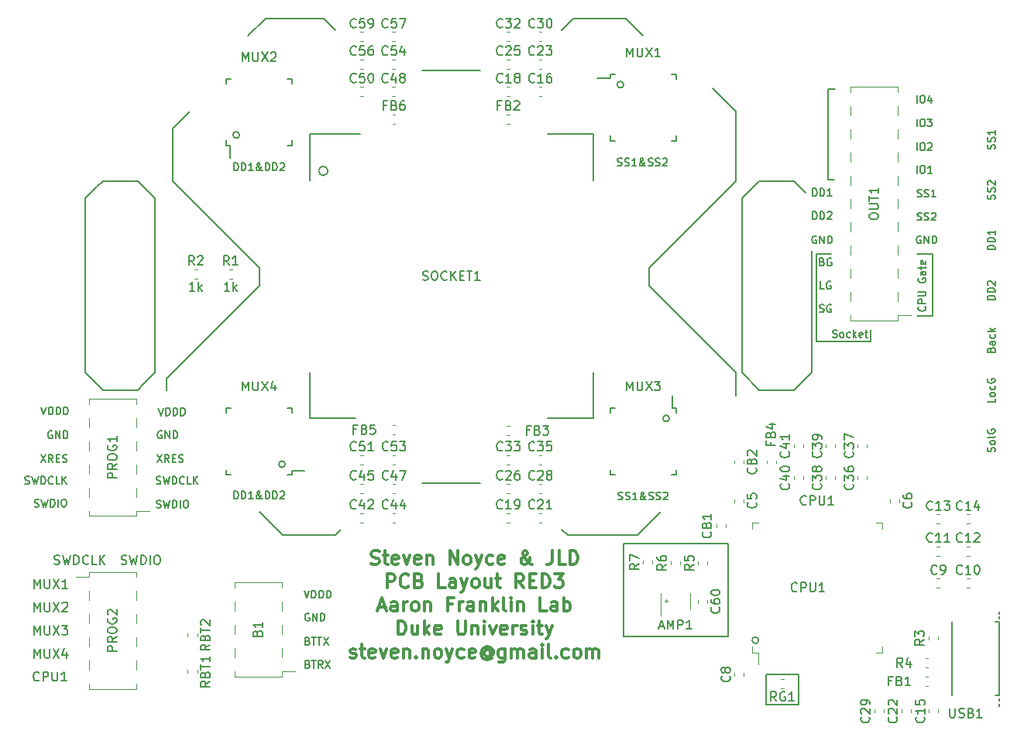
<source format=gbr>
G04 #@! TF.GenerationSoftware,KiCad,Pcbnew,(5.0.0-3-g5ebb6b6)*
G04 #@! TF.CreationDate,2020-03-04T16:44:46-05:00*
G04 #@! TF.ProjectId,Selection Interface,53656C656374696F6E20496E74657266,rev?*
G04 #@! TF.SameCoordinates,Original*
G04 #@! TF.FileFunction,Legend,Top*
G04 #@! TF.FilePolarity,Positive*
%FSLAX46Y46*%
G04 Gerber Fmt 4.6, Leading zero omitted, Abs format (unit mm)*
G04 Created by KiCad (PCBNEW (5.0.0-3-g5ebb6b6)) date Wednesday, March 04, 2020 at 04:44:46 PM*
%MOMM*%
%LPD*%
G01*
G04 APERTURE LIST*
%ADD10C,0.200000*%
%ADD11C,0.150000*%
%ADD12C,0.100000*%
%ADD13C,0.160000*%
%ADD14C,0.300000*%
%ADD15C,0.120000*%
G04 APERTURE END LIST*
D10*
X234426000Y-143526000D02*
X234426000Y-146828000D01*
X237982000Y-143526000D02*
X234426000Y-143526000D01*
X237982000Y-146828000D02*
X234426000Y-146828000D01*
X237982000Y-143526000D02*
X237982000Y-146828000D01*
X237982000Y-144796000D02*
X237982000Y-143526000D01*
D11*
X175775952Y-101544380D02*
X175204523Y-101544380D01*
X175490238Y-101544380D02*
X175490238Y-100544380D01*
X175395000Y-100687238D01*
X175299761Y-100782476D01*
X175204523Y-100830095D01*
X176204523Y-101544380D02*
X176204523Y-100544380D01*
X176299761Y-101163428D02*
X176585476Y-101544380D01*
X176585476Y-100877714D02*
X176204523Y-101258666D01*
X171965952Y-101544380D02*
X171394523Y-101544380D01*
X171680238Y-101544380D02*
X171680238Y-100544380D01*
X171585000Y-100687238D01*
X171489761Y-100782476D01*
X171394523Y-100830095D01*
X172394523Y-101544380D02*
X172394523Y-100544380D01*
X172489761Y-101163428D02*
X172775476Y-101544380D01*
X172775476Y-100877714D02*
X172394523Y-101258666D01*
D10*
X218805000Y-129175000D02*
X230235000Y-129175000D01*
X218805000Y-139335000D02*
X218805000Y-129175000D01*
X222615000Y-139335000D02*
X218805000Y-139335000D01*
X230235000Y-139335000D02*
X222615000Y-139335000D01*
X230235000Y-129175000D02*
X230235000Y-139335000D01*
X212725000Y-128270000D02*
X212090000Y-127635000D01*
X213995000Y-128270000D02*
X212725000Y-128270000D01*
X181610000Y-128270000D02*
X180975000Y-127635000D01*
X187325000Y-128270000D02*
X181610000Y-128270000D01*
X187960000Y-127635000D02*
X187325000Y-128270000D01*
X231140000Y-89535000D02*
X231140000Y-81915000D01*
X221615000Y-99060000D02*
X231140000Y-89535000D01*
X221615000Y-100965000D02*
X221615000Y-99060000D01*
X215265000Y-128270000D02*
X213995000Y-128270000D01*
X186690000Y-72390000D02*
X187325000Y-73025000D01*
X212725000Y-72390000D02*
X212090000Y-73025000D01*
X197485000Y-122555000D02*
X196850000Y-122555000D01*
X202565000Y-122555000D02*
X203200000Y-122555000D01*
X197485000Y-77470000D02*
X196850000Y-77470000D01*
X202565000Y-77470000D02*
X203200000Y-77470000D01*
X199390000Y-122555000D02*
X197485000Y-122555000D01*
X200660000Y-122555000D02*
X202565000Y-122555000D01*
X200025000Y-122555000D02*
X199390000Y-122555000D01*
X200025000Y-122555000D02*
X200660000Y-122555000D01*
X199390000Y-77470000D02*
X197485000Y-77470000D01*
X200660000Y-77470000D02*
X202565000Y-77470000D01*
X200025000Y-77470000D02*
X200660000Y-77470000D01*
X199390000Y-77470000D02*
X200025000Y-77470000D01*
X186055000Y-71755000D02*
X186690000Y-72390000D01*
X213360000Y-71755000D02*
X212725000Y-72390000D01*
D12*
X223700000Y-135500000D02*
G75*
G03X223700000Y-135500000I-150000J0D01*
G01*
D10*
X218853553Y-79000000D02*
G75*
G03X218853553Y-79000000I-353553J0D01*
G01*
X176853553Y-84500000D02*
G75*
G03X176853553Y-84500000I-353553J0D01*
G01*
X181853553Y-120500000D02*
G75*
G03X181853553Y-120500000I-353553J0D01*
G01*
X223853553Y-115500000D02*
G75*
G03X223853553Y-115500000I-353553J0D01*
G01*
X233603553Y-139750000D02*
G75*
G03X233603553Y-139750000I-353553J0D01*
G01*
X165735000Y-112395000D02*
X166370000Y-111760000D01*
X161925000Y-112395000D02*
X165735000Y-112395000D01*
X161290000Y-111760000D02*
X161925000Y-112395000D01*
X165735000Y-89535000D02*
X166370000Y-90170000D01*
X161925000Y-89535000D02*
X165735000Y-89535000D01*
X161290000Y-90170000D02*
X161925000Y-89535000D01*
D11*
X237809523Y-134357142D02*
X237761904Y-134404761D01*
X237619047Y-134452380D01*
X237523809Y-134452380D01*
X237380952Y-134404761D01*
X237285714Y-134309523D01*
X237238095Y-134214285D01*
X237190476Y-134023809D01*
X237190476Y-133880952D01*
X237238095Y-133690476D01*
X237285714Y-133595238D01*
X237380952Y-133500000D01*
X237523809Y-133452380D01*
X237619047Y-133452380D01*
X237761904Y-133500000D01*
X237809523Y-133547619D01*
X238238095Y-134452380D02*
X238238095Y-133452380D01*
X238619047Y-133452380D01*
X238714285Y-133500000D01*
X238761904Y-133547619D01*
X238809523Y-133642857D01*
X238809523Y-133785714D01*
X238761904Y-133880952D01*
X238714285Y-133928571D01*
X238619047Y-133976190D01*
X238238095Y-133976190D01*
X239238095Y-133452380D02*
X239238095Y-134261904D01*
X239285714Y-134357142D01*
X239333333Y-134404761D01*
X239428571Y-134452380D01*
X239619047Y-134452380D01*
X239714285Y-134404761D01*
X239761904Y-134357142D01*
X239809523Y-134261904D01*
X239809523Y-133452380D01*
X240809523Y-134452380D02*
X240238095Y-134452380D01*
X240523809Y-134452380D02*
X240523809Y-133452380D01*
X240428571Y-133595238D01*
X240333333Y-133690476D01*
X240238095Y-133738095D01*
D10*
X252603000Y-97536000D02*
X252603000Y-104267000D01*
X250952000Y-104267000D02*
X252603000Y-104267000D01*
X250952000Y-97536000D02*
X252603000Y-97536000D01*
X239903000Y-97536000D02*
X239903000Y-107061000D01*
X239903000Y-97536000D02*
X241554000Y-97536000D01*
D13*
X251792857Y-103264761D02*
X251831904Y-103303809D01*
X251870952Y-103420952D01*
X251870952Y-103499047D01*
X251831904Y-103616190D01*
X251753809Y-103694285D01*
X251675714Y-103733333D01*
X251519523Y-103772380D01*
X251402380Y-103772380D01*
X251246190Y-103733333D01*
X251168095Y-103694285D01*
X251090000Y-103616190D01*
X251050952Y-103499047D01*
X251050952Y-103420952D01*
X251090000Y-103303809D01*
X251129047Y-103264761D01*
X251870952Y-102913333D02*
X251050952Y-102913333D01*
X251050952Y-102600952D01*
X251090000Y-102522857D01*
X251129047Y-102483809D01*
X251207142Y-102444761D01*
X251324285Y-102444761D01*
X251402380Y-102483809D01*
X251441428Y-102522857D01*
X251480476Y-102600952D01*
X251480476Y-102913333D01*
X251050952Y-102093333D02*
X251714761Y-102093333D01*
X251792857Y-102054285D01*
X251831904Y-102015238D01*
X251870952Y-101937142D01*
X251870952Y-101780952D01*
X251831904Y-101702857D01*
X251792857Y-101663809D01*
X251714761Y-101624761D01*
X251050952Y-101624761D01*
X251090000Y-100180000D02*
X251050952Y-100258095D01*
X251050952Y-100375238D01*
X251090000Y-100492380D01*
X251168095Y-100570476D01*
X251246190Y-100609523D01*
X251402380Y-100648571D01*
X251519523Y-100648571D01*
X251675714Y-100609523D01*
X251753809Y-100570476D01*
X251831904Y-100492380D01*
X251870952Y-100375238D01*
X251870952Y-100297142D01*
X251831904Y-100180000D01*
X251792857Y-100140952D01*
X251519523Y-100140952D01*
X251519523Y-100297142D01*
X251870952Y-99438095D02*
X251441428Y-99438095D01*
X251363333Y-99477142D01*
X251324285Y-99555238D01*
X251324285Y-99711428D01*
X251363333Y-99789523D01*
X251831904Y-99438095D02*
X251870952Y-99516190D01*
X251870952Y-99711428D01*
X251831904Y-99789523D01*
X251753809Y-99828571D01*
X251675714Y-99828571D01*
X251597619Y-99789523D01*
X251558571Y-99711428D01*
X251558571Y-99516190D01*
X251519523Y-99438095D01*
X251324285Y-99164761D02*
X251324285Y-98852380D01*
X251050952Y-99047619D02*
X251753809Y-99047619D01*
X251831904Y-99008571D01*
X251870952Y-98930476D01*
X251870952Y-98852380D01*
X251831904Y-98266666D02*
X251870952Y-98344761D01*
X251870952Y-98500952D01*
X251831904Y-98579047D01*
X251753809Y-98618095D01*
X251441428Y-98618095D01*
X251363333Y-98579047D01*
X251324285Y-98500952D01*
X251324285Y-98344761D01*
X251363333Y-98266666D01*
X251441428Y-98227619D01*
X251519523Y-98227619D01*
X251597619Y-98618095D01*
D10*
X240284000Y-107061000D02*
X239903000Y-107061000D01*
X245872000Y-107061000D02*
X240284000Y-107061000D01*
X245872000Y-107061000D02*
X245872000Y-105791000D01*
X239395000Y-99060000D02*
X239395000Y-97155000D01*
X169545000Y-83820000D02*
X171450000Y-81915000D01*
X169545000Y-88265000D02*
X169545000Y-83820000D01*
X239395000Y-98933000D02*
X239395000Y-110490000D01*
D13*
X239913238Y-95570000D02*
X239835142Y-95530952D01*
X239718000Y-95530952D01*
X239600857Y-95570000D01*
X239522761Y-95648095D01*
X239483714Y-95726190D01*
X239444666Y-95882380D01*
X239444666Y-95999523D01*
X239483714Y-96155714D01*
X239522761Y-96233809D01*
X239600857Y-96311904D01*
X239718000Y-96350952D01*
X239796095Y-96350952D01*
X239913238Y-96311904D01*
X239952285Y-96272857D01*
X239952285Y-95999523D01*
X239796095Y-95999523D01*
X240303714Y-96350952D02*
X240303714Y-95530952D01*
X240772285Y-96350952D01*
X240772285Y-95530952D01*
X241162761Y-96350952D02*
X241162761Y-95530952D01*
X241358000Y-95530952D01*
X241475142Y-95570000D01*
X241553238Y-95648095D01*
X241592285Y-95726190D01*
X241631333Y-95882380D01*
X241631333Y-95999523D01*
X241592285Y-96155714D01*
X241553238Y-96233809D01*
X241475142Y-96311904D01*
X241358000Y-96350952D01*
X241162761Y-96350952D01*
X241711714Y-106598904D02*
X241828857Y-106637952D01*
X242024095Y-106637952D01*
X242102190Y-106598904D01*
X242141238Y-106559857D01*
X242180285Y-106481761D01*
X242180285Y-106403666D01*
X242141238Y-106325571D01*
X242102190Y-106286523D01*
X242024095Y-106247476D01*
X241867904Y-106208428D01*
X241789809Y-106169380D01*
X241750761Y-106130333D01*
X241711714Y-106052238D01*
X241711714Y-105974142D01*
X241750761Y-105896047D01*
X241789809Y-105857000D01*
X241867904Y-105817952D01*
X242063142Y-105817952D01*
X242180285Y-105857000D01*
X242648857Y-106637952D02*
X242570761Y-106598904D01*
X242531714Y-106559857D01*
X242492666Y-106481761D01*
X242492666Y-106247476D01*
X242531714Y-106169380D01*
X242570761Y-106130333D01*
X242648857Y-106091285D01*
X242766000Y-106091285D01*
X242844095Y-106130333D01*
X242883142Y-106169380D01*
X242922190Y-106247476D01*
X242922190Y-106481761D01*
X242883142Y-106559857D01*
X242844095Y-106598904D01*
X242766000Y-106637952D01*
X242648857Y-106637952D01*
X243625047Y-106598904D02*
X243546952Y-106637952D01*
X243390761Y-106637952D01*
X243312666Y-106598904D01*
X243273619Y-106559857D01*
X243234571Y-106481761D01*
X243234571Y-106247476D01*
X243273619Y-106169380D01*
X243312666Y-106130333D01*
X243390761Y-106091285D01*
X243546952Y-106091285D01*
X243625047Y-106130333D01*
X243976476Y-106637952D02*
X243976476Y-105817952D01*
X244054571Y-106325571D02*
X244288857Y-106637952D01*
X244288857Y-106091285D02*
X243976476Y-106403666D01*
X244952666Y-106598904D02*
X244874571Y-106637952D01*
X244718380Y-106637952D01*
X244640285Y-106598904D01*
X244601238Y-106520809D01*
X244601238Y-106208428D01*
X244640285Y-106130333D01*
X244718380Y-106091285D01*
X244874571Y-106091285D01*
X244952666Y-106130333D01*
X244991714Y-106208428D01*
X244991714Y-106286523D01*
X244601238Y-106364619D01*
X245226000Y-106091285D02*
X245538380Y-106091285D01*
X245343142Y-105817952D02*
X245343142Y-106520809D01*
X245382190Y-106598904D01*
X245460285Y-106637952D01*
X245538380Y-106637952D01*
X240274714Y-103836904D02*
X240391857Y-103875952D01*
X240587095Y-103875952D01*
X240665190Y-103836904D01*
X240704238Y-103797857D01*
X240743285Y-103719761D01*
X240743285Y-103641666D01*
X240704238Y-103563571D01*
X240665190Y-103524523D01*
X240587095Y-103485476D01*
X240430904Y-103446428D01*
X240352809Y-103407380D01*
X240313761Y-103368333D01*
X240274714Y-103290238D01*
X240274714Y-103212142D01*
X240313761Y-103134047D01*
X240352809Y-103095000D01*
X240430904Y-103055952D01*
X240626142Y-103055952D01*
X240743285Y-103095000D01*
X241524238Y-103095000D02*
X241446142Y-103055952D01*
X241329000Y-103055952D01*
X241211857Y-103095000D01*
X241133761Y-103173095D01*
X241094714Y-103251190D01*
X241055666Y-103407380D01*
X241055666Y-103524523D01*
X241094714Y-103680714D01*
X241133761Y-103758809D01*
X241211857Y-103836904D01*
X241329000Y-103875952D01*
X241407095Y-103875952D01*
X241524238Y-103836904D01*
X241563285Y-103797857D01*
X241563285Y-103524523D01*
X241407095Y-103524523D01*
X240762809Y-101335952D02*
X240372333Y-101335952D01*
X240372333Y-100515952D01*
X241465666Y-100555000D02*
X241387571Y-100515952D01*
X241270428Y-100515952D01*
X241153285Y-100555000D01*
X241075190Y-100633095D01*
X241036142Y-100711190D01*
X240997095Y-100867380D01*
X240997095Y-100984523D01*
X241036142Y-101140714D01*
X241075190Y-101218809D01*
X241153285Y-101296904D01*
X241270428Y-101335952D01*
X241348523Y-101335952D01*
X241465666Y-101296904D01*
X241504714Y-101257857D01*
X241504714Y-100984523D01*
X241348523Y-100984523D01*
X240567571Y-98366428D02*
X240684714Y-98405476D01*
X240723761Y-98444523D01*
X240762809Y-98522619D01*
X240762809Y-98639761D01*
X240723761Y-98717857D01*
X240684714Y-98756904D01*
X240606619Y-98795952D01*
X240294238Y-98795952D01*
X240294238Y-97975952D01*
X240567571Y-97975952D01*
X240645666Y-98015000D01*
X240684714Y-98054047D01*
X240723761Y-98132142D01*
X240723761Y-98210238D01*
X240684714Y-98288333D01*
X240645666Y-98327380D01*
X240567571Y-98366428D01*
X240294238Y-98366428D01*
X241543761Y-98015000D02*
X241465666Y-97975952D01*
X241348523Y-97975952D01*
X241231380Y-98015000D01*
X241153285Y-98093095D01*
X241114238Y-98171190D01*
X241075190Y-98327380D01*
X241075190Y-98444523D01*
X241114238Y-98600714D01*
X241153285Y-98678809D01*
X241231380Y-98756904D01*
X241348523Y-98795952D01*
X241426619Y-98795952D01*
X241543761Y-98756904D01*
X241582809Y-98717857D01*
X241582809Y-98444523D01*
X241426619Y-98444523D01*
D10*
X167640000Y-91440000D02*
X166370000Y-90170000D01*
X167640000Y-92075000D02*
X167640000Y-91440000D01*
X160020000Y-91440000D02*
X161290000Y-90170000D01*
X160020000Y-92075000D02*
X160020000Y-91440000D01*
X160020000Y-110490000D02*
X160020000Y-92075000D01*
X167640000Y-110490000D02*
X167640000Y-92075000D01*
X166370000Y-111760000D02*
X167640000Y-110490000D01*
X160020000Y-110490000D02*
X161290000Y-111760000D01*
X237490000Y-89535000D02*
X238760000Y-90805000D01*
X237490000Y-112395000D02*
X239395000Y-110490000D01*
X233680000Y-112395000D02*
X237490000Y-112395000D01*
X231775000Y-93980000D02*
X231775000Y-110490000D01*
X231775000Y-110490000D02*
X233680000Y-112395000D01*
X233680000Y-89535000D02*
X237490000Y-89535000D01*
X231775000Y-91440000D02*
X233680000Y-89535000D01*
X231775000Y-93980000D02*
X231775000Y-91440000D01*
X220345000Y-128270000D02*
X215265000Y-128270000D01*
X179705000Y-71755000D02*
X177800000Y-73660000D01*
X168910000Y-111125000D02*
X168910000Y-112395000D01*
X179070000Y-100965000D02*
X168910000Y-111125000D01*
X179070000Y-99060000D02*
X179070000Y-100965000D01*
X169545000Y-89535000D02*
X179070000Y-99060000D01*
X169545000Y-88265000D02*
X169545000Y-89535000D01*
X219075000Y-71755000D02*
X213360000Y-71755000D01*
X220980000Y-73660000D02*
X219075000Y-71755000D01*
X179705000Y-71755000D02*
X186055000Y-71755000D01*
X179070000Y-125730000D02*
X180975000Y-127635000D01*
X222885000Y-125730000D02*
X220345000Y-128270000D01*
X231140000Y-110490000D02*
X231140000Y-113030000D01*
X221615000Y-100965000D02*
X231140000Y-110490000D01*
X228600000Y-79375000D02*
X231140000Y-81915000D01*
D11*
X163948952Y-131418761D02*
X164091809Y-131466380D01*
X164329904Y-131466380D01*
X164425142Y-131418761D01*
X164472761Y-131371142D01*
X164520380Y-131275904D01*
X164520380Y-131180666D01*
X164472761Y-131085428D01*
X164425142Y-131037809D01*
X164329904Y-130990190D01*
X164139428Y-130942571D01*
X164044190Y-130894952D01*
X163996571Y-130847333D01*
X163948952Y-130752095D01*
X163948952Y-130656857D01*
X163996571Y-130561619D01*
X164044190Y-130514000D01*
X164139428Y-130466380D01*
X164377523Y-130466380D01*
X164520380Y-130514000D01*
X164853714Y-130466380D02*
X165091809Y-131466380D01*
X165282285Y-130752095D01*
X165472761Y-131466380D01*
X165710857Y-130466380D01*
X166091809Y-131466380D02*
X166091809Y-130466380D01*
X166329904Y-130466380D01*
X166472761Y-130514000D01*
X166568000Y-130609238D01*
X166615619Y-130704476D01*
X166663238Y-130894952D01*
X166663238Y-131037809D01*
X166615619Y-131228285D01*
X166568000Y-131323523D01*
X166472761Y-131418761D01*
X166329904Y-131466380D01*
X166091809Y-131466380D01*
X167091809Y-131466380D02*
X167091809Y-130466380D01*
X167758476Y-130466380D02*
X167948952Y-130466380D01*
X168044190Y-130514000D01*
X168139428Y-130609238D01*
X168187047Y-130799714D01*
X168187047Y-131133047D01*
X168139428Y-131323523D01*
X168044190Y-131418761D01*
X167948952Y-131466380D01*
X167758476Y-131466380D01*
X167663238Y-131418761D01*
X167568000Y-131323523D01*
X167520380Y-131133047D01*
X167520380Y-130799714D01*
X167568000Y-130609238D01*
X167663238Y-130514000D01*
X167758476Y-130466380D01*
X156623095Y-131418761D02*
X156765952Y-131466380D01*
X157004047Y-131466380D01*
X157099285Y-131418761D01*
X157146904Y-131371142D01*
X157194523Y-131275904D01*
X157194523Y-131180666D01*
X157146904Y-131085428D01*
X157099285Y-131037809D01*
X157004047Y-130990190D01*
X156813571Y-130942571D01*
X156718333Y-130894952D01*
X156670714Y-130847333D01*
X156623095Y-130752095D01*
X156623095Y-130656857D01*
X156670714Y-130561619D01*
X156718333Y-130514000D01*
X156813571Y-130466380D01*
X157051666Y-130466380D01*
X157194523Y-130514000D01*
X157527857Y-130466380D02*
X157765952Y-131466380D01*
X157956428Y-130752095D01*
X158146904Y-131466380D01*
X158385000Y-130466380D01*
X158765952Y-131466380D02*
X158765952Y-130466380D01*
X159004047Y-130466380D01*
X159146904Y-130514000D01*
X159242142Y-130609238D01*
X159289761Y-130704476D01*
X159337380Y-130894952D01*
X159337380Y-131037809D01*
X159289761Y-131228285D01*
X159242142Y-131323523D01*
X159146904Y-131418761D01*
X159004047Y-131466380D01*
X158765952Y-131466380D01*
X160337380Y-131371142D02*
X160289761Y-131418761D01*
X160146904Y-131466380D01*
X160051666Y-131466380D01*
X159908809Y-131418761D01*
X159813571Y-131323523D01*
X159765952Y-131228285D01*
X159718333Y-131037809D01*
X159718333Y-130894952D01*
X159765952Y-130704476D01*
X159813571Y-130609238D01*
X159908809Y-130514000D01*
X160051666Y-130466380D01*
X160146904Y-130466380D01*
X160289761Y-130514000D01*
X160337380Y-130561619D01*
X161242142Y-131466380D02*
X160765952Y-131466380D01*
X160765952Y-130466380D01*
X161575476Y-131466380D02*
X161575476Y-130466380D01*
X162146904Y-131466380D02*
X161718333Y-130894952D01*
X162146904Y-130466380D02*
X161575476Y-131037809D01*
X154962023Y-144107142D02*
X154914404Y-144154761D01*
X154771547Y-144202380D01*
X154676309Y-144202380D01*
X154533452Y-144154761D01*
X154438214Y-144059523D01*
X154390595Y-143964285D01*
X154342976Y-143773809D01*
X154342976Y-143630952D01*
X154390595Y-143440476D01*
X154438214Y-143345238D01*
X154533452Y-143250000D01*
X154676309Y-143202380D01*
X154771547Y-143202380D01*
X154914404Y-143250000D01*
X154962023Y-143297619D01*
X155390595Y-144202380D02*
X155390595Y-143202380D01*
X155771547Y-143202380D01*
X155866785Y-143250000D01*
X155914404Y-143297619D01*
X155962023Y-143392857D01*
X155962023Y-143535714D01*
X155914404Y-143630952D01*
X155866785Y-143678571D01*
X155771547Y-143726190D01*
X155390595Y-143726190D01*
X156390595Y-143202380D02*
X156390595Y-144011904D01*
X156438214Y-144107142D01*
X156485833Y-144154761D01*
X156581071Y-144202380D01*
X156771547Y-144202380D01*
X156866785Y-144154761D01*
X156914404Y-144107142D01*
X156962023Y-144011904D01*
X156962023Y-143202380D01*
X157962023Y-144202380D02*
X157390595Y-144202380D01*
X157676309Y-144202380D02*
X157676309Y-143202380D01*
X157581071Y-143345238D01*
X157485833Y-143440476D01*
X157390595Y-143488095D01*
X154400476Y-141676380D02*
X154400476Y-140676380D01*
X154733809Y-141390666D01*
X155067142Y-140676380D01*
X155067142Y-141676380D01*
X155543333Y-140676380D02*
X155543333Y-141485904D01*
X155590952Y-141581142D01*
X155638571Y-141628761D01*
X155733809Y-141676380D01*
X155924285Y-141676380D01*
X156019523Y-141628761D01*
X156067142Y-141581142D01*
X156114761Y-141485904D01*
X156114761Y-140676380D01*
X156495714Y-140676380D02*
X157162380Y-141676380D01*
X157162380Y-140676380D02*
X156495714Y-141676380D01*
X157971904Y-141009714D02*
X157971904Y-141676380D01*
X157733809Y-140628761D02*
X157495714Y-141343047D01*
X158114761Y-141343047D01*
X154400476Y-139136380D02*
X154400476Y-138136380D01*
X154733809Y-138850666D01*
X155067142Y-138136380D01*
X155067142Y-139136380D01*
X155543333Y-138136380D02*
X155543333Y-138945904D01*
X155590952Y-139041142D01*
X155638571Y-139088761D01*
X155733809Y-139136380D01*
X155924285Y-139136380D01*
X156019523Y-139088761D01*
X156067142Y-139041142D01*
X156114761Y-138945904D01*
X156114761Y-138136380D01*
X156495714Y-138136380D02*
X157162380Y-139136380D01*
X157162380Y-138136380D02*
X156495714Y-139136380D01*
X157448095Y-138136380D02*
X158067142Y-138136380D01*
X157733809Y-138517333D01*
X157876666Y-138517333D01*
X157971904Y-138564952D01*
X158019523Y-138612571D01*
X158067142Y-138707809D01*
X158067142Y-138945904D01*
X158019523Y-139041142D01*
X157971904Y-139088761D01*
X157876666Y-139136380D01*
X157590952Y-139136380D01*
X157495714Y-139088761D01*
X157448095Y-139041142D01*
X154400476Y-136596380D02*
X154400476Y-135596380D01*
X154733809Y-136310666D01*
X155067142Y-135596380D01*
X155067142Y-136596380D01*
X155543333Y-135596380D02*
X155543333Y-136405904D01*
X155590952Y-136501142D01*
X155638571Y-136548761D01*
X155733809Y-136596380D01*
X155924285Y-136596380D01*
X156019523Y-136548761D01*
X156067142Y-136501142D01*
X156114761Y-136405904D01*
X156114761Y-135596380D01*
X156495714Y-135596380D02*
X157162380Y-136596380D01*
X157162380Y-135596380D02*
X156495714Y-136596380D01*
X157495714Y-135691619D02*
X157543333Y-135644000D01*
X157638571Y-135596380D01*
X157876666Y-135596380D01*
X157971904Y-135644000D01*
X158019523Y-135691619D01*
X158067142Y-135786857D01*
X158067142Y-135882095D01*
X158019523Y-136024952D01*
X157448095Y-136596380D01*
X158067142Y-136596380D01*
X154400476Y-134056380D02*
X154400476Y-133056380D01*
X154733809Y-133770666D01*
X155067142Y-133056380D01*
X155067142Y-134056380D01*
X155543333Y-133056380D02*
X155543333Y-133865904D01*
X155590952Y-133961142D01*
X155638571Y-134008761D01*
X155733809Y-134056380D01*
X155924285Y-134056380D01*
X156019523Y-134008761D01*
X156067142Y-133961142D01*
X156114761Y-133865904D01*
X156114761Y-133056380D01*
X156495714Y-133056380D02*
X157162380Y-134056380D01*
X157162380Y-133056380D02*
X156495714Y-134056380D01*
X158067142Y-134056380D02*
X157495714Y-134056380D01*
X157781428Y-134056380D02*
X157781428Y-133056380D01*
X157686190Y-133199238D01*
X157590952Y-133294476D01*
X157495714Y-133342095D01*
D13*
X259450952Y-102515238D02*
X258630952Y-102515238D01*
X258630952Y-102320000D01*
X258670000Y-102202857D01*
X258748095Y-102124761D01*
X258826190Y-102085714D01*
X258982380Y-102046666D01*
X259099523Y-102046666D01*
X259255714Y-102085714D01*
X259333809Y-102124761D01*
X259411904Y-102202857D01*
X259450952Y-102320000D01*
X259450952Y-102515238D01*
X259450952Y-101695238D02*
X258630952Y-101695238D01*
X258630952Y-101500000D01*
X258670000Y-101382857D01*
X258748095Y-101304761D01*
X258826190Y-101265714D01*
X258982380Y-101226666D01*
X259099523Y-101226666D01*
X259255714Y-101265714D01*
X259333809Y-101304761D01*
X259411904Y-101382857D01*
X259450952Y-101500000D01*
X259450952Y-101695238D01*
X258709047Y-100914285D02*
X258670000Y-100875238D01*
X258630952Y-100797142D01*
X258630952Y-100601904D01*
X258670000Y-100523809D01*
X258709047Y-100484761D01*
X258787142Y-100445714D01*
X258865238Y-100445714D01*
X258982380Y-100484761D01*
X259450952Y-100953333D01*
X259450952Y-100445714D01*
X259450952Y-97015238D02*
X258630952Y-97015238D01*
X258630952Y-96820000D01*
X258670000Y-96702857D01*
X258748095Y-96624761D01*
X258826190Y-96585714D01*
X258982380Y-96546666D01*
X259099523Y-96546666D01*
X259255714Y-96585714D01*
X259333809Y-96624761D01*
X259411904Y-96702857D01*
X259450952Y-96820000D01*
X259450952Y-97015238D01*
X259450952Y-96195238D02*
X258630952Y-96195238D01*
X258630952Y-96000000D01*
X258670000Y-95882857D01*
X258748095Y-95804761D01*
X258826190Y-95765714D01*
X258982380Y-95726666D01*
X259099523Y-95726666D01*
X259255714Y-95765714D01*
X259333809Y-95804761D01*
X259411904Y-95882857D01*
X259450952Y-96000000D01*
X259450952Y-96195238D01*
X259450952Y-94945714D02*
X259450952Y-95414285D01*
X259450952Y-95180000D02*
X258630952Y-95180000D01*
X258748095Y-95258095D01*
X258826190Y-95336190D01*
X258865238Y-95414285D01*
D14*
X191279285Y-131397142D02*
X191493571Y-131468571D01*
X191850714Y-131468571D01*
X191993571Y-131397142D01*
X192065000Y-131325714D01*
X192136428Y-131182857D01*
X192136428Y-131040000D01*
X192065000Y-130897142D01*
X191993571Y-130825714D01*
X191850714Y-130754285D01*
X191565000Y-130682857D01*
X191422142Y-130611428D01*
X191350714Y-130540000D01*
X191279285Y-130397142D01*
X191279285Y-130254285D01*
X191350714Y-130111428D01*
X191422142Y-130040000D01*
X191565000Y-129968571D01*
X191922142Y-129968571D01*
X192136428Y-130040000D01*
X192565000Y-130468571D02*
X193136428Y-130468571D01*
X192779285Y-129968571D02*
X192779285Y-131254285D01*
X192850714Y-131397142D01*
X192993571Y-131468571D01*
X193136428Y-131468571D01*
X194207857Y-131397142D02*
X194065000Y-131468571D01*
X193779285Y-131468571D01*
X193636428Y-131397142D01*
X193565000Y-131254285D01*
X193565000Y-130682857D01*
X193636428Y-130540000D01*
X193779285Y-130468571D01*
X194065000Y-130468571D01*
X194207857Y-130540000D01*
X194279285Y-130682857D01*
X194279285Y-130825714D01*
X193565000Y-130968571D01*
X194779285Y-130468571D02*
X195136428Y-131468571D01*
X195493571Y-130468571D01*
X196636428Y-131397142D02*
X196493571Y-131468571D01*
X196207857Y-131468571D01*
X196065000Y-131397142D01*
X195993571Y-131254285D01*
X195993571Y-130682857D01*
X196065000Y-130540000D01*
X196207857Y-130468571D01*
X196493571Y-130468571D01*
X196636428Y-130540000D01*
X196707857Y-130682857D01*
X196707857Y-130825714D01*
X195993571Y-130968571D01*
X197350714Y-130468571D02*
X197350714Y-131468571D01*
X197350714Y-130611428D02*
X197422142Y-130540000D01*
X197565000Y-130468571D01*
X197779285Y-130468571D01*
X197922142Y-130540000D01*
X197993571Y-130682857D01*
X197993571Y-131468571D01*
X199850714Y-131468571D02*
X199850714Y-129968571D01*
X200707857Y-131468571D01*
X200707857Y-129968571D01*
X201636428Y-131468571D02*
X201493571Y-131397142D01*
X201422142Y-131325714D01*
X201350714Y-131182857D01*
X201350714Y-130754285D01*
X201422142Y-130611428D01*
X201493571Y-130540000D01*
X201636428Y-130468571D01*
X201850714Y-130468571D01*
X201993571Y-130540000D01*
X202065000Y-130611428D01*
X202136428Y-130754285D01*
X202136428Y-131182857D01*
X202065000Y-131325714D01*
X201993571Y-131397142D01*
X201850714Y-131468571D01*
X201636428Y-131468571D01*
X202636428Y-130468571D02*
X202993571Y-131468571D01*
X203350714Y-130468571D02*
X202993571Y-131468571D01*
X202850714Y-131825714D01*
X202779285Y-131897142D01*
X202636428Y-131968571D01*
X204565000Y-131397142D02*
X204422142Y-131468571D01*
X204136428Y-131468571D01*
X203993571Y-131397142D01*
X203922142Y-131325714D01*
X203850714Y-131182857D01*
X203850714Y-130754285D01*
X203922142Y-130611428D01*
X203993571Y-130540000D01*
X204136428Y-130468571D01*
X204422142Y-130468571D01*
X204565000Y-130540000D01*
X205779285Y-131397142D02*
X205636428Y-131468571D01*
X205350714Y-131468571D01*
X205207857Y-131397142D01*
X205136428Y-131254285D01*
X205136428Y-130682857D01*
X205207857Y-130540000D01*
X205350714Y-130468571D01*
X205636428Y-130468571D01*
X205779285Y-130540000D01*
X205850714Y-130682857D01*
X205850714Y-130825714D01*
X205136428Y-130968571D01*
X208850714Y-131468571D02*
X208779285Y-131468571D01*
X208636428Y-131397142D01*
X208422142Y-131182857D01*
X208065000Y-130754285D01*
X207922142Y-130540000D01*
X207850714Y-130325714D01*
X207850714Y-130182857D01*
X207922142Y-130040000D01*
X208065000Y-129968571D01*
X208136428Y-129968571D01*
X208279285Y-130040000D01*
X208350714Y-130182857D01*
X208350714Y-130254285D01*
X208279285Y-130397142D01*
X208207857Y-130468571D01*
X207779285Y-130754285D01*
X207707857Y-130825714D01*
X207636428Y-130968571D01*
X207636428Y-131182857D01*
X207707857Y-131325714D01*
X207779285Y-131397142D01*
X207922142Y-131468571D01*
X208136428Y-131468571D01*
X208279285Y-131397142D01*
X208350714Y-131325714D01*
X208565000Y-131040000D01*
X208636428Y-130825714D01*
X208636428Y-130682857D01*
X211065000Y-129968571D02*
X211065000Y-131040000D01*
X210993571Y-131254285D01*
X210850714Y-131397142D01*
X210636428Y-131468571D01*
X210493571Y-131468571D01*
X212493571Y-131468571D02*
X211779285Y-131468571D01*
X211779285Y-129968571D01*
X212993571Y-131468571D02*
X212993571Y-129968571D01*
X213350714Y-129968571D01*
X213565000Y-130040000D01*
X213707857Y-130182857D01*
X213779285Y-130325714D01*
X213850714Y-130611428D01*
X213850714Y-130825714D01*
X213779285Y-131111428D01*
X213707857Y-131254285D01*
X213565000Y-131397142D01*
X213350714Y-131468571D01*
X212993571Y-131468571D01*
X192993571Y-134018571D02*
X192993571Y-132518571D01*
X193565000Y-132518571D01*
X193707857Y-132590000D01*
X193779285Y-132661428D01*
X193850714Y-132804285D01*
X193850714Y-133018571D01*
X193779285Y-133161428D01*
X193707857Y-133232857D01*
X193565000Y-133304285D01*
X192993571Y-133304285D01*
X195350714Y-133875714D02*
X195279285Y-133947142D01*
X195065000Y-134018571D01*
X194922142Y-134018571D01*
X194707857Y-133947142D01*
X194565000Y-133804285D01*
X194493571Y-133661428D01*
X194422142Y-133375714D01*
X194422142Y-133161428D01*
X194493571Y-132875714D01*
X194565000Y-132732857D01*
X194707857Y-132590000D01*
X194922142Y-132518571D01*
X195065000Y-132518571D01*
X195279285Y-132590000D01*
X195350714Y-132661428D01*
X196493571Y-133232857D02*
X196707857Y-133304285D01*
X196779285Y-133375714D01*
X196850714Y-133518571D01*
X196850714Y-133732857D01*
X196779285Y-133875714D01*
X196707857Y-133947142D01*
X196565000Y-134018571D01*
X195993571Y-134018571D01*
X195993571Y-132518571D01*
X196493571Y-132518571D01*
X196636428Y-132590000D01*
X196707857Y-132661428D01*
X196779285Y-132804285D01*
X196779285Y-132947142D01*
X196707857Y-133090000D01*
X196636428Y-133161428D01*
X196493571Y-133232857D01*
X195993571Y-133232857D01*
X199350714Y-134018571D02*
X198636428Y-134018571D01*
X198636428Y-132518571D01*
X200493571Y-134018571D02*
X200493571Y-133232857D01*
X200422142Y-133090000D01*
X200279285Y-133018571D01*
X199993571Y-133018571D01*
X199850714Y-133090000D01*
X200493571Y-133947142D02*
X200350714Y-134018571D01*
X199993571Y-134018571D01*
X199850714Y-133947142D01*
X199779285Y-133804285D01*
X199779285Y-133661428D01*
X199850714Y-133518571D01*
X199993571Y-133447142D01*
X200350714Y-133447142D01*
X200493571Y-133375714D01*
X201065000Y-133018571D02*
X201422142Y-134018571D01*
X201779285Y-133018571D02*
X201422142Y-134018571D01*
X201279285Y-134375714D01*
X201207857Y-134447142D01*
X201065000Y-134518571D01*
X202565000Y-134018571D02*
X202422142Y-133947142D01*
X202350714Y-133875714D01*
X202279285Y-133732857D01*
X202279285Y-133304285D01*
X202350714Y-133161428D01*
X202422142Y-133090000D01*
X202565000Y-133018571D01*
X202779285Y-133018571D01*
X202922142Y-133090000D01*
X202993571Y-133161428D01*
X203065000Y-133304285D01*
X203065000Y-133732857D01*
X202993571Y-133875714D01*
X202922142Y-133947142D01*
X202779285Y-134018571D01*
X202565000Y-134018571D01*
X204350714Y-133018571D02*
X204350714Y-134018571D01*
X203707857Y-133018571D02*
X203707857Y-133804285D01*
X203779285Y-133947142D01*
X203922142Y-134018571D01*
X204136428Y-134018571D01*
X204279285Y-133947142D01*
X204350714Y-133875714D01*
X204850714Y-133018571D02*
X205422142Y-133018571D01*
X205065000Y-132518571D02*
X205065000Y-133804285D01*
X205136428Y-133947142D01*
X205279285Y-134018571D01*
X205422142Y-134018571D01*
X207922142Y-134018571D02*
X207422142Y-133304285D01*
X207065000Y-134018571D02*
X207065000Y-132518571D01*
X207636428Y-132518571D01*
X207779285Y-132590000D01*
X207850714Y-132661428D01*
X207922142Y-132804285D01*
X207922142Y-133018571D01*
X207850714Y-133161428D01*
X207779285Y-133232857D01*
X207636428Y-133304285D01*
X207065000Y-133304285D01*
X208565000Y-133232857D02*
X209065000Y-133232857D01*
X209279285Y-134018571D02*
X208565000Y-134018571D01*
X208565000Y-132518571D01*
X209279285Y-132518571D01*
X209922142Y-134018571D02*
X209922142Y-132518571D01*
X210279285Y-132518571D01*
X210493571Y-132590000D01*
X210636428Y-132732857D01*
X210707857Y-132875714D01*
X210779285Y-133161428D01*
X210779285Y-133375714D01*
X210707857Y-133661428D01*
X210636428Y-133804285D01*
X210493571Y-133947142D01*
X210279285Y-134018571D01*
X209922142Y-134018571D01*
X211279285Y-132518571D02*
X212207857Y-132518571D01*
X211707857Y-133090000D01*
X211922142Y-133090000D01*
X212065000Y-133161428D01*
X212136428Y-133232857D01*
X212207857Y-133375714D01*
X212207857Y-133732857D01*
X212136428Y-133875714D01*
X212065000Y-133947142D01*
X211922142Y-134018571D01*
X211493571Y-134018571D01*
X211350714Y-133947142D01*
X211279285Y-133875714D01*
X192100714Y-136140000D02*
X192815000Y-136140000D01*
X191957857Y-136568571D02*
X192457857Y-135068571D01*
X192957857Y-136568571D01*
X194100714Y-136568571D02*
X194100714Y-135782857D01*
X194029285Y-135640000D01*
X193886428Y-135568571D01*
X193600714Y-135568571D01*
X193457857Y-135640000D01*
X194100714Y-136497142D02*
X193957857Y-136568571D01*
X193600714Y-136568571D01*
X193457857Y-136497142D01*
X193386428Y-136354285D01*
X193386428Y-136211428D01*
X193457857Y-136068571D01*
X193600714Y-135997142D01*
X193957857Y-135997142D01*
X194100714Y-135925714D01*
X194815000Y-136568571D02*
X194815000Y-135568571D01*
X194815000Y-135854285D02*
X194886428Y-135711428D01*
X194957857Y-135640000D01*
X195100714Y-135568571D01*
X195243571Y-135568571D01*
X195957857Y-136568571D02*
X195815000Y-136497142D01*
X195743571Y-136425714D01*
X195672142Y-136282857D01*
X195672142Y-135854285D01*
X195743571Y-135711428D01*
X195815000Y-135640000D01*
X195957857Y-135568571D01*
X196172142Y-135568571D01*
X196315000Y-135640000D01*
X196386428Y-135711428D01*
X196457857Y-135854285D01*
X196457857Y-136282857D01*
X196386428Y-136425714D01*
X196315000Y-136497142D01*
X196172142Y-136568571D01*
X195957857Y-136568571D01*
X197100714Y-135568571D02*
X197100714Y-136568571D01*
X197100714Y-135711428D02*
X197172142Y-135640000D01*
X197315000Y-135568571D01*
X197529285Y-135568571D01*
X197672142Y-135640000D01*
X197743571Y-135782857D01*
X197743571Y-136568571D01*
X200100714Y-135782857D02*
X199600714Y-135782857D01*
X199600714Y-136568571D02*
X199600714Y-135068571D01*
X200315000Y-135068571D01*
X200886428Y-136568571D02*
X200886428Y-135568571D01*
X200886428Y-135854285D02*
X200957857Y-135711428D01*
X201029285Y-135640000D01*
X201172142Y-135568571D01*
X201315000Y-135568571D01*
X202457857Y-136568571D02*
X202457857Y-135782857D01*
X202386428Y-135640000D01*
X202243571Y-135568571D01*
X201957857Y-135568571D01*
X201815000Y-135640000D01*
X202457857Y-136497142D02*
X202315000Y-136568571D01*
X201957857Y-136568571D01*
X201815000Y-136497142D01*
X201743571Y-136354285D01*
X201743571Y-136211428D01*
X201815000Y-136068571D01*
X201957857Y-135997142D01*
X202315000Y-135997142D01*
X202457857Y-135925714D01*
X203172142Y-135568571D02*
X203172142Y-136568571D01*
X203172142Y-135711428D02*
X203243571Y-135640000D01*
X203386428Y-135568571D01*
X203600714Y-135568571D01*
X203743571Y-135640000D01*
X203815000Y-135782857D01*
X203815000Y-136568571D01*
X204529285Y-136568571D02*
X204529285Y-135068571D01*
X204672142Y-135997142D02*
X205100714Y-136568571D01*
X205100714Y-135568571D02*
X204529285Y-136140000D01*
X205957857Y-136568571D02*
X205815000Y-136497142D01*
X205743571Y-136354285D01*
X205743571Y-135068571D01*
X206529285Y-136568571D02*
X206529285Y-135568571D01*
X206529285Y-135068571D02*
X206457857Y-135140000D01*
X206529285Y-135211428D01*
X206600714Y-135140000D01*
X206529285Y-135068571D01*
X206529285Y-135211428D01*
X207243571Y-135568571D02*
X207243571Y-136568571D01*
X207243571Y-135711428D02*
X207315000Y-135640000D01*
X207457857Y-135568571D01*
X207672142Y-135568571D01*
X207815000Y-135640000D01*
X207886428Y-135782857D01*
X207886428Y-136568571D01*
X210457857Y-136568571D02*
X209743571Y-136568571D01*
X209743571Y-135068571D01*
X211600714Y-136568571D02*
X211600714Y-135782857D01*
X211529285Y-135640000D01*
X211386428Y-135568571D01*
X211100714Y-135568571D01*
X210957857Y-135640000D01*
X211600714Y-136497142D02*
X211457857Y-136568571D01*
X211100714Y-136568571D01*
X210957857Y-136497142D01*
X210886428Y-136354285D01*
X210886428Y-136211428D01*
X210957857Y-136068571D01*
X211100714Y-135997142D01*
X211457857Y-135997142D01*
X211600714Y-135925714D01*
X212315000Y-136568571D02*
X212315000Y-135068571D01*
X212315000Y-135640000D02*
X212457857Y-135568571D01*
X212743571Y-135568571D01*
X212886428Y-135640000D01*
X212957857Y-135711428D01*
X213029285Y-135854285D01*
X213029285Y-136282857D01*
X212957857Y-136425714D01*
X212886428Y-136497142D01*
X212743571Y-136568571D01*
X212457857Y-136568571D01*
X212315000Y-136497142D01*
X194207857Y-139118571D02*
X194207857Y-137618571D01*
X194565000Y-137618571D01*
X194779285Y-137690000D01*
X194922142Y-137832857D01*
X194993571Y-137975714D01*
X195065000Y-138261428D01*
X195065000Y-138475714D01*
X194993571Y-138761428D01*
X194922142Y-138904285D01*
X194779285Y-139047142D01*
X194565000Y-139118571D01*
X194207857Y-139118571D01*
X196350714Y-138118571D02*
X196350714Y-139118571D01*
X195707857Y-138118571D02*
X195707857Y-138904285D01*
X195779285Y-139047142D01*
X195922142Y-139118571D01*
X196136428Y-139118571D01*
X196279285Y-139047142D01*
X196350714Y-138975714D01*
X197065000Y-139118571D02*
X197065000Y-137618571D01*
X197207857Y-138547142D02*
X197636428Y-139118571D01*
X197636428Y-138118571D02*
X197065000Y-138690000D01*
X198850714Y-139047142D02*
X198707857Y-139118571D01*
X198422142Y-139118571D01*
X198279285Y-139047142D01*
X198207857Y-138904285D01*
X198207857Y-138332857D01*
X198279285Y-138190000D01*
X198422142Y-138118571D01*
X198707857Y-138118571D01*
X198850714Y-138190000D01*
X198922142Y-138332857D01*
X198922142Y-138475714D01*
X198207857Y-138618571D01*
X200707857Y-137618571D02*
X200707857Y-138832857D01*
X200779285Y-138975714D01*
X200850714Y-139047142D01*
X200993571Y-139118571D01*
X201279285Y-139118571D01*
X201422142Y-139047142D01*
X201493571Y-138975714D01*
X201565000Y-138832857D01*
X201565000Y-137618571D01*
X202279285Y-138118571D02*
X202279285Y-139118571D01*
X202279285Y-138261428D02*
X202350714Y-138190000D01*
X202493571Y-138118571D01*
X202707857Y-138118571D01*
X202850714Y-138190000D01*
X202922142Y-138332857D01*
X202922142Y-139118571D01*
X203636428Y-139118571D02*
X203636428Y-138118571D01*
X203636428Y-137618571D02*
X203565000Y-137690000D01*
X203636428Y-137761428D01*
X203707857Y-137690000D01*
X203636428Y-137618571D01*
X203636428Y-137761428D01*
X204207857Y-138118571D02*
X204565000Y-139118571D01*
X204922142Y-138118571D01*
X206065000Y-139047142D02*
X205922142Y-139118571D01*
X205636428Y-139118571D01*
X205493571Y-139047142D01*
X205422142Y-138904285D01*
X205422142Y-138332857D01*
X205493571Y-138190000D01*
X205636428Y-138118571D01*
X205922142Y-138118571D01*
X206065000Y-138190000D01*
X206136428Y-138332857D01*
X206136428Y-138475714D01*
X205422142Y-138618571D01*
X206779285Y-139118571D02*
X206779285Y-138118571D01*
X206779285Y-138404285D02*
X206850714Y-138261428D01*
X206922142Y-138190000D01*
X207065000Y-138118571D01*
X207207857Y-138118571D01*
X207636428Y-139047142D02*
X207779285Y-139118571D01*
X208065000Y-139118571D01*
X208207857Y-139047142D01*
X208279285Y-138904285D01*
X208279285Y-138832857D01*
X208207857Y-138690000D01*
X208065000Y-138618571D01*
X207850714Y-138618571D01*
X207707857Y-138547142D01*
X207636428Y-138404285D01*
X207636428Y-138332857D01*
X207707857Y-138190000D01*
X207850714Y-138118571D01*
X208065000Y-138118571D01*
X208207857Y-138190000D01*
X208922142Y-139118571D02*
X208922142Y-138118571D01*
X208922142Y-137618571D02*
X208850714Y-137690000D01*
X208922142Y-137761428D01*
X208993571Y-137690000D01*
X208922142Y-137618571D01*
X208922142Y-137761428D01*
X209422142Y-138118571D02*
X209993571Y-138118571D01*
X209636428Y-137618571D02*
X209636428Y-138904285D01*
X209707857Y-139047142D01*
X209850714Y-139118571D01*
X209993571Y-139118571D01*
X210350714Y-138118571D02*
X210707857Y-139118571D01*
X211065000Y-138118571D02*
X210707857Y-139118571D01*
X210565000Y-139475714D01*
X210493571Y-139547142D01*
X210350714Y-139618571D01*
X188957857Y-141597142D02*
X189100714Y-141668571D01*
X189386428Y-141668571D01*
X189529285Y-141597142D01*
X189600714Y-141454285D01*
X189600714Y-141382857D01*
X189529285Y-141240000D01*
X189386428Y-141168571D01*
X189172142Y-141168571D01*
X189029285Y-141097142D01*
X188957857Y-140954285D01*
X188957857Y-140882857D01*
X189029285Y-140740000D01*
X189172142Y-140668571D01*
X189386428Y-140668571D01*
X189529285Y-140740000D01*
X190029285Y-140668571D02*
X190600714Y-140668571D01*
X190243571Y-140168571D02*
X190243571Y-141454285D01*
X190315000Y-141597142D01*
X190457857Y-141668571D01*
X190600714Y-141668571D01*
X191672142Y-141597142D02*
X191529285Y-141668571D01*
X191243571Y-141668571D01*
X191100714Y-141597142D01*
X191029285Y-141454285D01*
X191029285Y-140882857D01*
X191100714Y-140740000D01*
X191243571Y-140668571D01*
X191529285Y-140668571D01*
X191672142Y-140740000D01*
X191743571Y-140882857D01*
X191743571Y-141025714D01*
X191029285Y-141168571D01*
X192243571Y-140668571D02*
X192600714Y-141668571D01*
X192957857Y-140668571D01*
X194100714Y-141597142D02*
X193957857Y-141668571D01*
X193672142Y-141668571D01*
X193529285Y-141597142D01*
X193457857Y-141454285D01*
X193457857Y-140882857D01*
X193529285Y-140740000D01*
X193672142Y-140668571D01*
X193957857Y-140668571D01*
X194100714Y-140740000D01*
X194172142Y-140882857D01*
X194172142Y-141025714D01*
X193457857Y-141168571D01*
X194815000Y-140668571D02*
X194815000Y-141668571D01*
X194815000Y-140811428D02*
X194886428Y-140740000D01*
X195029285Y-140668571D01*
X195243571Y-140668571D01*
X195386428Y-140740000D01*
X195457857Y-140882857D01*
X195457857Y-141668571D01*
X196172142Y-141525714D02*
X196243571Y-141597142D01*
X196172142Y-141668571D01*
X196100714Y-141597142D01*
X196172142Y-141525714D01*
X196172142Y-141668571D01*
X196886428Y-140668571D02*
X196886428Y-141668571D01*
X196886428Y-140811428D02*
X196957857Y-140740000D01*
X197100714Y-140668571D01*
X197315000Y-140668571D01*
X197457857Y-140740000D01*
X197529285Y-140882857D01*
X197529285Y-141668571D01*
X198457857Y-141668571D02*
X198315000Y-141597142D01*
X198243571Y-141525714D01*
X198172142Y-141382857D01*
X198172142Y-140954285D01*
X198243571Y-140811428D01*
X198315000Y-140740000D01*
X198457857Y-140668571D01*
X198672142Y-140668571D01*
X198815000Y-140740000D01*
X198886428Y-140811428D01*
X198957857Y-140954285D01*
X198957857Y-141382857D01*
X198886428Y-141525714D01*
X198815000Y-141597142D01*
X198672142Y-141668571D01*
X198457857Y-141668571D01*
X199457857Y-140668571D02*
X199815000Y-141668571D01*
X200172142Y-140668571D02*
X199815000Y-141668571D01*
X199672142Y-142025714D01*
X199600714Y-142097142D01*
X199457857Y-142168571D01*
X201386428Y-141597142D02*
X201243571Y-141668571D01*
X200957857Y-141668571D01*
X200815000Y-141597142D01*
X200743571Y-141525714D01*
X200672142Y-141382857D01*
X200672142Y-140954285D01*
X200743571Y-140811428D01*
X200815000Y-140740000D01*
X200957857Y-140668571D01*
X201243571Y-140668571D01*
X201386428Y-140740000D01*
X202600714Y-141597142D02*
X202457857Y-141668571D01*
X202172142Y-141668571D01*
X202029285Y-141597142D01*
X201957857Y-141454285D01*
X201957857Y-140882857D01*
X202029285Y-140740000D01*
X202172142Y-140668571D01*
X202457857Y-140668571D01*
X202600714Y-140740000D01*
X202672142Y-140882857D01*
X202672142Y-141025714D01*
X201957857Y-141168571D01*
X204243571Y-140954285D02*
X204172142Y-140882857D01*
X204029285Y-140811428D01*
X203886428Y-140811428D01*
X203743571Y-140882857D01*
X203672142Y-140954285D01*
X203600714Y-141097142D01*
X203600714Y-141240000D01*
X203672142Y-141382857D01*
X203743571Y-141454285D01*
X203886428Y-141525714D01*
X204029285Y-141525714D01*
X204172142Y-141454285D01*
X204243571Y-141382857D01*
X204243571Y-140811428D02*
X204243571Y-141382857D01*
X204315000Y-141454285D01*
X204386428Y-141454285D01*
X204529285Y-141382857D01*
X204600714Y-141240000D01*
X204600714Y-140882857D01*
X204457857Y-140668571D01*
X204243571Y-140525714D01*
X203957857Y-140454285D01*
X203672142Y-140525714D01*
X203457857Y-140668571D01*
X203315000Y-140882857D01*
X203243571Y-141168571D01*
X203315000Y-141454285D01*
X203457857Y-141668571D01*
X203672142Y-141811428D01*
X203957857Y-141882857D01*
X204243571Y-141811428D01*
X204457857Y-141668571D01*
X205886428Y-140668571D02*
X205886428Y-141882857D01*
X205815000Y-142025714D01*
X205743571Y-142097142D01*
X205600714Y-142168571D01*
X205386428Y-142168571D01*
X205243571Y-142097142D01*
X205886428Y-141597142D02*
X205743571Y-141668571D01*
X205457857Y-141668571D01*
X205315000Y-141597142D01*
X205243571Y-141525714D01*
X205172142Y-141382857D01*
X205172142Y-140954285D01*
X205243571Y-140811428D01*
X205315000Y-140740000D01*
X205457857Y-140668571D01*
X205743571Y-140668571D01*
X205886428Y-140740000D01*
X206600714Y-141668571D02*
X206600714Y-140668571D01*
X206600714Y-140811428D02*
X206672142Y-140740000D01*
X206815000Y-140668571D01*
X207029285Y-140668571D01*
X207172142Y-140740000D01*
X207243571Y-140882857D01*
X207243571Y-141668571D01*
X207243571Y-140882857D02*
X207315000Y-140740000D01*
X207457857Y-140668571D01*
X207672142Y-140668571D01*
X207815000Y-140740000D01*
X207886428Y-140882857D01*
X207886428Y-141668571D01*
X209243571Y-141668571D02*
X209243571Y-140882857D01*
X209172142Y-140740000D01*
X209029285Y-140668571D01*
X208743571Y-140668571D01*
X208600714Y-140740000D01*
X209243571Y-141597142D02*
X209100714Y-141668571D01*
X208743571Y-141668571D01*
X208600714Y-141597142D01*
X208529285Y-141454285D01*
X208529285Y-141311428D01*
X208600714Y-141168571D01*
X208743571Y-141097142D01*
X209100714Y-141097142D01*
X209243571Y-141025714D01*
X209957857Y-141668571D02*
X209957857Y-140668571D01*
X209957857Y-140168571D02*
X209886428Y-140240000D01*
X209957857Y-140311428D01*
X210029285Y-140240000D01*
X209957857Y-140168571D01*
X209957857Y-140311428D01*
X210886428Y-141668571D02*
X210743571Y-141597142D01*
X210672142Y-141454285D01*
X210672142Y-140168571D01*
X211457857Y-141525714D02*
X211529285Y-141597142D01*
X211457857Y-141668571D01*
X211386428Y-141597142D01*
X211457857Y-141525714D01*
X211457857Y-141668571D01*
X212815000Y-141597142D02*
X212672142Y-141668571D01*
X212386428Y-141668571D01*
X212243571Y-141597142D01*
X212172142Y-141525714D01*
X212100714Y-141382857D01*
X212100714Y-140954285D01*
X212172142Y-140811428D01*
X212243571Y-140740000D01*
X212386428Y-140668571D01*
X212672142Y-140668571D01*
X212815000Y-140740000D01*
X213672142Y-141668571D02*
X213529285Y-141597142D01*
X213457857Y-141525714D01*
X213386428Y-141382857D01*
X213386428Y-140954285D01*
X213457857Y-140811428D01*
X213529285Y-140740000D01*
X213672142Y-140668571D01*
X213886428Y-140668571D01*
X214029285Y-140740000D01*
X214100714Y-140811428D01*
X214172142Y-140954285D01*
X214172142Y-141382857D01*
X214100714Y-141525714D01*
X214029285Y-141597142D01*
X213886428Y-141668571D01*
X213672142Y-141668571D01*
X214815000Y-141668571D02*
X214815000Y-140668571D01*
X214815000Y-140811428D02*
X214886428Y-140740000D01*
X215029285Y-140668571D01*
X215243571Y-140668571D01*
X215386428Y-140740000D01*
X215457857Y-140882857D01*
X215457857Y-141668571D01*
X215457857Y-140882857D02*
X215529285Y-140740000D01*
X215672142Y-140668571D01*
X215886428Y-140668571D01*
X216029285Y-140740000D01*
X216100714Y-140882857D01*
X216100714Y-141668571D01*
D13*
X259411904Y-86015238D02*
X259450952Y-85898095D01*
X259450952Y-85702857D01*
X259411904Y-85624761D01*
X259372857Y-85585714D01*
X259294761Y-85546666D01*
X259216666Y-85546666D01*
X259138571Y-85585714D01*
X259099523Y-85624761D01*
X259060476Y-85702857D01*
X259021428Y-85859047D01*
X258982380Y-85937142D01*
X258943333Y-85976190D01*
X258865238Y-86015238D01*
X258787142Y-86015238D01*
X258709047Y-85976190D01*
X258670000Y-85937142D01*
X258630952Y-85859047D01*
X258630952Y-85663809D01*
X258670000Y-85546666D01*
X259411904Y-85234285D02*
X259450952Y-85117142D01*
X259450952Y-84921904D01*
X259411904Y-84843809D01*
X259372857Y-84804761D01*
X259294761Y-84765714D01*
X259216666Y-84765714D01*
X259138571Y-84804761D01*
X259099523Y-84843809D01*
X259060476Y-84921904D01*
X259021428Y-85078095D01*
X258982380Y-85156190D01*
X258943333Y-85195238D01*
X258865238Y-85234285D01*
X258787142Y-85234285D01*
X258709047Y-85195238D01*
X258670000Y-85156190D01*
X258630952Y-85078095D01*
X258630952Y-84882857D01*
X258670000Y-84765714D01*
X259450952Y-83984761D02*
X259450952Y-84453333D01*
X259450952Y-84219047D02*
X258630952Y-84219047D01*
X258748095Y-84297142D01*
X258826190Y-84375238D01*
X258865238Y-84453333D01*
X259411904Y-91515238D02*
X259450952Y-91398095D01*
X259450952Y-91202857D01*
X259411904Y-91124761D01*
X259372857Y-91085714D01*
X259294761Y-91046666D01*
X259216666Y-91046666D01*
X259138571Y-91085714D01*
X259099523Y-91124761D01*
X259060476Y-91202857D01*
X259021428Y-91359047D01*
X258982380Y-91437142D01*
X258943333Y-91476190D01*
X258865238Y-91515238D01*
X258787142Y-91515238D01*
X258709047Y-91476190D01*
X258670000Y-91437142D01*
X258630952Y-91359047D01*
X258630952Y-91163809D01*
X258670000Y-91046666D01*
X259411904Y-90734285D02*
X259450952Y-90617142D01*
X259450952Y-90421904D01*
X259411904Y-90343809D01*
X259372857Y-90304761D01*
X259294761Y-90265714D01*
X259216666Y-90265714D01*
X259138571Y-90304761D01*
X259099523Y-90343809D01*
X259060476Y-90421904D01*
X259021428Y-90578095D01*
X258982380Y-90656190D01*
X258943333Y-90695238D01*
X258865238Y-90734285D01*
X258787142Y-90734285D01*
X258709047Y-90695238D01*
X258670000Y-90656190D01*
X258630952Y-90578095D01*
X258630952Y-90382857D01*
X258670000Y-90265714D01*
X258709047Y-89953333D02*
X258670000Y-89914285D01*
X258630952Y-89836190D01*
X258630952Y-89640952D01*
X258670000Y-89562857D01*
X258709047Y-89523809D01*
X258787142Y-89484761D01*
X258865238Y-89484761D01*
X258982380Y-89523809D01*
X259450952Y-89992380D01*
X259450952Y-89484761D01*
X259021428Y-107978714D02*
X259060476Y-107861571D01*
X259099523Y-107822523D01*
X259177619Y-107783476D01*
X259294761Y-107783476D01*
X259372857Y-107822523D01*
X259411904Y-107861571D01*
X259450952Y-107939666D01*
X259450952Y-108252047D01*
X258630952Y-108252047D01*
X258630952Y-107978714D01*
X258670000Y-107900619D01*
X258709047Y-107861571D01*
X258787142Y-107822523D01*
X258865238Y-107822523D01*
X258943333Y-107861571D01*
X258982380Y-107900619D01*
X259021428Y-107978714D01*
X259021428Y-108252047D01*
X259450952Y-107080619D02*
X259021428Y-107080619D01*
X258943333Y-107119666D01*
X258904285Y-107197761D01*
X258904285Y-107353952D01*
X258943333Y-107432047D01*
X259411904Y-107080619D02*
X259450952Y-107158714D01*
X259450952Y-107353952D01*
X259411904Y-107432047D01*
X259333809Y-107471095D01*
X259255714Y-107471095D01*
X259177619Y-107432047D01*
X259138571Y-107353952D01*
X259138571Y-107158714D01*
X259099523Y-107080619D01*
X259411904Y-106338714D02*
X259450952Y-106416809D01*
X259450952Y-106573000D01*
X259411904Y-106651095D01*
X259372857Y-106690142D01*
X259294761Y-106729190D01*
X259060476Y-106729190D01*
X258982380Y-106690142D01*
X258943333Y-106651095D01*
X258904285Y-106573000D01*
X258904285Y-106416809D01*
X258943333Y-106338714D01*
X259450952Y-105987285D02*
X258630952Y-105987285D01*
X259138571Y-105909190D02*
X259450952Y-105674904D01*
X258904285Y-105674904D02*
X259216666Y-105987285D01*
X259450952Y-113322571D02*
X259450952Y-113713047D01*
X258630952Y-113713047D01*
X259450952Y-112932095D02*
X259411904Y-113010190D01*
X259372857Y-113049238D01*
X259294761Y-113088285D01*
X259060476Y-113088285D01*
X258982380Y-113049238D01*
X258943333Y-113010190D01*
X258904285Y-112932095D01*
X258904285Y-112814952D01*
X258943333Y-112736857D01*
X258982380Y-112697809D01*
X259060476Y-112658761D01*
X259294761Y-112658761D01*
X259372857Y-112697809D01*
X259411904Y-112736857D01*
X259450952Y-112814952D01*
X259450952Y-112932095D01*
X259411904Y-111955904D02*
X259450952Y-112034000D01*
X259450952Y-112190190D01*
X259411904Y-112268285D01*
X259372857Y-112307333D01*
X259294761Y-112346380D01*
X259060476Y-112346380D01*
X258982380Y-112307333D01*
X258943333Y-112268285D01*
X258904285Y-112190190D01*
X258904285Y-112034000D01*
X258943333Y-111955904D01*
X258670000Y-111174952D02*
X258630952Y-111253047D01*
X258630952Y-111370190D01*
X258670000Y-111487333D01*
X258748095Y-111565428D01*
X258826190Y-111604476D01*
X258982380Y-111643523D01*
X259099523Y-111643523D01*
X259255714Y-111604476D01*
X259333809Y-111565428D01*
X259411904Y-111487333D01*
X259450952Y-111370190D01*
X259450952Y-111292095D01*
X259411904Y-111174952D01*
X259372857Y-111135904D01*
X259099523Y-111135904D01*
X259099523Y-111292095D01*
X259411904Y-119135000D02*
X259450952Y-119017857D01*
X259450952Y-118822619D01*
X259411904Y-118744523D01*
X259372857Y-118705476D01*
X259294761Y-118666428D01*
X259216666Y-118666428D01*
X259138571Y-118705476D01*
X259099523Y-118744523D01*
X259060476Y-118822619D01*
X259021428Y-118978809D01*
X258982380Y-119056904D01*
X258943333Y-119095952D01*
X258865238Y-119135000D01*
X258787142Y-119135000D01*
X258709047Y-119095952D01*
X258670000Y-119056904D01*
X258630952Y-118978809D01*
X258630952Y-118783571D01*
X258670000Y-118666428D01*
X259450952Y-118197857D02*
X259411904Y-118275952D01*
X259372857Y-118315000D01*
X259294761Y-118354047D01*
X259060476Y-118354047D01*
X258982380Y-118315000D01*
X258943333Y-118275952D01*
X258904285Y-118197857D01*
X258904285Y-118080714D01*
X258943333Y-118002619D01*
X258982380Y-117963571D01*
X259060476Y-117924523D01*
X259294761Y-117924523D01*
X259372857Y-117963571D01*
X259411904Y-118002619D01*
X259450952Y-118080714D01*
X259450952Y-118197857D01*
X259450952Y-117455952D02*
X259411904Y-117534047D01*
X259333809Y-117573095D01*
X258630952Y-117573095D01*
X258670000Y-116714047D02*
X258630952Y-116792142D01*
X258630952Y-116909285D01*
X258670000Y-117026428D01*
X258748095Y-117104523D01*
X258826190Y-117143571D01*
X258982380Y-117182619D01*
X259099523Y-117182619D01*
X259255714Y-117143571D01*
X259333809Y-117104523D01*
X259411904Y-117026428D01*
X259450952Y-116909285D01*
X259450952Y-116831190D01*
X259411904Y-116714047D01*
X259372857Y-116675000D01*
X259099523Y-116675000D01*
X259099523Y-116831190D01*
X176266666Y-88370952D02*
X176266666Y-87550952D01*
X176461904Y-87550952D01*
X176579047Y-87590000D01*
X176657142Y-87668095D01*
X176696190Y-87746190D01*
X176735238Y-87902380D01*
X176735238Y-88019523D01*
X176696190Y-88175714D01*
X176657142Y-88253809D01*
X176579047Y-88331904D01*
X176461904Y-88370952D01*
X176266666Y-88370952D01*
X177086666Y-88370952D02*
X177086666Y-87550952D01*
X177281904Y-87550952D01*
X177399047Y-87590000D01*
X177477142Y-87668095D01*
X177516190Y-87746190D01*
X177555238Y-87902380D01*
X177555238Y-88019523D01*
X177516190Y-88175714D01*
X177477142Y-88253809D01*
X177399047Y-88331904D01*
X177281904Y-88370952D01*
X177086666Y-88370952D01*
X178336190Y-88370952D02*
X177867619Y-88370952D01*
X178101904Y-88370952D02*
X178101904Y-87550952D01*
X178023809Y-87668095D01*
X177945714Y-87746190D01*
X177867619Y-87785238D01*
X179351428Y-88370952D02*
X179312380Y-88370952D01*
X179234285Y-88331904D01*
X179117142Y-88214761D01*
X178921904Y-87980476D01*
X178843809Y-87863333D01*
X178804761Y-87746190D01*
X178804761Y-87668095D01*
X178843809Y-87590000D01*
X178921904Y-87550952D01*
X178960952Y-87550952D01*
X179039047Y-87590000D01*
X179078095Y-87668095D01*
X179078095Y-87707142D01*
X179039047Y-87785238D01*
X179000000Y-87824285D01*
X178765714Y-87980476D01*
X178726666Y-88019523D01*
X178687619Y-88097619D01*
X178687619Y-88214761D01*
X178726666Y-88292857D01*
X178765714Y-88331904D01*
X178843809Y-88370952D01*
X178960952Y-88370952D01*
X179039047Y-88331904D01*
X179078095Y-88292857D01*
X179195238Y-88136666D01*
X179234285Y-88019523D01*
X179234285Y-87941428D01*
X179702857Y-88370952D02*
X179702857Y-87550952D01*
X179898095Y-87550952D01*
X180015238Y-87590000D01*
X180093333Y-87668095D01*
X180132380Y-87746190D01*
X180171428Y-87902380D01*
X180171428Y-88019523D01*
X180132380Y-88175714D01*
X180093333Y-88253809D01*
X180015238Y-88331904D01*
X179898095Y-88370952D01*
X179702857Y-88370952D01*
X180522857Y-88370952D02*
X180522857Y-87550952D01*
X180718095Y-87550952D01*
X180835238Y-87590000D01*
X180913333Y-87668095D01*
X180952380Y-87746190D01*
X180991428Y-87902380D01*
X180991428Y-88019523D01*
X180952380Y-88175714D01*
X180913333Y-88253809D01*
X180835238Y-88331904D01*
X180718095Y-88370952D01*
X180522857Y-88370952D01*
X181303809Y-87629047D02*
X181342857Y-87590000D01*
X181420952Y-87550952D01*
X181616190Y-87550952D01*
X181694285Y-87590000D01*
X181733333Y-87629047D01*
X181772380Y-87707142D01*
X181772380Y-87785238D01*
X181733333Y-87902380D01*
X181264761Y-88370952D01*
X181772380Y-88370952D01*
X176266666Y-124270952D02*
X176266666Y-123450952D01*
X176461904Y-123450952D01*
X176579047Y-123490000D01*
X176657142Y-123568095D01*
X176696190Y-123646190D01*
X176735238Y-123802380D01*
X176735238Y-123919523D01*
X176696190Y-124075714D01*
X176657142Y-124153809D01*
X176579047Y-124231904D01*
X176461904Y-124270952D01*
X176266666Y-124270952D01*
X177086666Y-124270952D02*
X177086666Y-123450952D01*
X177281904Y-123450952D01*
X177399047Y-123490000D01*
X177477142Y-123568095D01*
X177516190Y-123646190D01*
X177555238Y-123802380D01*
X177555238Y-123919523D01*
X177516190Y-124075714D01*
X177477142Y-124153809D01*
X177399047Y-124231904D01*
X177281904Y-124270952D01*
X177086666Y-124270952D01*
X178336190Y-124270952D02*
X177867619Y-124270952D01*
X178101904Y-124270952D02*
X178101904Y-123450952D01*
X178023809Y-123568095D01*
X177945714Y-123646190D01*
X177867619Y-123685238D01*
X179351428Y-124270952D02*
X179312380Y-124270952D01*
X179234285Y-124231904D01*
X179117142Y-124114761D01*
X178921904Y-123880476D01*
X178843809Y-123763333D01*
X178804761Y-123646190D01*
X178804761Y-123568095D01*
X178843809Y-123490000D01*
X178921904Y-123450952D01*
X178960952Y-123450952D01*
X179039047Y-123490000D01*
X179078095Y-123568095D01*
X179078095Y-123607142D01*
X179039047Y-123685238D01*
X179000000Y-123724285D01*
X178765714Y-123880476D01*
X178726666Y-123919523D01*
X178687619Y-123997619D01*
X178687619Y-124114761D01*
X178726666Y-124192857D01*
X178765714Y-124231904D01*
X178843809Y-124270952D01*
X178960952Y-124270952D01*
X179039047Y-124231904D01*
X179078095Y-124192857D01*
X179195238Y-124036666D01*
X179234285Y-123919523D01*
X179234285Y-123841428D01*
X179702857Y-124270952D02*
X179702857Y-123450952D01*
X179898095Y-123450952D01*
X180015238Y-123490000D01*
X180093333Y-123568095D01*
X180132380Y-123646190D01*
X180171428Y-123802380D01*
X180171428Y-123919523D01*
X180132380Y-124075714D01*
X180093333Y-124153809D01*
X180015238Y-124231904D01*
X179898095Y-124270952D01*
X179702857Y-124270952D01*
X180522857Y-124270952D02*
X180522857Y-123450952D01*
X180718095Y-123450952D01*
X180835238Y-123490000D01*
X180913333Y-123568095D01*
X180952380Y-123646190D01*
X180991428Y-123802380D01*
X180991428Y-123919523D01*
X180952380Y-124075714D01*
X180913333Y-124153809D01*
X180835238Y-124231904D01*
X180718095Y-124270952D01*
X180522857Y-124270952D01*
X181303809Y-123529047D02*
X181342857Y-123490000D01*
X181420952Y-123450952D01*
X181616190Y-123450952D01*
X181694285Y-123490000D01*
X181733333Y-123529047D01*
X181772380Y-123607142D01*
X181772380Y-123685238D01*
X181733333Y-123802380D01*
X181264761Y-124270952D01*
X181772380Y-124270952D01*
X218285714Y-124331904D02*
X218402857Y-124370952D01*
X218598095Y-124370952D01*
X218676190Y-124331904D01*
X218715238Y-124292857D01*
X218754285Y-124214761D01*
X218754285Y-124136666D01*
X218715238Y-124058571D01*
X218676190Y-124019523D01*
X218598095Y-123980476D01*
X218441904Y-123941428D01*
X218363809Y-123902380D01*
X218324761Y-123863333D01*
X218285714Y-123785238D01*
X218285714Y-123707142D01*
X218324761Y-123629047D01*
X218363809Y-123590000D01*
X218441904Y-123550952D01*
X218637142Y-123550952D01*
X218754285Y-123590000D01*
X219066666Y-124331904D02*
X219183809Y-124370952D01*
X219379047Y-124370952D01*
X219457142Y-124331904D01*
X219496190Y-124292857D01*
X219535238Y-124214761D01*
X219535238Y-124136666D01*
X219496190Y-124058571D01*
X219457142Y-124019523D01*
X219379047Y-123980476D01*
X219222857Y-123941428D01*
X219144761Y-123902380D01*
X219105714Y-123863333D01*
X219066666Y-123785238D01*
X219066666Y-123707142D01*
X219105714Y-123629047D01*
X219144761Y-123590000D01*
X219222857Y-123550952D01*
X219418095Y-123550952D01*
X219535238Y-123590000D01*
X220316190Y-124370952D02*
X219847619Y-124370952D01*
X220081904Y-124370952D02*
X220081904Y-123550952D01*
X220003809Y-123668095D01*
X219925714Y-123746190D01*
X219847619Y-123785238D01*
X221331428Y-124370952D02*
X221292380Y-124370952D01*
X221214285Y-124331904D01*
X221097142Y-124214761D01*
X220901904Y-123980476D01*
X220823809Y-123863333D01*
X220784761Y-123746190D01*
X220784761Y-123668095D01*
X220823809Y-123590000D01*
X220901904Y-123550952D01*
X220940952Y-123550952D01*
X221019047Y-123590000D01*
X221058095Y-123668095D01*
X221058095Y-123707142D01*
X221019047Y-123785238D01*
X220980000Y-123824285D01*
X220745714Y-123980476D01*
X220706666Y-124019523D01*
X220667619Y-124097619D01*
X220667619Y-124214761D01*
X220706666Y-124292857D01*
X220745714Y-124331904D01*
X220823809Y-124370952D01*
X220940952Y-124370952D01*
X221019047Y-124331904D01*
X221058095Y-124292857D01*
X221175238Y-124136666D01*
X221214285Y-124019523D01*
X221214285Y-123941428D01*
X221643809Y-124331904D02*
X221760952Y-124370952D01*
X221956190Y-124370952D01*
X222034285Y-124331904D01*
X222073333Y-124292857D01*
X222112380Y-124214761D01*
X222112380Y-124136666D01*
X222073333Y-124058571D01*
X222034285Y-124019523D01*
X221956190Y-123980476D01*
X221800000Y-123941428D01*
X221721904Y-123902380D01*
X221682857Y-123863333D01*
X221643809Y-123785238D01*
X221643809Y-123707142D01*
X221682857Y-123629047D01*
X221721904Y-123590000D01*
X221800000Y-123550952D01*
X221995238Y-123550952D01*
X222112380Y-123590000D01*
X222424761Y-124331904D02*
X222541904Y-124370952D01*
X222737142Y-124370952D01*
X222815238Y-124331904D01*
X222854285Y-124292857D01*
X222893333Y-124214761D01*
X222893333Y-124136666D01*
X222854285Y-124058571D01*
X222815238Y-124019523D01*
X222737142Y-123980476D01*
X222580952Y-123941428D01*
X222502857Y-123902380D01*
X222463809Y-123863333D01*
X222424761Y-123785238D01*
X222424761Y-123707142D01*
X222463809Y-123629047D01*
X222502857Y-123590000D01*
X222580952Y-123550952D01*
X222776190Y-123550952D01*
X222893333Y-123590000D01*
X223205714Y-123629047D02*
X223244761Y-123590000D01*
X223322857Y-123550952D01*
X223518095Y-123550952D01*
X223596190Y-123590000D01*
X223635238Y-123629047D01*
X223674285Y-123707142D01*
X223674285Y-123785238D01*
X223635238Y-123902380D01*
X223166666Y-124370952D01*
X223674285Y-124370952D01*
X218205714Y-87831904D02*
X218322857Y-87870952D01*
X218518095Y-87870952D01*
X218596190Y-87831904D01*
X218635238Y-87792857D01*
X218674285Y-87714761D01*
X218674285Y-87636666D01*
X218635238Y-87558571D01*
X218596190Y-87519523D01*
X218518095Y-87480476D01*
X218361904Y-87441428D01*
X218283809Y-87402380D01*
X218244761Y-87363333D01*
X218205714Y-87285238D01*
X218205714Y-87207142D01*
X218244761Y-87129047D01*
X218283809Y-87090000D01*
X218361904Y-87050952D01*
X218557142Y-87050952D01*
X218674285Y-87090000D01*
X218986666Y-87831904D02*
X219103809Y-87870952D01*
X219299047Y-87870952D01*
X219377142Y-87831904D01*
X219416190Y-87792857D01*
X219455238Y-87714761D01*
X219455238Y-87636666D01*
X219416190Y-87558571D01*
X219377142Y-87519523D01*
X219299047Y-87480476D01*
X219142857Y-87441428D01*
X219064761Y-87402380D01*
X219025714Y-87363333D01*
X218986666Y-87285238D01*
X218986666Y-87207142D01*
X219025714Y-87129047D01*
X219064761Y-87090000D01*
X219142857Y-87050952D01*
X219338095Y-87050952D01*
X219455238Y-87090000D01*
X220236190Y-87870952D02*
X219767619Y-87870952D01*
X220001904Y-87870952D02*
X220001904Y-87050952D01*
X219923809Y-87168095D01*
X219845714Y-87246190D01*
X219767619Y-87285238D01*
X221251428Y-87870952D02*
X221212380Y-87870952D01*
X221134285Y-87831904D01*
X221017142Y-87714761D01*
X220821904Y-87480476D01*
X220743809Y-87363333D01*
X220704761Y-87246190D01*
X220704761Y-87168095D01*
X220743809Y-87090000D01*
X220821904Y-87050952D01*
X220860952Y-87050952D01*
X220939047Y-87090000D01*
X220978095Y-87168095D01*
X220978095Y-87207142D01*
X220939047Y-87285238D01*
X220900000Y-87324285D01*
X220665714Y-87480476D01*
X220626666Y-87519523D01*
X220587619Y-87597619D01*
X220587619Y-87714761D01*
X220626666Y-87792857D01*
X220665714Y-87831904D01*
X220743809Y-87870952D01*
X220860952Y-87870952D01*
X220939047Y-87831904D01*
X220978095Y-87792857D01*
X221095238Y-87636666D01*
X221134285Y-87519523D01*
X221134285Y-87441428D01*
X221563809Y-87831904D02*
X221680952Y-87870952D01*
X221876190Y-87870952D01*
X221954285Y-87831904D01*
X221993333Y-87792857D01*
X222032380Y-87714761D01*
X222032380Y-87636666D01*
X221993333Y-87558571D01*
X221954285Y-87519523D01*
X221876190Y-87480476D01*
X221720000Y-87441428D01*
X221641904Y-87402380D01*
X221602857Y-87363333D01*
X221563809Y-87285238D01*
X221563809Y-87207142D01*
X221602857Y-87129047D01*
X221641904Y-87090000D01*
X221720000Y-87050952D01*
X221915238Y-87050952D01*
X222032380Y-87090000D01*
X222344761Y-87831904D02*
X222461904Y-87870952D01*
X222657142Y-87870952D01*
X222735238Y-87831904D01*
X222774285Y-87792857D01*
X222813333Y-87714761D01*
X222813333Y-87636666D01*
X222774285Y-87558571D01*
X222735238Y-87519523D01*
X222657142Y-87480476D01*
X222500952Y-87441428D01*
X222422857Y-87402380D01*
X222383809Y-87363333D01*
X222344761Y-87285238D01*
X222344761Y-87207142D01*
X222383809Y-87129047D01*
X222422857Y-87090000D01*
X222500952Y-87050952D01*
X222696190Y-87050952D01*
X222813333Y-87090000D01*
X223125714Y-87129047D02*
X223164761Y-87090000D01*
X223242857Y-87050952D01*
X223438095Y-87050952D01*
X223516190Y-87090000D01*
X223555238Y-87129047D01*
X223594285Y-87207142D01*
X223594285Y-87285238D01*
X223555238Y-87402380D01*
X223086666Y-87870952D01*
X223594285Y-87870952D01*
X250894000Y-80983952D02*
X250894000Y-80163952D01*
X251440666Y-80163952D02*
X251596857Y-80163952D01*
X251674952Y-80203000D01*
X251753047Y-80281095D01*
X251792095Y-80437285D01*
X251792095Y-80710619D01*
X251753047Y-80866809D01*
X251674952Y-80944904D01*
X251596857Y-80983952D01*
X251440666Y-80983952D01*
X251362571Y-80944904D01*
X251284476Y-80866809D01*
X251245428Y-80710619D01*
X251245428Y-80437285D01*
X251284476Y-80281095D01*
X251362571Y-80203000D01*
X251440666Y-80163952D01*
X252494952Y-80437285D02*
X252494952Y-80983952D01*
X252299714Y-80124904D02*
X252104476Y-80710619D01*
X252612095Y-80710619D01*
X250894000Y-83575952D02*
X250894000Y-82755952D01*
X251440666Y-82755952D02*
X251596857Y-82755952D01*
X251674952Y-82795000D01*
X251753047Y-82873095D01*
X251792095Y-83029285D01*
X251792095Y-83302619D01*
X251753047Y-83458809D01*
X251674952Y-83536904D01*
X251596857Y-83575952D01*
X251440666Y-83575952D01*
X251362571Y-83536904D01*
X251284476Y-83458809D01*
X251245428Y-83302619D01*
X251245428Y-83029285D01*
X251284476Y-82873095D01*
X251362571Y-82795000D01*
X251440666Y-82755952D01*
X252065428Y-82755952D02*
X252573047Y-82755952D01*
X252299714Y-83068333D01*
X252416857Y-83068333D01*
X252494952Y-83107380D01*
X252534000Y-83146428D01*
X252573047Y-83224523D01*
X252573047Y-83419761D01*
X252534000Y-83497857D01*
X252494952Y-83536904D01*
X252416857Y-83575952D01*
X252182571Y-83575952D01*
X252104476Y-83536904D01*
X252065428Y-83497857D01*
X250894000Y-86175952D02*
X250894000Y-85355952D01*
X251440666Y-85355952D02*
X251596857Y-85355952D01*
X251674952Y-85395000D01*
X251753047Y-85473095D01*
X251792095Y-85629285D01*
X251792095Y-85902619D01*
X251753047Y-86058809D01*
X251674952Y-86136904D01*
X251596857Y-86175952D01*
X251440666Y-86175952D01*
X251362571Y-86136904D01*
X251284476Y-86058809D01*
X251245428Y-85902619D01*
X251245428Y-85629285D01*
X251284476Y-85473095D01*
X251362571Y-85395000D01*
X251440666Y-85355952D01*
X252104476Y-85434047D02*
X252143523Y-85395000D01*
X252221619Y-85355952D01*
X252416857Y-85355952D01*
X252494952Y-85395000D01*
X252534000Y-85434047D01*
X252573047Y-85512142D01*
X252573047Y-85590238D01*
X252534000Y-85707380D01*
X252065428Y-86175952D01*
X252573047Y-86175952D01*
X250894000Y-88675952D02*
X250894000Y-87855952D01*
X251440666Y-87855952D02*
X251596857Y-87855952D01*
X251674952Y-87895000D01*
X251753047Y-87973095D01*
X251792095Y-88129285D01*
X251792095Y-88402619D01*
X251753047Y-88558809D01*
X251674952Y-88636904D01*
X251596857Y-88675952D01*
X251440666Y-88675952D01*
X251362571Y-88636904D01*
X251284476Y-88558809D01*
X251245428Y-88402619D01*
X251245428Y-88129285D01*
X251284476Y-87973095D01*
X251362571Y-87895000D01*
X251440666Y-87855952D01*
X252573047Y-88675952D02*
X252104476Y-88675952D01*
X252338761Y-88675952D02*
X252338761Y-87855952D01*
X252260666Y-87973095D01*
X252182571Y-88051190D01*
X252104476Y-88090238D01*
X239522761Y-91175952D02*
X239522761Y-90355952D01*
X239718000Y-90355952D01*
X239835142Y-90395000D01*
X239913238Y-90473095D01*
X239952285Y-90551190D01*
X239991333Y-90707380D01*
X239991333Y-90824523D01*
X239952285Y-90980714D01*
X239913238Y-91058809D01*
X239835142Y-91136904D01*
X239718000Y-91175952D01*
X239522761Y-91175952D01*
X240342761Y-91175952D02*
X240342761Y-90355952D01*
X240538000Y-90355952D01*
X240655142Y-90395000D01*
X240733238Y-90473095D01*
X240772285Y-90551190D01*
X240811333Y-90707380D01*
X240811333Y-90824523D01*
X240772285Y-90980714D01*
X240733238Y-91058809D01*
X240655142Y-91136904D01*
X240538000Y-91175952D01*
X240342761Y-91175952D01*
X241592285Y-91175952D02*
X241123714Y-91175952D01*
X241358000Y-91175952D02*
X241358000Y-90355952D01*
X241279904Y-90473095D01*
X241201809Y-90551190D01*
X241123714Y-90590238D01*
X239522761Y-93715952D02*
X239522761Y-92895952D01*
X239718000Y-92895952D01*
X239835142Y-92935000D01*
X239913238Y-93013095D01*
X239952285Y-93091190D01*
X239991333Y-93247380D01*
X239991333Y-93364523D01*
X239952285Y-93520714D01*
X239913238Y-93598809D01*
X239835142Y-93676904D01*
X239718000Y-93715952D01*
X239522761Y-93715952D01*
X240342761Y-93715952D02*
X240342761Y-92895952D01*
X240538000Y-92895952D01*
X240655142Y-92935000D01*
X240733238Y-93013095D01*
X240772285Y-93091190D01*
X240811333Y-93247380D01*
X240811333Y-93364523D01*
X240772285Y-93520714D01*
X240733238Y-93598809D01*
X240655142Y-93676904D01*
X240538000Y-93715952D01*
X240342761Y-93715952D01*
X241123714Y-92974047D02*
X241162761Y-92935000D01*
X241240857Y-92895952D01*
X241436095Y-92895952D01*
X241514190Y-92935000D01*
X241553238Y-92974047D01*
X241592285Y-93052142D01*
X241592285Y-93130238D01*
X241553238Y-93247380D01*
X241084666Y-93715952D01*
X241592285Y-93715952D01*
X250952761Y-91236904D02*
X251069904Y-91275952D01*
X251265142Y-91275952D01*
X251343238Y-91236904D01*
X251382285Y-91197857D01*
X251421333Y-91119761D01*
X251421333Y-91041666D01*
X251382285Y-90963571D01*
X251343238Y-90924523D01*
X251265142Y-90885476D01*
X251108952Y-90846428D01*
X251030857Y-90807380D01*
X250991809Y-90768333D01*
X250952761Y-90690238D01*
X250952761Y-90612142D01*
X250991809Y-90534047D01*
X251030857Y-90495000D01*
X251108952Y-90455952D01*
X251304190Y-90455952D01*
X251421333Y-90495000D01*
X251733714Y-91236904D02*
X251850857Y-91275952D01*
X252046095Y-91275952D01*
X252124190Y-91236904D01*
X252163238Y-91197857D01*
X252202285Y-91119761D01*
X252202285Y-91041666D01*
X252163238Y-90963571D01*
X252124190Y-90924523D01*
X252046095Y-90885476D01*
X251889904Y-90846428D01*
X251811809Y-90807380D01*
X251772761Y-90768333D01*
X251733714Y-90690238D01*
X251733714Y-90612142D01*
X251772761Y-90534047D01*
X251811809Y-90495000D01*
X251889904Y-90455952D01*
X252085142Y-90455952D01*
X252202285Y-90495000D01*
X252983238Y-91275952D02*
X252514666Y-91275952D01*
X252748952Y-91275952D02*
X252748952Y-90455952D01*
X252670857Y-90573095D01*
X252592761Y-90651190D01*
X252514666Y-90690238D01*
X250952761Y-93771904D02*
X251069904Y-93810952D01*
X251265142Y-93810952D01*
X251343238Y-93771904D01*
X251382285Y-93732857D01*
X251421333Y-93654761D01*
X251421333Y-93576666D01*
X251382285Y-93498571D01*
X251343238Y-93459523D01*
X251265142Y-93420476D01*
X251108952Y-93381428D01*
X251030857Y-93342380D01*
X250991809Y-93303333D01*
X250952761Y-93225238D01*
X250952761Y-93147142D01*
X250991809Y-93069047D01*
X251030857Y-93030000D01*
X251108952Y-92990952D01*
X251304190Y-92990952D01*
X251421333Y-93030000D01*
X251733714Y-93771904D02*
X251850857Y-93810952D01*
X252046095Y-93810952D01*
X252124190Y-93771904D01*
X252163238Y-93732857D01*
X252202285Y-93654761D01*
X252202285Y-93576666D01*
X252163238Y-93498571D01*
X252124190Y-93459523D01*
X252046095Y-93420476D01*
X251889904Y-93381428D01*
X251811809Y-93342380D01*
X251772761Y-93303333D01*
X251733714Y-93225238D01*
X251733714Y-93147142D01*
X251772761Y-93069047D01*
X251811809Y-93030000D01*
X251889904Y-92990952D01*
X252085142Y-92990952D01*
X252202285Y-93030000D01*
X252514666Y-93069047D02*
X252553714Y-93030000D01*
X252631809Y-92990952D01*
X252827047Y-92990952D01*
X252905142Y-93030000D01*
X252944190Y-93069047D01*
X252983238Y-93147142D01*
X252983238Y-93225238D01*
X252944190Y-93342380D01*
X252475619Y-93810952D01*
X252983238Y-93810952D01*
X251343238Y-95570000D02*
X251265142Y-95530952D01*
X251148000Y-95530952D01*
X251030857Y-95570000D01*
X250952761Y-95648095D01*
X250913714Y-95726190D01*
X250874666Y-95882380D01*
X250874666Y-95999523D01*
X250913714Y-96155714D01*
X250952761Y-96233809D01*
X251030857Y-96311904D01*
X251148000Y-96350952D01*
X251226095Y-96350952D01*
X251343238Y-96311904D01*
X251382285Y-96272857D01*
X251382285Y-95999523D01*
X251226095Y-95999523D01*
X251733714Y-96350952D02*
X251733714Y-95530952D01*
X252202285Y-96350952D01*
X252202285Y-95530952D01*
X252592761Y-96350952D02*
X252592761Y-95530952D01*
X252788000Y-95530952D01*
X252905142Y-95570000D01*
X252983238Y-95648095D01*
X253022285Y-95726190D01*
X253061333Y-95882380D01*
X253061333Y-95999523D01*
X253022285Y-96155714D01*
X252983238Y-96233809D01*
X252905142Y-96311904D01*
X252788000Y-96350952D01*
X252592761Y-96350952D01*
D10*
X241200000Y-89405000D02*
X241900000Y-89405000D01*
X241200000Y-79505000D02*
X241200000Y-89405000D01*
X242000000Y-79505000D02*
X241200000Y-79505000D01*
D13*
X184322571Y-142352203D02*
X184439714Y-142391251D01*
X184478761Y-142430298D01*
X184517809Y-142508394D01*
X184517809Y-142625536D01*
X184478761Y-142703632D01*
X184439714Y-142742679D01*
X184361619Y-142781727D01*
X184049238Y-142781727D01*
X184049238Y-141961727D01*
X184322571Y-141961727D01*
X184400666Y-142000775D01*
X184439714Y-142039822D01*
X184478761Y-142117917D01*
X184478761Y-142196013D01*
X184439714Y-142274108D01*
X184400666Y-142313155D01*
X184322571Y-142352203D01*
X184049238Y-142352203D01*
X184752095Y-141961727D02*
X185220666Y-141961727D01*
X184986380Y-142781727D02*
X184986380Y-141961727D01*
X185962571Y-142781727D02*
X185689238Y-142391251D01*
X185494000Y-142781727D02*
X185494000Y-141961727D01*
X185806380Y-141961727D01*
X185884476Y-142000775D01*
X185923523Y-142039822D01*
X185962571Y-142117917D01*
X185962571Y-142235060D01*
X185923523Y-142313155D01*
X185884476Y-142352203D01*
X185806380Y-142391251D01*
X185494000Y-142391251D01*
X186235904Y-141961727D02*
X186782571Y-142781727D01*
X186782571Y-141961727D02*
X186235904Y-142781727D01*
X184322571Y-139818203D02*
X184439714Y-139857251D01*
X184478761Y-139896298D01*
X184517809Y-139974394D01*
X184517809Y-140091536D01*
X184478761Y-140169632D01*
X184439714Y-140208679D01*
X184361619Y-140247727D01*
X184049238Y-140247727D01*
X184049238Y-139427727D01*
X184322571Y-139427727D01*
X184400666Y-139466775D01*
X184439714Y-139505822D01*
X184478761Y-139583917D01*
X184478761Y-139662013D01*
X184439714Y-139740108D01*
X184400666Y-139779155D01*
X184322571Y-139818203D01*
X184049238Y-139818203D01*
X184752095Y-139427727D02*
X185220666Y-139427727D01*
X184986380Y-140247727D02*
X184986380Y-139427727D01*
X185376857Y-139427727D02*
X185845428Y-139427727D01*
X185611142Y-140247727D02*
X185611142Y-139427727D01*
X186040666Y-139427727D02*
X186587333Y-140247727D01*
X186587333Y-139427727D02*
X186040666Y-140247727D01*
X184478761Y-136840000D02*
X184400666Y-136800952D01*
X184283523Y-136800952D01*
X184166380Y-136840000D01*
X184088285Y-136918095D01*
X184049238Y-136996190D01*
X184010190Y-137152380D01*
X184010190Y-137269523D01*
X184049238Y-137425714D01*
X184088285Y-137503809D01*
X184166380Y-137581904D01*
X184283523Y-137620952D01*
X184361619Y-137620952D01*
X184478761Y-137581904D01*
X184517809Y-137542857D01*
X184517809Y-137269523D01*
X184361619Y-137269523D01*
X184869238Y-137620952D02*
X184869238Y-136800952D01*
X185337809Y-137620952D01*
X185337809Y-136800952D01*
X185728285Y-137620952D02*
X185728285Y-136800952D01*
X185923523Y-136800952D01*
X186040666Y-136840000D01*
X186118761Y-136918095D01*
X186157809Y-136996190D01*
X186196857Y-137152380D01*
X186196857Y-137269523D01*
X186157809Y-137425714D01*
X186118761Y-137503809D01*
X186040666Y-137581904D01*
X185923523Y-137620952D01*
X185728285Y-137620952D01*
X183932095Y-134300952D02*
X184205428Y-135120952D01*
X184478761Y-134300952D01*
X184752095Y-135120952D02*
X184752095Y-134300952D01*
X184947333Y-134300952D01*
X185064476Y-134340000D01*
X185142571Y-134418095D01*
X185181619Y-134496190D01*
X185220666Y-134652380D01*
X185220666Y-134769523D01*
X185181619Y-134925714D01*
X185142571Y-135003809D01*
X185064476Y-135081904D01*
X184947333Y-135120952D01*
X184752095Y-135120952D01*
X185572095Y-135120952D02*
X185572095Y-134300952D01*
X185767333Y-134300952D01*
X185884476Y-134340000D01*
X185962571Y-134418095D01*
X186001619Y-134496190D01*
X186040666Y-134652380D01*
X186040666Y-134769523D01*
X186001619Y-134925714D01*
X185962571Y-135003809D01*
X185884476Y-135081904D01*
X185767333Y-135120952D01*
X185572095Y-135120952D01*
X186392095Y-135120952D02*
X186392095Y-134300952D01*
X186587333Y-134300952D01*
X186704476Y-134340000D01*
X186782571Y-134418095D01*
X186821619Y-134496190D01*
X186860666Y-134652380D01*
X186860666Y-134769523D01*
X186821619Y-134925714D01*
X186782571Y-135003809D01*
X186704476Y-135081904D01*
X186587333Y-135120952D01*
X186392095Y-135120952D01*
X167788238Y-122632904D02*
X167905380Y-122671952D01*
X168100619Y-122671952D01*
X168178714Y-122632904D01*
X168217761Y-122593857D01*
X168256809Y-122515761D01*
X168256809Y-122437666D01*
X168217761Y-122359571D01*
X168178714Y-122320523D01*
X168100619Y-122281476D01*
X167944428Y-122242428D01*
X167866333Y-122203380D01*
X167827285Y-122164333D01*
X167788238Y-122086238D01*
X167788238Y-122008142D01*
X167827285Y-121930047D01*
X167866333Y-121891000D01*
X167944428Y-121851952D01*
X168139666Y-121851952D01*
X168256809Y-121891000D01*
X168530142Y-121851952D02*
X168725380Y-122671952D01*
X168881571Y-122086238D01*
X169037761Y-122671952D01*
X169233000Y-121851952D01*
X169545380Y-122671952D02*
X169545380Y-121851952D01*
X169740619Y-121851952D01*
X169857761Y-121891000D01*
X169935857Y-121969095D01*
X169974904Y-122047190D01*
X170013952Y-122203380D01*
X170013952Y-122320523D01*
X169974904Y-122476714D01*
X169935857Y-122554809D01*
X169857761Y-122632904D01*
X169740619Y-122671952D01*
X169545380Y-122671952D01*
X170833952Y-122593857D02*
X170794904Y-122632904D01*
X170677761Y-122671952D01*
X170599666Y-122671952D01*
X170482523Y-122632904D01*
X170404428Y-122554809D01*
X170365380Y-122476714D01*
X170326333Y-122320523D01*
X170326333Y-122203380D01*
X170365380Y-122047190D01*
X170404428Y-121969095D01*
X170482523Y-121891000D01*
X170599666Y-121851952D01*
X170677761Y-121851952D01*
X170794904Y-121891000D01*
X170833952Y-121930047D01*
X171575857Y-122671952D02*
X171185380Y-122671952D01*
X171185380Y-121851952D01*
X171849190Y-122671952D02*
X171849190Y-121851952D01*
X172317761Y-122671952D02*
X171966333Y-122203380D01*
X172317761Y-121851952D02*
X171849190Y-122320523D01*
X167807380Y-125231904D02*
X167924523Y-125270952D01*
X168119761Y-125270952D01*
X168197857Y-125231904D01*
X168236904Y-125192857D01*
X168275952Y-125114761D01*
X168275952Y-125036666D01*
X168236904Y-124958571D01*
X168197857Y-124919523D01*
X168119761Y-124880476D01*
X167963571Y-124841428D01*
X167885476Y-124802380D01*
X167846428Y-124763333D01*
X167807380Y-124685238D01*
X167807380Y-124607142D01*
X167846428Y-124529047D01*
X167885476Y-124490000D01*
X167963571Y-124450952D01*
X168158809Y-124450952D01*
X168275952Y-124490000D01*
X168549285Y-124450952D02*
X168744523Y-125270952D01*
X168900714Y-124685238D01*
X169056904Y-125270952D01*
X169252142Y-124450952D01*
X169564523Y-125270952D02*
X169564523Y-124450952D01*
X169759761Y-124450952D01*
X169876904Y-124490000D01*
X169955000Y-124568095D01*
X169994047Y-124646190D01*
X170033095Y-124802380D01*
X170033095Y-124919523D01*
X169994047Y-125075714D01*
X169955000Y-125153809D01*
X169876904Y-125231904D01*
X169759761Y-125270952D01*
X169564523Y-125270952D01*
X170384523Y-125270952D02*
X170384523Y-124450952D01*
X170931190Y-124450952D02*
X171087380Y-124450952D01*
X171165476Y-124490000D01*
X171243571Y-124568095D01*
X171282619Y-124724285D01*
X171282619Y-124997619D01*
X171243571Y-125153809D01*
X171165476Y-125231904D01*
X171087380Y-125270952D01*
X170931190Y-125270952D01*
X170853095Y-125231904D01*
X170775000Y-125153809D01*
X170735952Y-124997619D01*
X170735952Y-124724285D01*
X170775000Y-124568095D01*
X170853095Y-124490000D01*
X170931190Y-124450952D01*
X167855238Y-119450952D02*
X168401904Y-120270952D01*
X168401904Y-119450952D02*
X167855238Y-120270952D01*
X169182857Y-120270952D02*
X168909523Y-119880476D01*
X168714285Y-120270952D02*
X168714285Y-119450952D01*
X169026666Y-119450952D01*
X169104761Y-119490000D01*
X169143809Y-119529047D01*
X169182857Y-119607142D01*
X169182857Y-119724285D01*
X169143809Y-119802380D01*
X169104761Y-119841428D01*
X169026666Y-119880476D01*
X168714285Y-119880476D01*
X169534285Y-119841428D02*
X169807619Y-119841428D01*
X169924761Y-120270952D02*
X169534285Y-120270952D01*
X169534285Y-119450952D01*
X169924761Y-119450952D01*
X170237142Y-120231904D02*
X170354285Y-120270952D01*
X170549523Y-120270952D01*
X170627619Y-120231904D01*
X170666666Y-120192857D01*
X170705714Y-120114761D01*
X170705714Y-120036666D01*
X170666666Y-119958571D01*
X170627619Y-119919523D01*
X170549523Y-119880476D01*
X170393333Y-119841428D01*
X170315238Y-119802380D01*
X170276190Y-119763333D01*
X170237142Y-119685238D01*
X170237142Y-119607142D01*
X170276190Y-119529047D01*
X170315238Y-119490000D01*
X170393333Y-119450952D01*
X170588571Y-119450952D01*
X170705714Y-119490000D01*
X168375238Y-116890000D02*
X168297142Y-116850952D01*
X168180000Y-116850952D01*
X168062857Y-116890000D01*
X167984761Y-116968095D01*
X167945714Y-117046190D01*
X167906666Y-117202380D01*
X167906666Y-117319523D01*
X167945714Y-117475714D01*
X167984761Y-117553809D01*
X168062857Y-117631904D01*
X168180000Y-117670952D01*
X168258095Y-117670952D01*
X168375238Y-117631904D01*
X168414285Y-117592857D01*
X168414285Y-117319523D01*
X168258095Y-117319523D01*
X168765714Y-117670952D02*
X168765714Y-116850952D01*
X169234285Y-117670952D01*
X169234285Y-116850952D01*
X169624761Y-117670952D02*
X169624761Y-116850952D01*
X169820000Y-116850952D01*
X169937142Y-116890000D01*
X170015238Y-116968095D01*
X170054285Y-117046190D01*
X170093333Y-117202380D01*
X170093333Y-117319523D01*
X170054285Y-117475714D01*
X170015238Y-117553809D01*
X169937142Y-117631904D01*
X169820000Y-117670952D01*
X169624761Y-117670952D01*
X167996666Y-114350952D02*
X168270000Y-115170952D01*
X168543333Y-114350952D01*
X168816666Y-115170952D02*
X168816666Y-114350952D01*
X169011904Y-114350952D01*
X169129047Y-114390000D01*
X169207142Y-114468095D01*
X169246190Y-114546190D01*
X169285238Y-114702380D01*
X169285238Y-114819523D01*
X169246190Y-114975714D01*
X169207142Y-115053809D01*
X169129047Y-115131904D01*
X169011904Y-115170952D01*
X168816666Y-115170952D01*
X169636666Y-115170952D02*
X169636666Y-114350952D01*
X169831904Y-114350952D01*
X169949047Y-114390000D01*
X170027142Y-114468095D01*
X170066190Y-114546190D01*
X170105238Y-114702380D01*
X170105238Y-114819523D01*
X170066190Y-114975714D01*
X170027142Y-115053809D01*
X169949047Y-115131904D01*
X169831904Y-115170952D01*
X169636666Y-115170952D01*
X170456666Y-115170952D02*
X170456666Y-114350952D01*
X170651904Y-114350952D01*
X170769047Y-114390000D01*
X170847142Y-114468095D01*
X170886190Y-114546190D01*
X170925238Y-114702380D01*
X170925238Y-114819523D01*
X170886190Y-114975714D01*
X170847142Y-115053809D01*
X170769047Y-115131904D01*
X170651904Y-115170952D01*
X170456666Y-115170952D01*
X155196666Y-114250952D02*
X155470000Y-115070952D01*
X155743333Y-114250952D01*
X156016666Y-115070952D02*
X156016666Y-114250952D01*
X156211904Y-114250952D01*
X156329047Y-114290000D01*
X156407142Y-114368095D01*
X156446190Y-114446190D01*
X156485238Y-114602380D01*
X156485238Y-114719523D01*
X156446190Y-114875714D01*
X156407142Y-114953809D01*
X156329047Y-115031904D01*
X156211904Y-115070952D01*
X156016666Y-115070952D01*
X156836666Y-115070952D02*
X156836666Y-114250952D01*
X157031904Y-114250952D01*
X157149047Y-114290000D01*
X157227142Y-114368095D01*
X157266190Y-114446190D01*
X157305238Y-114602380D01*
X157305238Y-114719523D01*
X157266190Y-114875714D01*
X157227142Y-114953809D01*
X157149047Y-115031904D01*
X157031904Y-115070952D01*
X156836666Y-115070952D01*
X157656666Y-115070952D02*
X157656666Y-114250952D01*
X157851904Y-114250952D01*
X157969047Y-114290000D01*
X158047142Y-114368095D01*
X158086190Y-114446190D01*
X158125238Y-114602380D01*
X158125238Y-114719523D01*
X158086190Y-114875714D01*
X158047142Y-114953809D01*
X157969047Y-115031904D01*
X157851904Y-115070952D01*
X157656666Y-115070952D01*
X156375238Y-116890000D02*
X156297142Y-116850952D01*
X156180000Y-116850952D01*
X156062857Y-116890000D01*
X155984761Y-116968095D01*
X155945714Y-117046190D01*
X155906666Y-117202380D01*
X155906666Y-117319523D01*
X155945714Y-117475714D01*
X155984761Y-117553809D01*
X156062857Y-117631904D01*
X156180000Y-117670952D01*
X156258095Y-117670952D01*
X156375238Y-117631904D01*
X156414285Y-117592857D01*
X156414285Y-117319523D01*
X156258095Y-117319523D01*
X156765714Y-117670952D02*
X156765714Y-116850952D01*
X157234285Y-117670952D01*
X157234285Y-116850952D01*
X157624761Y-117670952D02*
X157624761Y-116850952D01*
X157820000Y-116850952D01*
X157937142Y-116890000D01*
X158015238Y-116968095D01*
X158054285Y-117046190D01*
X158093333Y-117202380D01*
X158093333Y-117319523D01*
X158054285Y-117475714D01*
X158015238Y-117553809D01*
X157937142Y-117631904D01*
X157820000Y-117670952D01*
X157624761Y-117670952D01*
X155155238Y-119450952D02*
X155701904Y-120270952D01*
X155701904Y-119450952D02*
X155155238Y-120270952D01*
X156482857Y-120270952D02*
X156209523Y-119880476D01*
X156014285Y-120270952D02*
X156014285Y-119450952D01*
X156326666Y-119450952D01*
X156404761Y-119490000D01*
X156443809Y-119529047D01*
X156482857Y-119607142D01*
X156482857Y-119724285D01*
X156443809Y-119802380D01*
X156404761Y-119841428D01*
X156326666Y-119880476D01*
X156014285Y-119880476D01*
X156834285Y-119841428D02*
X157107619Y-119841428D01*
X157224761Y-120270952D02*
X156834285Y-120270952D01*
X156834285Y-119450952D01*
X157224761Y-119450952D01*
X157537142Y-120231904D02*
X157654285Y-120270952D01*
X157849523Y-120270952D01*
X157927619Y-120231904D01*
X157966666Y-120192857D01*
X158005714Y-120114761D01*
X158005714Y-120036666D01*
X157966666Y-119958571D01*
X157927619Y-119919523D01*
X157849523Y-119880476D01*
X157693333Y-119841428D01*
X157615238Y-119802380D01*
X157576190Y-119763333D01*
X157537142Y-119685238D01*
X157537142Y-119607142D01*
X157576190Y-119529047D01*
X157615238Y-119490000D01*
X157693333Y-119450952D01*
X157888571Y-119450952D01*
X158005714Y-119490000D01*
X154472380Y-125131904D02*
X154589523Y-125170952D01*
X154784761Y-125170952D01*
X154862857Y-125131904D01*
X154901904Y-125092857D01*
X154940952Y-125014761D01*
X154940952Y-124936666D01*
X154901904Y-124858571D01*
X154862857Y-124819523D01*
X154784761Y-124780476D01*
X154628571Y-124741428D01*
X154550476Y-124702380D01*
X154511428Y-124663333D01*
X154472380Y-124585238D01*
X154472380Y-124507142D01*
X154511428Y-124429047D01*
X154550476Y-124390000D01*
X154628571Y-124350952D01*
X154823809Y-124350952D01*
X154940952Y-124390000D01*
X155214285Y-124350952D02*
X155409523Y-125170952D01*
X155565714Y-124585238D01*
X155721904Y-125170952D01*
X155917142Y-124350952D01*
X156229523Y-125170952D02*
X156229523Y-124350952D01*
X156424761Y-124350952D01*
X156541904Y-124390000D01*
X156620000Y-124468095D01*
X156659047Y-124546190D01*
X156698095Y-124702380D01*
X156698095Y-124819523D01*
X156659047Y-124975714D01*
X156620000Y-125053809D01*
X156541904Y-125131904D01*
X156424761Y-125170952D01*
X156229523Y-125170952D01*
X157049523Y-125170952D02*
X157049523Y-124350952D01*
X157596190Y-124350952D02*
X157752380Y-124350952D01*
X157830476Y-124390000D01*
X157908571Y-124468095D01*
X157947619Y-124624285D01*
X157947619Y-124897619D01*
X157908571Y-125053809D01*
X157830476Y-125131904D01*
X157752380Y-125170952D01*
X157596190Y-125170952D01*
X157518095Y-125131904D01*
X157440000Y-125053809D01*
X157400952Y-124897619D01*
X157400952Y-124624285D01*
X157440000Y-124468095D01*
X157518095Y-124390000D01*
X157596190Y-124350952D01*
X153437238Y-122631904D02*
X153554380Y-122670952D01*
X153749619Y-122670952D01*
X153827714Y-122631904D01*
X153866761Y-122592857D01*
X153905809Y-122514761D01*
X153905809Y-122436666D01*
X153866761Y-122358571D01*
X153827714Y-122319523D01*
X153749619Y-122280476D01*
X153593428Y-122241428D01*
X153515333Y-122202380D01*
X153476285Y-122163333D01*
X153437238Y-122085238D01*
X153437238Y-122007142D01*
X153476285Y-121929047D01*
X153515333Y-121890000D01*
X153593428Y-121850952D01*
X153788666Y-121850952D01*
X153905809Y-121890000D01*
X154179142Y-121850952D02*
X154374380Y-122670952D01*
X154530571Y-122085238D01*
X154686761Y-122670952D01*
X154882000Y-121850952D01*
X155194380Y-122670952D02*
X155194380Y-121850952D01*
X155389619Y-121850952D01*
X155506761Y-121890000D01*
X155584857Y-121968095D01*
X155623904Y-122046190D01*
X155662952Y-122202380D01*
X155662952Y-122319523D01*
X155623904Y-122475714D01*
X155584857Y-122553809D01*
X155506761Y-122631904D01*
X155389619Y-122670952D01*
X155194380Y-122670952D01*
X156482952Y-122592857D02*
X156443904Y-122631904D01*
X156326761Y-122670952D01*
X156248666Y-122670952D01*
X156131523Y-122631904D01*
X156053428Y-122553809D01*
X156014380Y-122475714D01*
X155975333Y-122319523D01*
X155975333Y-122202380D01*
X156014380Y-122046190D01*
X156053428Y-121968095D01*
X156131523Y-121890000D01*
X156248666Y-121850952D01*
X156326761Y-121850952D01*
X156443904Y-121890000D01*
X156482952Y-121929047D01*
X157224857Y-122670952D02*
X156834380Y-122670952D01*
X156834380Y-121850952D01*
X157498190Y-122670952D02*
X157498190Y-121850952D01*
X157966761Y-122670952D02*
X157615333Y-122202380D01*
X157966761Y-121850952D02*
X157498190Y-122319523D01*
D15*
G04 #@! TO.C,C5*
X230990000Y-124337221D02*
X230990000Y-124662779D01*
X232010000Y-124337221D02*
X232010000Y-124662779D01*
G04 #@! TO.C,C6*
X249010000Y-124337221D02*
X249010000Y-124662779D01*
X247990000Y-124337221D02*
X247990000Y-124662779D01*
G04 #@! TO.C,C8*
X232010000Y-143662779D02*
X232010000Y-143337221D01*
X230990000Y-143662779D02*
X230990000Y-143337221D01*
G04 #@! TO.C,C9*
X253087221Y-132990000D02*
X253412779Y-132990000D01*
X253087221Y-134010000D02*
X253412779Y-134010000D01*
G04 #@! TO.C,C10*
X256337221Y-134010000D02*
X256662779Y-134010000D01*
X256337221Y-132990000D02*
X256662779Y-132990000D01*
G04 #@! TO.C,C11*
X253087221Y-130510000D02*
X253412779Y-130510000D01*
X253087221Y-129490000D02*
X253412779Y-129490000D01*
G04 #@! TO.C,C12*
X256337221Y-129490000D02*
X256662779Y-129490000D01*
X256337221Y-130510000D02*
X256662779Y-130510000D01*
G04 #@! TO.C,C13*
X253087221Y-125990000D02*
X253412779Y-125990000D01*
X253087221Y-127010000D02*
X253412779Y-127010000D01*
G04 #@! TO.C,C14*
X256337221Y-127010000D02*
X256662779Y-127010000D01*
X256337221Y-125990000D02*
X256662779Y-125990000D01*
G04 #@! TO.C,C15*
X252240000Y-147337221D02*
X252240000Y-147662779D01*
X253260000Y-147337221D02*
X253260000Y-147662779D01*
G04 #@! TO.C,C16*
X209912779Y-80260000D02*
X209587221Y-80260000D01*
X209912779Y-79240000D02*
X209587221Y-79240000D01*
G04 #@! TO.C,C18*
X206412779Y-79240000D02*
X206087221Y-79240000D01*
X206412779Y-80260000D02*
X206087221Y-80260000D01*
G04 #@! TO.C,C19*
X206412779Y-126875000D02*
X206087221Y-126875000D01*
X206412779Y-125855000D02*
X206087221Y-125855000D01*
G04 #@! TO.C,C21*
X209912779Y-126875000D02*
X209587221Y-126875000D01*
X209912779Y-125855000D02*
X209587221Y-125855000D01*
G04 #@! TO.C,C22*
X250260000Y-147337221D02*
X250260000Y-147662779D01*
X249240000Y-147337221D02*
X249240000Y-147662779D01*
G04 #@! TO.C,C23*
X209912779Y-76240000D02*
X209587221Y-76240000D01*
X209912779Y-77260000D02*
X209587221Y-77260000D01*
G04 #@! TO.C,C25*
X206412779Y-77260000D02*
X206087221Y-77260000D01*
X206412779Y-76240000D02*
X206087221Y-76240000D01*
G04 #@! TO.C,C26*
X206412779Y-122680000D02*
X206087221Y-122680000D01*
X206412779Y-123700000D02*
X206087221Y-123700000D01*
G04 #@! TO.C,C28*
X209912779Y-122680000D02*
X209587221Y-122680000D01*
X209912779Y-123700000D02*
X209587221Y-123700000D01*
G04 #@! TO.C,C29*
X246240000Y-147337221D02*
X246240000Y-147662779D01*
X247260000Y-147337221D02*
X247260000Y-147662779D01*
G04 #@! TO.C,C30*
X209912779Y-74260000D02*
X209587221Y-74260000D01*
X209912779Y-73240000D02*
X209587221Y-73240000D01*
G04 #@! TO.C,C32*
X206412779Y-74260000D02*
X206087221Y-74260000D01*
X206412779Y-73240000D02*
X206087221Y-73240000D01*
G04 #@! TO.C,C33*
X206412779Y-120525000D02*
X206087221Y-120525000D01*
X206412779Y-119505000D02*
X206087221Y-119505000D01*
G04 #@! TO.C,C35*
X209912779Y-120525000D02*
X209587221Y-120525000D01*
X209912779Y-119505000D02*
X209587221Y-119505000D01*
G04 #@! TO.C,C36*
X244452000Y-122161779D02*
X244452000Y-121836221D01*
X245472000Y-122161779D02*
X245472000Y-121836221D01*
G04 #@! TO.C,C37*
X244452000Y-118661779D02*
X244452000Y-118336221D01*
X245472000Y-118661779D02*
X245472000Y-118336221D01*
G04 #@! TO.C,C38*
X241972000Y-122161779D02*
X241972000Y-121836221D01*
X240952000Y-122161779D02*
X240952000Y-121836221D01*
G04 #@! TO.C,C39*
X241972000Y-118661779D02*
X241972000Y-118336221D01*
X240952000Y-118661779D02*
X240952000Y-118336221D01*
G04 #@! TO.C,C40*
X237452000Y-122161779D02*
X237452000Y-121836221D01*
X238472000Y-122161779D02*
X238472000Y-121836221D01*
G04 #@! TO.C,C41*
X237452000Y-118661779D02*
X237452000Y-118336221D01*
X238472000Y-118661779D02*
X238472000Y-118336221D01*
G04 #@! TO.C,C42*
X190087221Y-126875000D02*
X190412779Y-126875000D01*
X190087221Y-125855000D02*
X190412779Y-125855000D01*
G04 #@! TO.C,C44*
X193587221Y-126875000D02*
X193912779Y-126875000D01*
X193587221Y-125855000D02*
X193912779Y-125855000D01*
G04 #@! TO.C,C45*
X190087221Y-122680000D02*
X190412779Y-122680000D01*
X190087221Y-123700000D02*
X190412779Y-123700000D01*
G04 #@! TO.C,C47*
X193587221Y-122680000D02*
X193912779Y-122680000D01*
X193587221Y-123700000D02*
X193912779Y-123700000D01*
G04 #@! TO.C,C48*
X193549721Y-80260000D02*
X193875279Y-80260000D01*
X193549721Y-79240000D02*
X193875279Y-79240000D01*
G04 #@! TO.C,C50*
X190087221Y-80260000D02*
X190412779Y-80260000D01*
X190087221Y-79240000D02*
X190412779Y-79240000D01*
G04 #@! TO.C,C51*
X190087221Y-120525000D02*
X190412779Y-120525000D01*
X190087221Y-119505000D02*
X190412779Y-119505000D01*
G04 #@! TO.C,C53*
X193587221Y-120510000D02*
X193912779Y-120510000D01*
X193587221Y-119490000D02*
X193912779Y-119490000D01*
G04 #@! TO.C,C54*
X193549721Y-77260000D02*
X193875279Y-77260000D01*
X193549721Y-76240000D02*
X193875279Y-76240000D01*
G04 #@! TO.C,C56*
X190087221Y-76240000D02*
X190412779Y-76240000D01*
X190087221Y-77260000D02*
X190412779Y-77260000D01*
G04 #@! TO.C,C57*
X193549721Y-73240000D02*
X193875279Y-73240000D01*
X193549721Y-74260000D02*
X193875279Y-74260000D01*
G04 #@! TO.C,C59*
X190087221Y-74260000D02*
X190412779Y-74260000D01*
X190087221Y-73240000D02*
X190412779Y-73240000D01*
G04 #@! TO.C,FB1*
X252162779Y-143735000D02*
X251837221Y-143735000D01*
X252162779Y-144755000D02*
X251837221Y-144755000D01*
G04 #@! TO.C,FB2*
X206412779Y-82240000D02*
X206087221Y-82240000D01*
X206412779Y-83260000D02*
X206087221Y-83260000D01*
G04 #@! TO.C,FB3*
X206412779Y-116330000D02*
X206087221Y-116330000D01*
X206412779Y-117350000D02*
X206087221Y-117350000D01*
G04 #@! TO.C,FB4*
X234490000Y-120412779D02*
X234490000Y-120087221D01*
X235510000Y-120412779D02*
X235510000Y-120087221D01*
G04 #@! TO.C,FB5*
X193587221Y-116240000D02*
X193912779Y-116240000D01*
X193587221Y-117260000D02*
X193912779Y-117260000D01*
G04 #@! TO.C,FB6*
X193587221Y-82240000D02*
X193912779Y-82240000D01*
X193587221Y-83260000D02*
X193912779Y-83260000D01*
G04 #@! TO.C,R1*
X175732221Y-99185000D02*
X176057779Y-99185000D01*
X175732221Y-100205000D02*
X176057779Y-100205000D01*
G04 #@! TO.C,R2*
X171922221Y-100205000D02*
X172247779Y-100205000D01*
X171922221Y-99185000D02*
X172247779Y-99185000D01*
G04 #@! TO.C,R3*
X253260000Y-139337221D02*
X253260000Y-139662779D01*
X252240000Y-139337221D02*
X252240000Y-139662779D01*
G04 #@! TO.C,R4*
X251837221Y-142755000D02*
X252162779Y-142755000D01*
X251837221Y-141735000D02*
X252162779Y-141735000D01*
G04 #@! TO.C,R5*
X228010000Y-131450279D02*
X228010000Y-131124721D01*
X226990000Y-131450279D02*
X226990000Y-131124721D01*
G04 #@! TO.C,R6*
X225010000Y-131450279D02*
X225010000Y-131124721D01*
X223990000Y-131450279D02*
X223990000Y-131124721D01*
G04 #@! TO.C,R7*
X222010000Y-131049721D02*
X222010000Y-131375279D01*
X220990000Y-131049721D02*
X220990000Y-131375279D01*
G04 #@! TO.C,CPU1*
X232890000Y-140410000D02*
X232890000Y-141110000D01*
X232890000Y-141110000D02*
X233590000Y-141110000D01*
X232890000Y-127590000D02*
X232890000Y-126890000D01*
X232890000Y-126890000D02*
X233590000Y-126890000D01*
X247110000Y-127590000D02*
X247110000Y-126890000D01*
X247110000Y-126890000D02*
X246410000Y-126890000D01*
X247110000Y-140410000D02*
X247110000Y-141110000D01*
X247110000Y-141110000D02*
X246410000Y-141110000D01*
X233590000Y-141110000D02*
X233590000Y-142400000D01*
D11*
G04 #@! TO.C,USB1*
X259925000Y-146695000D02*
X259925000Y-146945000D01*
X259925000Y-136845000D02*
X259925000Y-136595000D01*
X259925000Y-146145000D02*
X259925000Y-146395000D01*
X259925000Y-137395000D02*
X259925000Y-137145000D01*
X254725000Y-145745000D02*
X254725000Y-137745000D01*
X259875000Y-145745000D02*
X259475000Y-145745000D01*
X259875000Y-137745000D02*
X259475000Y-137745000D01*
X259925000Y-145745000D02*
X259925000Y-137745000D01*
G04 #@! TO.C,SOCKET1*
X186525000Y-88430000D02*
G75*
G03X186525000Y-88430000I-500000J0D01*
G01*
X184525000Y-115430000D02*
X189525000Y-115430000D01*
X184525000Y-115430000D02*
X184525000Y-110430000D01*
X215525000Y-115430000D02*
X210525000Y-115430000D01*
X215525000Y-115430000D02*
X215525000Y-110430000D01*
X215525000Y-84430000D02*
X210525000Y-84430000D01*
X215525000Y-84430000D02*
X215525000Y-89430000D01*
X184525000Y-84430000D02*
X184525000Y-89430000D01*
X184525000Y-84430000D02*
X190025000Y-84430000D01*
G04 #@! TO.C,MUX1*
X217375000Y-77875000D02*
X217375000Y-78300000D01*
X224625000Y-77875000D02*
X224625000Y-78400000D01*
X224625000Y-85125000D02*
X224625000Y-84600000D01*
X217375000Y-85125000D02*
X217375000Y-84600000D01*
X217375000Y-77875000D02*
X217900000Y-77875000D01*
X217375000Y-85125000D02*
X217900000Y-85125000D01*
X224625000Y-85125000D02*
X224100000Y-85125000D01*
X224625000Y-77875000D02*
X224100000Y-77875000D01*
X217375000Y-78300000D02*
X216000000Y-78300000D01*
G04 #@! TO.C,MUX2*
X175375000Y-85625000D02*
X175800000Y-85625000D01*
X175375000Y-78375000D02*
X175900000Y-78375000D01*
X182625000Y-78375000D02*
X182100000Y-78375000D01*
X182625000Y-85625000D02*
X182100000Y-85625000D01*
X175375000Y-85625000D02*
X175375000Y-85100000D01*
X182625000Y-85625000D02*
X182625000Y-85100000D01*
X182625000Y-78375000D02*
X182625000Y-78900000D01*
X175375000Y-78375000D02*
X175375000Y-78900000D01*
X175800000Y-85625000D02*
X175800000Y-87000000D01*
G04 #@! TO.C,MUX3*
X224625000Y-114375000D02*
X224200000Y-114375000D01*
X224625000Y-121625000D02*
X224100000Y-121625000D01*
X217375000Y-121625000D02*
X217900000Y-121625000D01*
X217375000Y-114375000D02*
X217900000Y-114375000D01*
X224625000Y-114375000D02*
X224625000Y-114900000D01*
X217375000Y-114375000D02*
X217375000Y-114900000D01*
X217375000Y-121625000D02*
X217375000Y-121100000D01*
X224625000Y-121625000D02*
X224625000Y-121100000D01*
X224200000Y-114375000D02*
X224200000Y-113000000D01*
G04 #@! TO.C,MUX4*
X182625000Y-121625000D02*
X182625000Y-121200000D01*
X175375000Y-121625000D02*
X175375000Y-121100000D01*
X175375000Y-114375000D02*
X175375000Y-114900000D01*
X182625000Y-114375000D02*
X182625000Y-114900000D01*
X182625000Y-121625000D02*
X182100000Y-121625000D01*
X182625000Y-114375000D02*
X182100000Y-114375000D01*
X175375000Y-114375000D02*
X175900000Y-114375000D01*
X175375000Y-121625000D02*
X175900000Y-121625000D01*
X182625000Y-121200000D02*
X184000000Y-121200000D01*
D15*
G04 #@! TO.C,PROG1*
X165600000Y-126160000D02*
X160400000Y-126160000D01*
X165600000Y-113340000D02*
X160400000Y-113340000D01*
X167040000Y-125590000D02*
X165600000Y-125590000D01*
X165600000Y-126160000D02*
X165600000Y-125590000D01*
X160400000Y-126160000D02*
X160400000Y-125590000D01*
X165600000Y-113910000D02*
X165600000Y-113340000D01*
X160400000Y-113910000D02*
X160400000Y-113340000D01*
X165600000Y-124070000D02*
X165600000Y-123050000D01*
X160400000Y-124070000D02*
X160400000Y-123050000D01*
X165600000Y-121530000D02*
X165600000Y-120510000D01*
X160400000Y-121530000D02*
X160400000Y-120510000D01*
X165600000Y-118990000D02*
X165600000Y-117970000D01*
X160400000Y-118990000D02*
X160400000Y-117970000D01*
X165600000Y-116450000D02*
X165600000Y-115430000D01*
X160400000Y-116450000D02*
X160400000Y-115430000D01*
G04 #@! TO.C,OUT1*
X248830000Y-104760000D02*
X243630000Y-104760000D01*
X248830000Y-79240000D02*
X243630000Y-79240000D01*
X250270000Y-104190000D02*
X248830000Y-104190000D01*
X248830000Y-104760000D02*
X248830000Y-104190000D01*
X243630000Y-104760000D02*
X243630000Y-104190000D01*
X248830000Y-79810000D02*
X248830000Y-79240000D01*
X243630000Y-79810000D02*
X243630000Y-79240000D01*
X248830000Y-102670000D02*
X248830000Y-101650000D01*
X243630000Y-102670000D02*
X243630000Y-101650000D01*
X248830000Y-100130000D02*
X248830000Y-99110000D01*
X243630000Y-100130000D02*
X243630000Y-99110000D01*
X248830000Y-97590000D02*
X248830000Y-96570000D01*
X243630000Y-97590000D02*
X243630000Y-96570000D01*
X248830000Y-95050000D02*
X248830000Y-94030000D01*
X243630000Y-95050000D02*
X243630000Y-94030000D01*
X248830000Y-92510000D02*
X248830000Y-91490000D01*
X243630000Y-92510000D02*
X243630000Y-91490000D01*
X248830000Y-89970000D02*
X248830000Y-88950000D01*
X243630000Y-89970000D02*
X243630000Y-88950000D01*
X248830000Y-87430000D02*
X248830000Y-86410000D01*
X243630000Y-87430000D02*
X243630000Y-86410000D01*
X248830000Y-84890000D02*
X248830000Y-83870000D01*
X243630000Y-84890000D02*
X243630000Y-83870000D01*
X248830000Y-82350000D02*
X248830000Y-81330000D01*
X243630000Y-82350000D02*
X243630000Y-81330000D01*
G04 #@! TO.C,B1*
X176303760Y-136530775D02*
X176303760Y-135510775D01*
X181503760Y-136530775D02*
X181503760Y-135510775D01*
X176303760Y-139070775D02*
X176303760Y-138050775D01*
X181503760Y-139070775D02*
X181503760Y-138050775D01*
X176303760Y-141610775D02*
X176303760Y-140590775D01*
X181503760Y-141610775D02*
X181503760Y-140590775D01*
X176303760Y-133990775D02*
X176303760Y-133420775D01*
X181503760Y-133990775D02*
X181503760Y-133420775D01*
X176303760Y-143700775D02*
X176303760Y-143130775D01*
X181503760Y-143700775D02*
X181503760Y-143130775D01*
X182943760Y-143130775D02*
X181503760Y-143130775D01*
X181503760Y-133420775D02*
X176303760Y-133420775D01*
X181503760Y-143700775D02*
X176303760Y-143700775D01*
G04 #@! TO.C,PROG2*
X160400000Y-132270000D02*
X165600000Y-132270000D01*
X160400000Y-145090000D02*
X165600000Y-145090000D01*
X158960000Y-132840000D02*
X160400000Y-132840000D01*
X160400000Y-132270000D02*
X160400000Y-132840000D01*
X165600000Y-132270000D02*
X165600000Y-132840000D01*
X160400000Y-144520000D02*
X160400000Y-145090000D01*
X165600000Y-144520000D02*
X165600000Y-145090000D01*
X160400000Y-134360000D02*
X160400000Y-135380000D01*
X165600000Y-134360000D02*
X165600000Y-135380000D01*
X160400000Y-136900000D02*
X160400000Y-137920000D01*
X165600000Y-136900000D02*
X165600000Y-137920000D01*
X160400000Y-139440000D02*
X160400000Y-140460000D01*
X165600000Y-139440000D02*
X165600000Y-140460000D01*
X160400000Y-141980000D02*
X160400000Y-143000000D01*
X165600000Y-141980000D02*
X165600000Y-143000000D01*
G04 #@! TO.C,AMP1*
X226110000Y-136400000D02*
X226110000Y-134600000D01*
X222890000Y-134600000D02*
X222890000Y-137050000D01*
G04 #@! TO.C,C60*
X228010000Y-135337221D02*
X228010000Y-135662779D01*
X226990000Y-135337221D02*
X226990000Y-135662779D01*
G04 #@! TO.C,CB1*
X228990000Y-127087221D02*
X228990000Y-127412779D01*
X230010000Y-127087221D02*
X230010000Y-127412779D01*
G04 #@! TO.C,CB2*
X232010000Y-120087221D02*
X232010000Y-120412779D01*
X230990000Y-120087221D02*
X230990000Y-120412779D01*
G04 #@! TO.C,RBT1*
X171222000Y-143342779D02*
X171222000Y-143017221D01*
X172242000Y-143342779D02*
X172242000Y-143017221D01*
G04 #@! TO.C,RBT2*
X171222000Y-139342779D02*
X171222000Y-139017221D01*
X172242000Y-139342779D02*
X172242000Y-139017221D01*
G04 #@! TO.C,RG1*
X236037221Y-143990000D02*
X236362779Y-143990000D01*
X236037221Y-145010000D02*
X236362779Y-145010000D01*
G04 #@! TO.C,C5*
D11*
X233287142Y-124666666D02*
X233334761Y-124714285D01*
X233382380Y-124857142D01*
X233382380Y-124952380D01*
X233334761Y-125095238D01*
X233239523Y-125190476D01*
X233144285Y-125238095D01*
X232953809Y-125285714D01*
X232810952Y-125285714D01*
X232620476Y-125238095D01*
X232525238Y-125190476D01*
X232430000Y-125095238D01*
X232382380Y-124952380D01*
X232382380Y-124857142D01*
X232430000Y-124714285D01*
X232477619Y-124666666D01*
X232382380Y-123761904D02*
X232382380Y-124238095D01*
X232858571Y-124285714D01*
X232810952Y-124238095D01*
X232763333Y-124142857D01*
X232763333Y-123904761D01*
X232810952Y-123809523D01*
X232858571Y-123761904D01*
X232953809Y-123714285D01*
X233191904Y-123714285D01*
X233287142Y-123761904D01*
X233334761Y-123809523D01*
X233382380Y-123904761D01*
X233382380Y-124142857D01*
X233334761Y-124238095D01*
X233287142Y-124285714D01*
G04 #@! TO.C,C6*
X250287142Y-124666666D02*
X250334761Y-124714285D01*
X250382380Y-124857142D01*
X250382380Y-124952380D01*
X250334761Y-125095238D01*
X250239523Y-125190476D01*
X250144285Y-125238095D01*
X249953809Y-125285714D01*
X249810952Y-125285714D01*
X249620476Y-125238095D01*
X249525238Y-125190476D01*
X249430000Y-125095238D01*
X249382380Y-124952380D01*
X249382380Y-124857142D01*
X249430000Y-124714285D01*
X249477619Y-124666666D01*
X249382380Y-123809523D02*
X249382380Y-124000000D01*
X249430000Y-124095238D01*
X249477619Y-124142857D01*
X249620476Y-124238095D01*
X249810952Y-124285714D01*
X250191904Y-124285714D01*
X250287142Y-124238095D01*
X250334761Y-124190476D01*
X250382380Y-124095238D01*
X250382380Y-123904761D01*
X250334761Y-123809523D01*
X250287142Y-123761904D01*
X250191904Y-123714285D01*
X249953809Y-123714285D01*
X249858571Y-123761904D01*
X249810952Y-123809523D01*
X249763333Y-123904761D01*
X249763333Y-124095238D01*
X249810952Y-124190476D01*
X249858571Y-124238095D01*
X249953809Y-124285714D01*
G04 #@! TO.C,C8*
X230427142Y-143666666D02*
X230474761Y-143714285D01*
X230522380Y-143857142D01*
X230522380Y-143952380D01*
X230474761Y-144095238D01*
X230379523Y-144190476D01*
X230284285Y-144238095D01*
X230093809Y-144285714D01*
X229950952Y-144285714D01*
X229760476Y-144238095D01*
X229665238Y-144190476D01*
X229570000Y-144095238D01*
X229522380Y-143952380D01*
X229522380Y-143857142D01*
X229570000Y-143714285D01*
X229617619Y-143666666D01*
X229950952Y-143095238D02*
X229903333Y-143190476D01*
X229855714Y-143238095D01*
X229760476Y-143285714D01*
X229712857Y-143285714D01*
X229617619Y-143238095D01*
X229570000Y-143190476D01*
X229522380Y-143095238D01*
X229522380Y-142904761D01*
X229570000Y-142809523D01*
X229617619Y-142761904D01*
X229712857Y-142714285D01*
X229760476Y-142714285D01*
X229855714Y-142761904D01*
X229903333Y-142809523D01*
X229950952Y-142904761D01*
X229950952Y-143095238D01*
X229998571Y-143190476D01*
X230046190Y-143238095D01*
X230141428Y-143285714D01*
X230331904Y-143285714D01*
X230427142Y-143238095D01*
X230474761Y-143190476D01*
X230522380Y-143095238D01*
X230522380Y-142904761D01*
X230474761Y-142809523D01*
X230427142Y-142761904D01*
X230331904Y-142714285D01*
X230141428Y-142714285D01*
X230046190Y-142761904D01*
X229998571Y-142809523D01*
X229950952Y-142904761D01*
G04 #@! TO.C,C9*
X253083333Y-132427142D02*
X253035714Y-132474761D01*
X252892857Y-132522380D01*
X252797619Y-132522380D01*
X252654761Y-132474761D01*
X252559523Y-132379523D01*
X252511904Y-132284285D01*
X252464285Y-132093809D01*
X252464285Y-131950952D01*
X252511904Y-131760476D01*
X252559523Y-131665238D01*
X252654761Y-131570000D01*
X252797619Y-131522380D01*
X252892857Y-131522380D01*
X253035714Y-131570000D01*
X253083333Y-131617619D01*
X253559523Y-132522380D02*
X253750000Y-132522380D01*
X253845238Y-132474761D01*
X253892857Y-132427142D01*
X253988095Y-132284285D01*
X254035714Y-132093809D01*
X254035714Y-131712857D01*
X253988095Y-131617619D01*
X253940476Y-131570000D01*
X253845238Y-131522380D01*
X253654761Y-131522380D01*
X253559523Y-131570000D01*
X253511904Y-131617619D01*
X253464285Y-131712857D01*
X253464285Y-131950952D01*
X253511904Y-132046190D01*
X253559523Y-132093809D01*
X253654761Y-132141428D01*
X253845238Y-132141428D01*
X253940476Y-132093809D01*
X253988095Y-132046190D01*
X254035714Y-131950952D01*
G04 #@! TO.C,C10*
X255857142Y-132427142D02*
X255809523Y-132474761D01*
X255666666Y-132522380D01*
X255571428Y-132522380D01*
X255428571Y-132474761D01*
X255333333Y-132379523D01*
X255285714Y-132284285D01*
X255238095Y-132093809D01*
X255238095Y-131950952D01*
X255285714Y-131760476D01*
X255333333Y-131665238D01*
X255428571Y-131570000D01*
X255571428Y-131522380D01*
X255666666Y-131522380D01*
X255809523Y-131570000D01*
X255857142Y-131617619D01*
X256809523Y-132522380D02*
X256238095Y-132522380D01*
X256523809Y-132522380D02*
X256523809Y-131522380D01*
X256428571Y-131665238D01*
X256333333Y-131760476D01*
X256238095Y-131808095D01*
X257428571Y-131522380D02*
X257523809Y-131522380D01*
X257619047Y-131570000D01*
X257666666Y-131617619D01*
X257714285Y-131712857D01*
X257761904Y-131903333D01*
X257761904Y-132141428D01*
X257714285Y-132331904D01*
X257666666Y-132427142D01*
X257619047Y-132474761D01*
X257523809Y-132522380D01*
X257428571Y-132522380D01*
X257333333Y-132474761D01*
X257285714Y-132427142D01*
X257238095Y-132331904D01*
X257190476Y-132141428D01*
X257190476Y-131903333D01*
X257238095Y-131712857D01*
X257285714Y-131617619D01*
X257333333Y-131570000D01*
X257428571Y-131522380D01*
G04 #@! TO.C,C11*
X252607142Y-128927142D02*
X252559523Y-128974761D01*
X252416666Y-129022380D01*
X252321428Y-129022380D01*
X252178571Y-128974761D01*
X252083333Y-128879523D01*
X252035714Y-128784285D01*
X251988095Y-128593809D01*
X251988095Y-128450952D01*
X252035714Y-128260476D01*
X252083333Y-128165238D01*
X252178571Y-128070000D01*
X252321428Y-128022380D01*
X252416666Y-128022380D01*
X252559523Y-128070000D01*
X252607142Y-128117619D01*
X253559523Y-129022380D02*
X252988095Y-129022380D01*
X253273809Y-129022380D02*
X253273809Y-128022380D01*
X253178571Y-128165238D01*
X253083333Y-128260476D01*
X252988095Y-128308095D01*
X254511904Y-129022380D02*
X253940476Y-129022380D01*
X254226190Y-129022380D02*
X254226190Y-128022380D01*
X254130952Y-128165238D01*
X254035714Y-128260476D01*
X253940476Y-128308095D01*
G04 #@! TO.C,C12*
X255857142Y-128927142D02*
X255809523Y-128974761D01*
X255666666Y-129022380D01*
X255571428Y-129022380D01*
X255428571Y-128974761D01*
X255333333Y-128879523D01*
X255285714Y-128784285D01*
X255238095Y-128593809D01*
X255238095Y-128450952D01*
X255285714Y-128260476D01*
X255333333Y-128165238D01*
X255428571Y-128070000D01*
X255571428Y-128022380D01*
X255666666Y-128022380D01*
X255809523Y-128070000D01*
X255857142Y-128117619D01*
X256809523Y-129022380D02*
X256238095Y-129022380D01*
X256523809Y-129022380D02*
X256523809Y-128022380D01*
X256428571Y-128165238D01*
X256333333Y-128260476D01*
X256238095Y-128308095D01*
X257190476Y-128117619D02*
X257238095Y-128070000D01*
X257333333Y-128022380D01*
X257571428Y-128022380D01*
X257666666Y-128070000D01*
X257714285Y-128117619D01*
X257761904Y-128212857D01*
X257761904Y-128308095D01*
X257714285Y-128450952D01*
X257142857Y-129022380D01*
X257761904Y-129022380D01*
G04 #@! TO.C,C13*
X252607142Y-125427142D02*
X252559523Y-125474761D01*
X252416666Y-125522380D01*
X252321428Y-125522380D01*
X252178571Y-125474761D01*
X252083333Y-125379523D01*
X252035714Y-125284285D01*
X251988095Y-125093809D01*
X251988095Y-124950952D01*
X252035714Y-124760476D01*
X252083333Y-124665238D01*
X252178571Y-124570000D01*
X252321428Y-124522380D01*
X252416666Y-124522380D01*
X252559523Y-124570000D01*
X252607142Y-124617619D01*
X253559523Y-125522380D02*
X252988095Y-125522380D01*
X253273809Y-125522380D02*
X253273809Y-124522380D01*
X253178571Y-124665238D01*
X253083333Y-124760476D01*
X252988095Y-124808095D01*
X253892857Y-124522380D02*
X254511904Y-124522380D01*
X254178571Y-124903333D01*
X254321428Y-124903333D01*
X254416666Y-124950952D01*
X254464285Y-124998571D01*
X254511904Y-125093809D01*
X254511904Y-125331904D01*
X254464285Y-125427142D01*
X254416666Y-125474761D01*
X254321428Y-125522380D01*
X254035714Y-125522380D01*
X253940476Y-125474761D01*
X253892857Y-125427142D01*
G04 #@! TO.C,C14*
X255857142Y-125427142D02*
X255809523Y-125474761D01*
X255666666Y-125522380D01*
X255571428Y-125522380D01*
X255428571Y-125474761D01*
X255333333Y-125379523D01*
X255285714Y-125284285D01*
X255238095Y-125093809D01*
X255238095Y-124950952D01*
X255285714Y-124760476D01*
X255333333Y-124665238D01*
X255428571Y-124570000D01*
X255571428Y-124522380D01*
X255666666Y-124522380D01*
X255809523Y-124570000D01*
X255857142Y-124617619D01*
X256809523Y-125522380D02*
X256238095Y-125522380D01*
X256523809Y-125522380D02*
X256523809Y-124522380D01*
X256428571Y-124665238D01*
X256333333Y-124760476D01*
X256238095Y-124808095D01*
X257666666Y-124855714D02*
X257666666Y-125522380D01*
X257428571Y-124474761D02*
X257190476Y-125189047D01*
X257809523Y-125189047D01*
G04 #@! TO.C,C15*
X251677142Y-148142857D02*
X251724761Y-148190476D01*
X251772380Y-148333333D01*
X251772380Y-148428571D01*
X251724761Y-148571428D01*
X251629523Y-148666666D01*
X251534285Y-148714285D01*
X251343809Y-148761904D01*
X251200952Y-148761904D01*
X251010476Y-148714285D01*
X250915238Y-148666666D01*
X250820000Y-148571428D01*
X250772380Y-148428571D01*
X250772380Y-148333333D01*
X250820000Y-148190476D01*
X250867619Y-148142857D01*
X251772380Y-147190476D02*
X251772380Y-147761904D01*
X251772380Y-147476190D02*
X250772380Y-147476190D01*
X250915238Y-147571428D01*
X251010476Y-147666666D01*
X251058095Y-147761904D01*
X250772380Y-146285714D02*
X250772380Y-146761904D01*
X251248571Y-146809523D01*
X251200952Y-146761904D01*
X251153333Y-146666666D01*
X251153333Y-146428571D01*
X251200952Y-146333333D01*
X251248571Y-146285714D01*
X251343809Y-146238095D01*
X251581904Y-146238095D01*
X251677142Y-146285714D01*
X251724761Y-146333333D01*
X251772380Y-146428571D01*
X251772380Y-146666666D01*
X251724761Y-146761904D01*
X251677142Y-146809523D01*
G04 #@! TO.C,C16*
X209107142Y-78677142D02*
X209059523Y-78724761D01*
X208916666Y-78772380D01*
X208821428Y-78772380D01*
X208678571Y-78724761D01*
X208583333Y-78629523D01*
X208535714Y-78534285D01*
X208488095Y-78343809D01*
X208488095Y-78200952D01*
X208535714Y-78010476D01*
X208583333Y-77915238D01*
X208678571Y-77820000D01*
X208821428Y-77772380D01*
X208916666Y-77772380D01*
X209059523Y-77820000D01*
X209107142Y-77867619D01*
X210059523Y-78772380D02*
X209488095Y-78772380D01*
X209773809Y-78772380D02*
X209773809Y-77772380D01*
X209678571Y-77915238D01*
X209583333Y-78010476D01*
X209488095Y-78058095D01*
X210916666Y-77772380D02*
X210726190Y-77772380D01*
X210630952Y-77820000D01*
X210583333Y-77867619D01*
X210488095Y-78010476D01*
X210440476Y-78200952D01*
X210440476Y-78581904D01*
X210488095Y-78677142D01*
X210535714Y-78724761D01*
X210630952Y-78772380D01*
X210821428Y-78772380D01*
X210916666Y-78724761D01*
X210964285Y-78677142D01*
X211011904Y-78581904D01*
X211011904Y-78343809D01*
X210964285Y-78248571D01*
X210916666Y-78200952D01*
X210821428Y-78153333D01*
X210630952Y-78153333D01*
X210535714Y-78200952D01*
X210488095Y-78248571D01*
X210440476Y-78343809D01*
G04 #@! TO.C,C18*
X205607142Y-78677142D02*
X205559523Y-78724761D01*
X205416666Y-78772380D01*
X205321428Y-78772380D01*
X205178571Y-78724761D01*
X205083333Y-78629523D01*
X205035714Y-78534285D01*
X204988095Y-78343809D01*
X204988095Y-78200952D01*
X205035714Y-78010476D01*
X205083333Y-77915238D01*
X205178571Y-77820000D01*
X205321428Y-77772380D01*
X205416666Y-77772380D01*
X205559523Y-77820000D01*
X205607142Y-77867619D01*
X206559523Y-78772380D02*
X205988095Y-78772380D01*
X206273809Y-78772380D02*
X206273809Y-77772380D01*
X206178571Y-77915238D01*
X206083333Y-78010476D01*
X205988095Y-78058095D01*
X207130952Y-78200952D02*
X207035714Y-78153333D01*
X206988095Y-78105714D01*
X206940476Y-78010476D01*
X206940476Y-77962857D01*
X206988095Y-77867619D01*
X207035714Y-77820000D01*
X207130952Y-77772380D01*
X207321428Y-77772380D01*
X207416666Y-77820000D01*
X207464285Y-77867619D01*
X207511904Y-77962857D01*
X207511904Y-78010476D01*
X207464285Y-78105714D01*
X207416666Y-78153333D01*
X207321428Y-78200952D01*
X207130952Y-78200952D01*
X207035714Y-78248571D01*
X206988095Y-78296190D01*
X206940476Y-78391428D01*
X206940476Y-78581904D01*
X206988095Y-78677142D01*
X207035714Y-78724761D01*
X207130952Y-78772380D01*
X207321428Y-78772380D01*
X207416666Y-78724761D01*
X207464285Y-78677142D01*
X207511904Y-78581904D01*
X207511904Y-78391428D01*
X207464285Y-78296190D01*
X207416666Y-78248571D01*
X207321428Y-78200952D01*
G04 #@! TO.C,C19*
X205607142Y-125292142D02*
X205559523Y-125339761D01*
X205416666Y-125387380D01*
X205321428Y-125387380D01*
X205178571Y-125339761D01*
X205083333Y-125244523D01*
X205035714Y-125149285D01*
X204988095Y-124958809D01*
X204988095Y-124815952D01*
X205035714Y-124625476D01*
X205083333Y-124530238D01*
X205178571Y-124435000D01*
X205321428Y-124387380D01*
X205416666Y-124387380D01*
X205559523Y-124435000D01*
X205607142Y-124482619D01*
X206559523Y-125387380D02*
X205988095Y-125387380D01*
X206273809Y-125387380D02*
X206273809Y-124387380D01*
X206178571Y-124530238D01*
X206083333Y-124625476D01*
X205988095Y-124673095D01*
X207035714Y-125387380D02*
X207226190Y-125387380D01*
X207321428Y-125339761D01*
X207369047Y-125292142D01*
X207464285Y-125149285D01*
X207511904Y-124958809D01*
X207511904Y-124577857D01*
X207464285Y-124482619D01*
X207416666Y-124435000D01*
X207321428Y-124387380D01*
X207130952Y-124387380D01*
X207035714Y-124435000D01*
X206988095Y-124482619D01*
X206940476Y-124577857D01*
X206940476Y-124815952D01*
X206988095Y-124911190D01*
X207035714Y-124958809D01*
X207130952Y-125006428D01*
X207321428Y-125006428D01*
X207416666Y-124958809D01*
X207464285Y-124911190D01*
X207511904Y-124815952D01*
G04 #@! TO.C,C21*
X209107142Y-125292142D02*
X209059523Y-125339761D01*
X208916666Y-125387380D01*
X208821428Y-125387380D01*
X208678571Y-125339761D01*
X208583333Y-125244523D01*
X208535714Y-125149285D01*
X208488095Y-124958809D01*
X208488095Y-124815952D01*
X208535714Y-124625476D01*
X208583333Y-124530238D01*
X208678571Y-124435000D01*
X208821428Y-124387380D01*
X208916666Y-124387380D01*
X209059523Y-124435000D01*
X209107142Y-124482619D01*
X209488095Y-124482619D02*
X209535714Y-124435000D01*
X209630952Y-124387380D01*
X209869047Y-124387380D01*
X209964285Y-124435000D01*
X210011904Y-124482619D01*
X210059523Y-124577857D01*
X210059523Y-124673095D01*
X210011904Y-124815952D01*
X209440476Y-125387380D01*
X210059523Y-125387380D01*
X211011904Y-125387380D02*
X210440476Y-125387380D01*
X210726190Y-125387380D02*
X210726190Y-124387380D01*
X210630952Y-124530238D01*
X210535714Y-124625476D01*
X210440476Y-124673095D01*
G04 #@! TO.C,C22*
X248677142Y-148142857D02*
X248724761Y-148190476D01*
X248772380Y-148333333D01*
X248772380Y-148428571D01*
X248724761Y-148571428D01*
X248629523Y-148666666D01*
X248534285Y-148714285D01*
X248343809Y-148761904D01*
X248200952Y-148761904D01*
X248010476Y-148714285D01*
X247915238Y-148666666D01*
X247820000Y-148571428D01*
X247772380Y-148428571D01*
X247772380Y-148333333D01*
X247820000Y-148190476D01*
X247867619Y-148142857D01*
X247867619Y-147761904D02*
X247820000Y-147714285D01*
X247772380Y-147619047D01*
X247772380Y-147380952D01*
X247820000Y-147285714D01*
X247867619Y-147238095D01*
X247962857Y-147190476D01*
X248058095Y-147190476D01*
X248200952Y-147238095D01*
X248772380Y-147809523D01*
X248772380Y-147190476D01*
X247867619Y-146809523D02*
X247820000Y-146761904D01*
X247772380Y-146666666D01*
X247772380Y-146428571D01*
X247820000Y-146333333D01*
X247867619Y-146285714D01*
X247962857Y-146238095D01*
X248058095Y-146238095D01*
X248200952Y-146285714D01*
X248772380Y-146857142D01*
X248772380Y-146238095D01*
G04 #@! TO.C,C23*
X209107142Y-75677142D02*
X209059523Y-75724761D01*
X208916666Y-75772380D01*
X208821428Y-75772380D01*
X208678571Y-75724761D01*
X208583333Y-75629523D01*
X208535714Y-75534285D01*
X208488095Y-75343809D01*
X208488095Y-75200952D01*
X208535714Y-75010476D01*
X208583333Y-74915238D01*
X208678571Y-74820000D01*
X208821428Y-74772380D01*
X208916666Y-74772380D01*
X209059523Y-74820000D01*
X209107142Y-74867619D01*
X209488095Y-74867619D02*
X209535714Y-74820000D01*
X209630952Y-74772380D01*
X209869047Y-74772380D01*
X209964285Y-74820000D01*
X210011904Y-74867619D01*
X210059523Y-74962857D01*
X210059523Y-75058095D01*
X210011904Y-75200952D01*
X209440476Y-75772380D01*
X210059523Y-75772380D01*
X210392857Y-74772380D02*
X211011904Y-74772380D01*
X210678571Y-75153333D01*
X210821428Y-75153333D01*
X210916666Y-75200952D01*
X210964285Y-75248571D01*
X211011904Y-75343809D01*
X211011904Y-75581904D01*
X210964285Y-75677142D01*
X210916666Y-75724761D01*
X210821428Y-75772380D01*
X210535714Y-75772380D01*
X210440476Y-75724761D01*
X210392857Y-75677142D01*
G04 #@! TO.C,C25*
X205607142Y-75677142D02*
X205559523Y-75724761D01*
X205416666Y-75772380D01*
X205321428Y-75772380D01*
X205178571Y-75724761D01*
X205083333Y-75629523D01*
X205035714Y-75534285D01*
X204988095Y-75343809D01*
X204988095Y-75200952D01*
X205035714Y-75010476D01*
X205083333Y-74915238D01*
X205178571Y-74820000D01*
X205321428Y-74772380D01*
X205416666Y-74772380D01*
X205559523Y-74820000D01*
X205607142Y-74867619D01*
X205988095Y-74867619D02*
X206035714Y-74820000D01*
X206130952Y-74772380D01*
X206369047Y-74772380D01*
X206464285Y-74820000D01*
X206511904Y-74867619D01*
X206559523Y-74962857D01*
X206559523Y-75058095D01*
X206511904Y-75200952D01*
X205940476Y-75772380D01*
X206559523Y-75772380D01*
X207464285Y-74772380D02*
X206988095Y-74772380D01*
X206940476Y-75248571D01*
X206988095Y-75200952D01*
X207083333Y-75153333D01*
X207321428Y-75153333D01*
X207416666Y-75200952D01*
X207464285Y-75248571D01*
X207511904Y-75343809D01*
X207511904Y-75581904D01*
X207464285Y-75677142D01*
X207416666Y-75724761D01*
X207321428Y-75772380D01*
X207083333Y-75772380D01*
X206988095Y-75724761D01*
X206940476Y-75677142D01*
G04 #@! TO.C,C26*
X205607142Y-122117142D02*
X205559523Y-122164761D01*
X205416666Y-122212380D01*
X205321428Y-122212380D01*
X205178571Y-122164761D01*
X205083333Y-122069523D01*
X205035714Y-121974285D01*
X204988095Y-121783809D01*
X204988095Y-121640952D01*
X205035714Y-121450476D01*
X205083333Y-121355238D01*
X205178571Y-121260000D01*
X205321428Y-121212380D01*
X205416666Y-121212380D01*
X205559523Y-121260000D01*
X205607142Y-121307619D01*
X205988095Y-121307619D02*
X206035714Y-121260000D01*
X206130952Y-121212380D01*
X206369047Y-121212380D01*
X206464285Y-121260000D01*
X206511904Y-121307619D01*
X206559523Y-121402857D01*
X206559523Y-121498095D01*
X206511904Y-121640952D01*
X205940476Y-122212380D01*
X206559523Y-122212380D01*
X207416666Y-121212380D02*
X207226190Y-121212380D01*
X207130952Y-121260000D01*
X207083333Y-121307619D01*
X206988095Y-121450476D01*
X206940476Y-121640952D01*
X206940476Y-122021904D01*
X206988095Y-122117142D01*
X207035714Y-122164761D01*
X207130952Y-122212380D01*
X207321428Y-122212380D01*
X207416666Y-122164761D01*
X207464285Y-122117142D01*
X207511904Y-122021904D01*
X207511904Y-121783809D01*
X207464285Y-121688571D01*
X207416666Y-121640952D01*
X207321428Y-121593333D01*
X207130952Y-121593333D01*
X207035714Y-121640952D01*
X206988095Y-121688571D01*
X206940476Y-121783809D01*
G04 #@! TO.C,C28*
X209107142Y-122117142D02*
X209059523Y-122164761D01*
X208916666Y-122212380D01*
X208821428Y-122212380D01*
X208678571Y-122164761D01*
X208583333Y-122069523D01*
X208535714Y-121974285D01*
X208488095Y-121783809D01*
X208488095Y-121640952D01*
X208535714Y-121450476D01*
X208583333Y-121355238D01*
X208678571Y-121260000D01*
X208821428Y-121212380D01*
X208916666Y-121212380D01*
X209059523Y-121260000D01*
X209107142Y-121307619D01*
X209488095Y-121307619D02*
X209535714Y-121260000D01*
X209630952Y-121212380D01*
X209869047Y-121212380D01*
X209964285Y-121260000D01*
X210011904Y-121307619D01*
X210059523Y-121402857D01*
X210059523Y-121498095D01*
X210011904Y-121640952D01*
X209440476Y-122212380D01*
X210059523Y-122212380D01*
X210630952Y-121640952D02*
X210535714Y-121593333D01*
X210488095Y-121545714D01*
X210440476Y-121450476D01*
X210440476Y-121402857D01*
X210488095Y-121307619D01*
X210535714Y-121260000D01*
X210630952Y-121212380D01*
X210821428Y-121212380D01*
X210916666Y-121260000D01*
X210964285Y-121307619D01*
X211011904Y-121402857D01*
X211011904Y-121450476D01*
X210964285Y-121545714D01*
X210916666Y-121593333D01*
X210821428Y-121640952D01*
X210630952Y-121640952D01*
X210535714Y-121688571D01*
X210488095Y-121736190D01*
X210440476Y-121831428D01*
X210440476Y-122021904D01*
X210488095Y-122117142D01*
X210535714Y-122164761D01*
X210630952Y-122212380D01*
X210821428Y-122212380D01*
X210916666Y-122164761D01*
X210964285Y-122117142D01*
X211011904Y-122021904D01*
X211011904Y-121831428D01*
X210964285Y-121736190D01*
X210916666Y-121688571D01*
X210821428Y-121640952D01*
G04 #@! TO.C,C29*
X245677142Y-148142857D02*
X245724761Y-148190476D01*
X245772380Y-148333333D01*
X245772380Y-148428571D01*
X245724761Y-148571428D01*
X245629523Y-148666666D01*
X245534285Y-148714285D01*
X245343809Y-148761904D01*
X245200952Y-148761904D01*
X245010476Y-148714285D01*
X244915238Y-148666666D01*
X244820000Y-148571428D01*
X244772380Y-148428571D01*
X244772380Y-148333333D01*
X244820000Y-148190476D01*
X244867619Y-148142857D01*
X244867619Y-147761904D02*
X244820000Y-147714285D01*
X244772380Y-147619047D01*
X244772380Y-147380952D01*
X244820000Y-147285714D01*
X244867619Y-147238095D01*
X244962857Y-147190476D01*
X245058095Y-147190476D01*
X245200952Y-147238095D01*
X245772380Y-147809523D01*
X245772380Y-147190476D01*
X245772380Y-146714285D02*
X245772380Y-146523809D01*
X245724761Y-146428571D01*
X245677142Y-146380952D01*
X245534285Y-146285714D01*
X245343809Y-146238095D01*
X244962857Y-146238095D01*
X244867619Y-146285714D01*
X244820000Y-146333333D01*
X244772380Y-146428571D01*
X244772380Y-146619047D01*
X244820000Y-146714285D01*
X244867619Y-146761904D01*
X244962857Y-146809523D01*
X245200952Y-146809523D01*
X245296190Y-146761904D01*
X245343809Y-146714285D01*
X245391428Y-146619047D01*
X245391428Y-146428571D01*
X245343809Y-146333333D01*
X245296190Y-146285714D01*
X245200952Y-146238095D01*
G04 #@! TO.C,C30*
X209107142Y-72677142D02*
X209059523Y-72724761D01*
X208916666Y-72772380D01*
X208821428Y-72772380D01*
X208678571Y-72724761D01*
X208583333Y-72629523D01*
X208535714Y-72534285D01*
X208488095Y-72343809D01*
X208488095Y-72200952D01*
X208535714Y-72010476D01*
X208583333Y-71915238D01*
X208678571Y-71820000D01*
X208821428Y-71772380D01*
X208916666Y-71772380D01*
X209059523Y-71820000D01*
X209107142Y-71867619D01*
X209440476Y-71772380D02*
X210059523Y-71772380D01*
X209726190Y-72153333D01*
X209869047Y-72153333D01*
X209964285Y-72200952D01*
X210011904Y-72248571D01*
X210059523Y-72343809D01*
X210059523Y-72581904D01*
X210011904Y-72677142D01*
X209964285Y-72724761D01*
X209869047Y-72772380D01*
X209583333Y-72772380D01*
X209488095Y-72724761D01*
X209440476Y-72677142D01*
X210678571Y-71772380D02*
X210773809Y-71772380D01*
X210869047Y-71820000D01*
X210916666Y-71867619D01*
X210964285Y-71962857D01*
X211011904Y-72153333D01*
X211011904Y-72391428D01*
X210964285Y-72581904D01*
X210916666Y-72677142D01*
X210869047Y-72724761D01*
X210773809Y-72772380D01*
X210678571Y-72772380D01*
X210583333Y-72724761D01*
X210535714Y-72677142D01*
X210488095Y-72581904D01*
X210440476Y-72391428D01*
X210440476Y-72153333D01*
X210488095Y-71962857D01*
X210535714Y-71867619D01*
X210583333Y-71820000D01*
X210678571Y-71772380D01*
G04 #@! TO.C,C32*
X205607142Y-72677142D02*
X205559523Y-72724761D01*
X205416666Y-72772380D01*
X205321428Y-72772380D01*
X205178571Y-72724761D01*
X205083333Y-72629523D01*
X205035714Y-72534285D01*
X204988095Y-72343809D01*
X204988095Y-72200952D01*
X205035714Y-72010476D01*
X205083333Y-71915238D01*
X205178571Y-71820000D01*
X205321428Y-71772380D01*
X205416666Y-71772380D01*
X205559523Y-71820000D01*
X205607142Y-71867619D01*
X205940476Y-71772380D02*
X206559523Y-71772380D01*
X206226190Y-72153333D01*
X206369047Y-72153333D01*
X206464285Y-72200952D01*
X206511904Y-72248571D01*
X206559523Y-72343809D01*
X206559523Y-72581904D01*
X206511904Y-72677142D01*
X206464285Y-72724761D01*
X206369047Y-72772380D01*
X206083333Y-72772380D01*
X205988095Y-72724761D01*
X205940476Y-72677142D01*
X206940476Y-71867619D02*
X206988095Y-71820000D01*
X207083333Y-71772380D01*
X207321428Y-71772380D01*
X207416666Y-71820000D01*
X207464285Y-71867619D01*
X207511904Y-71962857D01*
X207511904Y-72058095D01*
X207464285Y-72200952D01*
X206892857Y-72772380D01*
X207511904Y-72772380D01*
G04 #@! TO.C,C33*
X205607142Y-118942142D02*
X205559523Y-118989761D01*
X205416666Y-119037380D01*
X205321428Y-119037380D01*
X205178571Y-118989761D01*
X205083333Y-118894523D01*
X205035714Y-118799285D01*
X204988095Y-118608809D01*
X204988095Y-118465952D01*
X205035714Y-118275476D01*
X205083333Y-118180238D01*
X205178571Y-118085000D01*
X205321428Y-118037380D01*
X205416666Y-118037380D01*
X205559523Y-118085000D01*
X205607142Y-118132619D01*
X205940476Y-118037380D02*
X206559523Y-118037380D01*
X206226190Y-118418333D01*
X206369047Y-118418333D01*
X206464285Y-118465952D01*
X206511904Y-118513571D01*
X206559523Y-118608809D01*
X206559523Y-118846904D01*
X206511904Y-118942142D01*
X206464285Y-118989761D01*
X206369047Y-119037380D01*
X206083333Y-119037380D01*
X205988095Y-118989761D01*
X205940476Y-118942142D01*
X206892857Y-118037380D02*
X207511904Y-118037380D01*
X207178571Y-118418333D01*
X207321428Y-118418333D01*
X207416666Y-118465952D01*
X207464285Y-118513571D01*
X207511904Y-118608809D01*
X207511904Y-118846904D01*
X207464285Y-118942142D01*
X207416666Y-118989761D01*
X207321428Y-119037380D01*
X207035714Y-119037380D01*
X206940476Y-118989761D01*
X206892857Y-118942142D01*
G04 #@! TO.C,C35*
X209107142Y-118942142D02*
X209059523Y-118989761D01*
X208916666Y-119037380D01*
X208821428Y-119037380D01*
X208678571Y-118989761D01*
X208583333Y-118894523D01*
X208535714Y-118799285D01*
X208488095Y-118608809D01*
X208488095Y-118465952D01*
X208535714Y-118275476D01*
X208583333Y-118180238D01*
X208678571Y-118085000D01*
X208821428Y-118037380D01*
X208916666Y-118037380D01*
X209059523Y-118085000D01*
X209107142Y-118132619D01*
X209440476Y-118037380D02*
X210059523Y-118037380D01*
X209726190Y-118418333D01*
X209869047Y-118418333D01*
X209964285Y-118465952D01*
X210011904Y-118513571D01*
X210059523Y-118608809D01*
X210059523Y-118846904D01*
X210011904Y-118942142D01*
X209964285Y-118989761D01*
X209869047Y-119037380D01*
X209583333Y-119037380D01*
X209488095Y-118989761D01*
X209440476Y-118942142D01*
X210964285Y-118037380D02*
X210488095Y-118037380D01*
X210440476Y-118513571D01*
X210488095Y-118465952D01*
X210583333Y-118418333D01*
X210821428Y-118418333D01*
X210916666Y-118465952D01*
X210964285Y-118513571D01*
X211011904Y-118608809D01*
X211011904Y-118846904D01*
X210964285Y-118942142D01*
X210916666Y-118989761D01*
X210821428Y-119037380D01*
X210583333Y-119037380D01*
X210488095Y-118989761D01*
X210440476Y-118942142D01*
G04 #@! TO.C,C36*
X243889142Y-122641857D02*
X243936761Y-122689476D01*
X243984380Y-122832333D01*
X243984380Y-122927571D01*
X243936761Y-123070428D01*
X243841523Y-123165666D01*
X243746285Y-123213285D01*
X243555809Y-123260904D01*
X243412952Y-123260904D01*
X243222476Y-123213285D01*
X243127238Y-123165666D01*
X243032000Y-123070428D01*
X242984380Y-122927571D01*
X242984380Y-122832333D01*
X243032000Y-122689476D01*
X243079619Y-122641857D01*
X242984380Y-122308523D02*
X242984380Y-121689476D01*
X243365333Y-122022809D01*
X243365333Y-121879952D01*
X243412952Y-121784714D01*
X243460571Y-121737095D01*
X243555809Y-121689476D01*
X243793904Y-121689476D01*
X243889142Y-121737095D01*
X243936761Y-121784714D01*
X243984380Y-121879952D01*
X243984380Y-122165666D01*
X243936761Y-122260904D01*
X243889142Y-122308523D01*
X242984380Y-120832333D02*
X242984380Y-121022809D01*
X243032000Y-121118047D01*
X243079619Y-121165666D01*
X243222476Y-121260904D01*
X243412952Y-121308523D01*
X243793904Y-121308523D01*
X243889142Y-121260904D01*
X243936761Y-121213285D01*
X243984380Y-121118047D01*
X243984380Y-120927571D01*
X243936761Y-120832333D01*
X243889142Y-120784714D01*
X243793904Y-120737095D01*
X243555809Y-120737095D01*
X243460571Y-120784714D01*
X243412952Y-120832333D01*
X243365333Y-120927571D01*
X243365333Y-121118047D01*
X243412952Y-121213285D01*
X243460571Y-121260904D01*
X243555809Y-121308523D01*
G04 #@! TO.C,C37*
X243889142Y-119141857D02*
X243936761Y-119189476D01*
X243984380Y-119332333D01*
X243984380Y-119427571D01*
X243936761Y-119570428D01*
X243841523Y-119665666D01*
X243746285Y-119713285D01*
X243555809Y-119760904D01*
X243412952Y-119760904D01*
X243222476Y-119713285D01*
X243127238Y-119665666D01*
X243032000Y-119570428D01*
X242984380Y-119427571D01*
X242984380Y-119332333D01*
X243032000Y-119189476D01*
X243079619Y-119141857D01*
X242984380Y-118808523D02*
X242984380Y-118189476D01*
X243365333Y-118522809D01*
X243365333Y-118379952D01*
X243412952Y-118284714D01*
X243460571Y-118237095D01*
X243555809Y-118189476D01*
X243793904Y-118189476D01*
X243889142Y-118237095D01*
X243936761Y-118284714D01*
X243984380Y-118379952D01*
X243984380Y-118665666D01*
X243936761Y-118760904D01*
X243889142Y-118808523D01*
X242984380Y-117856142D02*
X242984380Y-117189476D01*
X243984380Y-117618047D01*
G04 #@! TO.C,C38*
X240389142Y-122641857D02*
X240436761Y-122689476D01*
X240484380Y-122832333D01*
X240484380Y-122927571D01*
X240436761Y-123070428D01*
X240341523Y-123165666D01*
X240246285Y-123213285D01*
X240055809Y-123260904D01*
X239912952Y-123260904D01*
X239722476Y-123213285D01*
X239627238Y-123165666D01*
X239532000Y-123070428D01*
X239484380Y-122927571D01*
X239484380Y-122832333D01*
X239532000Y-122689476D01*
X239579619Y-122641857D01*
X239484380Y-122308523D02*
X239484380Y-121689476D01*
X239865333Y-122022809D01*
X239865333Y-121879952D01*
X239912952Y-121784714D01*
X239960571Y-121737095D01*
X240055809Y-121689476D01*
X240293904Y-121689476D01*
X240389142Y-121737095D01*
X240436761Y-121784714D01*
X240484380Y-121879952D01*
X240484380Y-122165666D01*
X240436761Y-122260904D01*
X240389142Y-122308523D01*
X239912952Y-121118047D02*
X239865333Y-121213285D01*
X239817714Y-121260904D01*
X239722476Y-121308523D01*
X239674857Y-121308523D01*
X239579619Y-121260904D01*
X239532000Y-121213285D01*
X239484380Y-121118047D01*
X239484380Y-120927571D01*
X239532000Y-120832333D01*
X239579619Y-120784714D01*
X239674857Y-120737095D01*
X239722476Y-120737095D01*
X239817714Y-120784714D01*
X239865333Y-120832333D01*
X239912952Y-120927571D01*
X239912952Y-121118047D01*
X239960571Y-121213285D01*
X240008190Y-121260904D01*
X240103428Y-121308523D01*
X240293904Y-121308523D01*
X240389142Y-121260904D01*
X240436761Y-121213285D01*
X240484380Y-121118047D01*
X240484380Y-120927571D01*
X240436761Y-120832333D01*
X240389142Y-120784714D01*
X240293904Y-120737095D01*
X240103428Y-120737095D01*
X240008190Y-120784714D01*
X239960571Y-120832333D01*
X239912952Y-120927571D01*
G04 #@! TO.C,C39*
X240389142Y-119141857D02*
X240436761Y-119189476D01*
X240484380Y-119332333D01*
X240484380Y-119427571D01*
X240436761Y-119570428D01*
X240341523Y-119665666D01*
X240246285Y-119713285D01*
X240055809Y-119760904D01*
X239912952Y-119760904D01*
X239722476Y-119713285D01*
X239627238Y-119665666D01*
X239532000Y-119570428D01*
X239484380Y-119427571D01*
X239484380Y-119332333D01*
X239532000Y-119189476D01*
X239579619Y-119141857D01*
X239484380Y-118808523D02*
X239484380Y-118189476D01*
X239865333Y-118522809D01*
X239865333Y-118379952D01*
X239912952Y-118284714D01*
X239960571Y-118237095D01*
X240055809Y-118189476D01*
X240293904Y-118189476D01*
X240389142Y-118237095D01*
X240436761Y-118284714D01*
X240484380Y-118379952D01*
X240484380Y-118665666D01*
X240436761Y-118760904D01*
X240389142Y-118808523D01*
X240484380Y-117713285D02*
X240484380Y-117522809D01*
X240436761Y-117427571D01*
X240389142Y-117379952D01*
X240246285Y-117284714D01*
X240055809Y-117237095D01*
X239674857Y-117237095D01*
X239579619Y-117284714D01*
X239532000Y-117332333D01*
X239484380Y-117427571D01*
X239484380Y-117618047D01*
X239532000Y-117713285D01*
X239579619Y-117760904D01*
X239674857Y-117808523D01*
X239912952Y-117808523D01*
X240008190Y-117760904D01*
X240055809Y-117713285D01*
X240103428Y-117618047D01*
X240103428Y-117427571D01*
X240055809Y-117332333D01*
X240008190Y-117284714D01*
X239912952Y-117237095D01*
G04 #@! TO.C,C40*
X236889142Y-122641857D02*
X236936761Y-122689476D01*
X236984380Y-122832333D01*
X236984380Y-122927571D01*
X236936761Y-123070428D01*
X236841523Y-123165666D01*
X236746285Y-123213285D01*
X236555809Y-123260904D01*
X236412952Y-123260904D01*
X236222476Y-123213285D01*
X236127238Y-123165666D01*
X236032000Y-123070428D01*
X235984380Y-122927571D01*
X235984380Y-122832333D01*
X236032000Y-122689476D01*
X236079619Y-122641857D01*
X236317714Y-121784714D02*
X236984380Y-121784714D01*
X235936761Y-122022809D02*
X236651047Y-122260904D01*
X236651047Y-121641857D01*
X235984380Y-121070428D02*
X235984380Y-120975190D01*
X236032000Y-120879952D01*
X236079619Y-120832333D01*
X236174857Y-120784714D01*
X236365333Y-120737095D01*
X236603428Y-120737095D01*
X236793904Y-120784714D01*
X236889142Y-120832333D01*
X236936761Y-120879952D01*
X236984380Y-120975190D01*
X236984380Y-121070428D01*
X236936761Y-121165666D01*
X236889142Y-121213285D01*
X236793904Y-121260904D01*
X236603428Y-121308523D01*
X236365333Y-121308523D01*
X236174857Y-121260904D01*
X236079619Y-121213285D01*
X236032000Y-121165666D01*
X235984380Y-121070428D01*
G04 #@! TO.C,C41*
X236889142Y-119141857D02*
X236936761Y-119189476D01*
X236984380Y-119332333D01*
X236984380Y-119427571D01*
X236936761Y-119570428D01*
X236841523Y-119665666D01*
X236746285Y-119713285D01*
X236555809Y-119760904D01*
X236412952Y-119760904D01*
X236222476Y-119713285D01*
X236127238Y-119665666D01*
X236032000Y-119570428D01*
X235984380Y-119427571D01*
X235984380Y-119332333D01*
X236032000Y-119189476D01*
X236079619Y-119141857D01*
X236317714Y-118284714D02*
X236984380Y-118284714D01*
X235936761Y-118522809D02*
X236651047Y-118760904D01*
X236651047Y-118141857D01*
X236984380Y-117237095D02*
X236984380Y-117808523D01*
X236984380Y-117522809D02*
X235984380Y-117522809D01*
X236127238Y-117618047D01*
X236222476Y-117713285D01*
X236270095Y-117808523D01*
G04 #@! TO.C,C42*
X189607142Y-125292142D02*
X189559523Y-125339761D01*
X189416666Y-125387380D01*
X189321428Y-125387380D01*
X189178571Y-125339761D01*
X189083333Y-125244523D01*
X189035714Y-125149285D01*
X188988095Y-124958809D01*
X188988095Y-124815952D01*
X189035714Y-124625476D01*
X189083333Y-124530238D01*
X189178571Y-124435000D01*
X189321428Y-124387380D01*
X189416666Y-124387380D01*
X189559523Y-124435000D01*
X189607142Y-124482619D01*
X190464285Y-124720714D02*
X190464285Y-125387380D01*
X190226190Y-124339761D02*
X189988095Y-125054047D01*
X190607142Y-125054047D01*
X190940476Y-124482619D02*
X190988095Y-124435000D01*
X191083333Y-124387380D01*
X191321428Y-124387380D01*
X191416666Y-124435000D01*
X191464285Y-124482619D01*
X191511904Y-124577857D01*
X191511904Y-124673095D01*
X191464285Y-124815952D01*
X190892857Y-125387380D01*
X191511904Y-125387380D01*
G04 #@! TO.C,C44*
X193107142Y-125292142D02*
X193059523Y-125339761D01*
X192916666Y-125387380D01*
X192821428Y-125387380D01*
X192678571Y-125339761D01*
X192583333Y-125244523D01*
X192535714Y-125149285D01*
X192488095Y-124958809D01*
X192488095Y-124815952D01*
X192535714Y-124625476D01*
X192583333Y-124530238D01*
X192678571Y-124435000D01*
X192821428Y-124387380D01*
X192916666Y-124387380D01*
X193059523Y-124435000D01*
X193107142Y-124482619D01*
X193964285Y-124720714D02*
X193964285Y-125387380D01*
X193726190Y-124339761D02*
X193488095Y-125054047D01*
X194107142Y-125054047D01*
X194916666Y-124720714D02*
X194916666Y-125387380D01*
X194678571Y-124339761D02*
X194440476Y-125054047D01*
X195059523Y-125054047D01*
G04 #@! TO.C,C45*
X189607142Y-122117142D02*
X189559523Y-122164761D01*
X189416666Y-122212380D01*
X189321428Y-122212380D01*
X189178571Y-122164761D01*
X189083333Y-122069523D01*
X189035714Y-121974285D01*
X188988095Y-121783809D01*
X188988095Y-121640952D01*
X189035714Y-121450476D01*
X189083333Y-121355238D01*
X189178571Y-121260000D01*
X189321428Y-121212380D01*
X189416666Y-121212380D01*
X189559523Y-121260000D01*
X189607142Y-121307619D01*
X190464285Y-121545714D02*
X190464285Y-122212380D01*
X190226190Y-121164761D02*
X189988095Y-121879047D01*
X190607142Y-121879047D01*
X191464285Y-121212380D02*
X190988095Y-121212380D01*
X190940476Y-121688571D01*
X190988095Y-121640952D01*
X191083333Y-121593333D01*
X191321428Y-121593333D01*
X191416666Y-121640952D01*
X191464285Y-121688571D01*
X191511904Y-121783809D01*
X191511904Y-122021904D01*
X191464285Y-122117142D01*
X191416666Y-122164761D01*
X191321428Y-122212380D01*
X191083333Y-122212380D01*
X190988095Y-122164761D01*
X190940476Y-122117142D01*
G04 #@! TO.C,C47*
X193107142Y-122117142D02*
X193059523Y-122164761D01*
X192916666Y-122212380D01*
X192821428Y-122212380D01*
X192678571Y-122164761D01*
X192583333Y-122069523D01*
X192535714Y-121974285D01*
X192488095Y-121783809D01*
X192488095Y-121640952D01*
X192535714Y-121450476D01*
X192583333Y-121355238D01*
X192678571Y-121260000D01*
X192821428Y-121212380D01*
X192916666Y-121212380D01*
X193059523Y-121260000D01*
X193107142Y-121307619D01*
X193964285Y-121545714D02*
X193964285Y-122212380D01*
X193726190Y-121164761D02*
X193488095Y-121879047D01*
X194107142Y-121879047D01*
X194392857Y-121212380D02*
X195059523Y-121212380D01*
X194630952Y-122212380D01*
G04 #@! TO.C,C48*
X193069642Y-78677142D02*
X193022023Y-78724761D01*
X192879166Y-78772380D01*
X192783928Y-78772380D01*
X192641071Y-78724761D01*
X192545833Y-78629523D01*
X192498214Y-78534285D01*
X192450595Y-78343809D01*
X192450595Y-78200952D01*
X192498214Y-78010476D01*
X192545833Y-77915238D01*
X192641071Y-77820000D01*
X192783928Y-77772380D01*
X192879166Y-77772380D01*
X193022023Y-77820000D01*
X193069642Y-77867619D01*
X193926785Y-78105714D02*
X193926785Y-78772380D01*
X193688690Y-77724761D02*
X193450595Y-78439047D01*
X194069642Y-78439047D01*
X194593452Y-78200952D02*
X194498214Y-78153333D01*
X194450595Y-78105714D01*
X194402976Y-78010476D01*
X194402976Y-77962857D01*
X194450595Y-77867619D01*
X194498214Y-77820000D01*
X194593452Y-77772380D01*
X194783928Y-77772380D01*
X194879166Y-77820000D01*
X194926785Y-77867619D01*
X194974404Y-77962857D01*
X194974404Y-78010476D01*
X194926785Y-78105714D01*
X194879166Y-78153333D01*
X194783928Y-78200952D01*
X194593452Y-78200952D01*
X194498214Y-78248571D01*
X194450595Y-78296190D01*
X194402976Y-78391428D01*
X194402976Y-78581904D01*
X194450595Y-78677142D01*
X194498214Y-78724761D01*
X194593452Y-78772380D01*
X194783928Y-78772380D01*
X194879166Y-78724761D01*
X194926785Y-78677142D01*
X194974404Y-78581904D01*
X194974404Y-78391428D01*
X194926785Y-78296190D01*
X194879166Y-78248571D01*
X194783928Y-78200952D01*
G04 #@! TO.C,C50*
X189607142Y-78677142D02*
X189559523Y-78724761D01*
X189416666Y-78772380D01*
X189321428Y-78772380D01*
X189178571Y-78724761D01*
X189083333Y-78629523D01*
X189035714Y-78534285D01*
X188988095Y-78343809D01*
X188988095Y-78200952D01*
X189035714Y-78010476D01*
X189083333Y-77915238D01*
X189178571Y-77820000D01*
X189321428Y-77772380D01*
X189416666Y-77772380D01*
X189559523Y-77820000D01*
X189607142Y-77867619D01*
X190511904Y-77772380D02*
X190035714Y-77772380D01*
X189988095Y-78248571D01*
X190035714Y-78200952D01*
X190130952Y-78153333D01*
X190369047Y-78153333D01*
X190464285Y-78200952D01*
X190511904Y-78248571D01*
X190559523Y-78343809D01*
X190559523Y-78581904D01*
X190511904Y-78677142D01*
X190464285Y-78724761D01*
X190369047Y-78772380D01*
X190130952Y-78772380D01*
X190035714Y-78724761D01*
X189988095Y-78677142D01*
X191178571Y-77772380D02*
X191273809Y-77772380D01*
X191369047Y-77820000D01*
X191416666Y-77867619D01*
X191464285Y-77962857D01*
X191511904Y-78153333D01*
X191511904Y-78391428D01*
X191464285Y-78581904D01*
X191416666Y-78677142D01*
X191369047Y-78724761D01*
X191273809Y-78772380D01*
X191178571Y-78772380D01*
X191083333Y-78724761D01*
X191035714Y-78677142D01*
X190988095Y-78581904D01*
X190940476Y-78391428D01*
X190940476Y-78153333D01*
X190988095Y-77962857D01*
X191035714Y-77867619D01*
X191083333Y-77820000D01*
X191178571Y-77772380D01*
G04 #@! TO.C,C51*
X189607142Y-118942142D02*
X189559523Y-118989761D01*
X189416666Y-119037380D01*
X189321428Y-119037380D01*
X189178571Y-118989761D01*
X189083333Y-118894523D01*
X189035714Y-118799285D01*
X188988095Y-118608809D01*
X188988095Y-118465952D01*
X189035714Y-118275476D01*
X189083333Y-118180238D01*
X189178571Y-118085000D01*
X189321428Y-118037380D01*
X189416666Y-118037380D01*
X189559523Y-118085000D01*
X189607142Y-118132619D01*
X190511904Y-118037380D02*
X190035714Y-118037380D01*
X189988095Y-118513571D01*
X190035714Y-118465952D01*
X190130952Y-118418333D01*
X190369047Y-118418333D01*
X190464285Y-118465952D01*
X190511904Y-118513571D01*
X190559523Y-118608809D01*
X190559523Y-118846904D01*
X190511904Y-118942142D01*
X190464285Y-118989761D01*
X190369047Y-119037380D01*
X190130952Y-119037380D01*
X190035714Y-118989761D01*
X189988095Y-118942142D01*
X191511904Y-119037380D02*
X190940476Y-119037380D01*
X191226190Y-119037380D02*
X191226190Y-118037380D01*
X191130952Y-118180238D01*
X191035714Y-118275476D01*
X190940476Y-118323095D01*
G04 #@! TO.C,C53*
X193107142Y-118927142D02*
X193059523Y-118974761D01*
X192916666Y-119022380D01*
X192821428Y-119022380D01*
X192678571Y-118974761D01*
X192583333Y-118879523D01*
X192535714Y-118784285D01*
X192488095Y-118593809D01*
X192488095Y-118450952D01*
X192535714Y-118260476D01*
X192583333Y-118165238D01*
X192678571Y-118070000D01*
X192821428Y-118022380D01*
X192916666Y-118022380D01*
X193059523Y-118070000D01*
X193107142Y-118117619D01*
X194011904Y-118022380D02*
X193535714Y-118022380D01*
X193488095Y-118498571D01*
X193535714Y-118450952D01*
X193630952Y-118403333D01*
X193869047Y-118403333D01*
X193964285Y-118450952D01*
X194011904Y-118498571D01*
X194059523Y-118593809D01*
X194059523Y-118831904D01*
X194011904Y-118927142D01*
X193964285Y-118974761D01*
X193869047Y-119022380D01*
X193630952Y-119022380D01*
X193535714Y-118974761D01*
X193488095Y-118927142D01*
X194392857Y-118022380D02*
X195011904Y-118022380D01*
X194678571Y-118403333D01*
X194821428Y-118403333D01*
X194916666Y-118450952D01*
X194964285Y-118498571D01*
X195011904Y-118593809D01*
X195011904Y-118831904D01*
X194964285Y-118927142D01*
X194916666Y-118974761D01*
X194821428Y-119022380D01*
X194535714Y-119022380D01*
X194440476Y-118974761D01*
X194392857Y-118927142D01*
G04 #@! TO.C,C54*
X193069642Y-75677142D02*
X193022023Y-75724761D01*
X192879166Y-75772380D01*
X192783928Y-75772380D01*
X192641071Y-75724761D01*
X192545833Y-75629523D01*
X192498214Y-75534285D01*
X192450595Y-75343809D01*
X192450595Y-75200952D01*
X192498214Y-75010476D01*
X192545833Y-74915238D01*
X192641071Y-74820000D01*
X192783928Y-74772380D01*
X192879166Y-74772380D01*
X193022023Y-74820000D01*
X193069642Y-74867619D01*
X193974404Y-74772380D02*
X193498214Y-74772380D01*
X193450595Y-75248571D01*
X193498214Y-75200952D01*
X193593452Y-75153333D01*
X193831547Y-75153333D01*
X193926785Y-75200952D01*
X193974404Y-75248571D01*
X194022023Y-75343809D01*
X194022023Y-75581904D01*
X193974404Y-75677142D01*
X193926785Y-75724761D01*
X193831547Y-75772380D01*
X193593452Y-75772380D01*
X193498214Y-75724761D01*
X193450595Y-75677142D01*
X194879166Y-75105714D02*
X194879166Y-75772380D01*
X194641071Y-74724761D02*
X194402976Y-75439047D01*
X195022023Y-75439047D01*
G04 #@! TO.C,C56*
X189607142Y-75677142D02*
X189559523Y-75724761D01*
X189416666Y-75772380D01*
X189321428Y-75772380D01*
X189178571Y-75724761D01*
X189083333Y-75629523D01*
X189035714Y-75534285D01*
X188988095Y-75343809D01*
X188988095Y-75200952D01*
X189035714Y-75010476D01*
X189083333Y-74915238D01*
X189178571Y-74820000D01*
X189321428Y-74772380D01*
X189416666Y-74772380D01*
X189559523Y-74820000D01*
X189607142Y-74867619D01*
X190511904Y-74772380D02*
X190035714Y-74772380D01*
X189988095Y-75248571D01*
X190035714Y-75200952D01*
X190130952Y-75153333D01*
X190369047Y-75153333D01*
X190464285Y-75200952D01*
X190511904Y-75248571D01*
X190559523Y-75343809D01*
X190559523Y-75581904D01*
X190511904Y-75677142D01*
X190464285Y-75724761D01*
X190369047Y-75772380D01*
X190130952Y-75772380D01*
X190035714Y-75724761D01*
X189988095Y-75677142D01*
X191416666Y-74772380D02*
X191226190Y-74772380D01*
X191130952Y-74820000D01*
X191083333Y-74867619D01*
X190988095Y-75010476D01*
X190940476Y-75200952D01*
X190940476Y-75581904D01*
X190988095Y-75677142D01*
X191035714Y-75724761D01*
X191130952Y-75772380D01*
X191321428Y-75772380D01*
X191416666Y-75724761D01*
X191464285Y-75677142D01*
X191511904Y-75581904D01*
X191511904Y-75343809D01*
X191464285Y-75248571D01*
X191416666Y-75200952D01*
X191321428Y-75153333D01*
X191130952Y-75153333D01*
X191035714Y-75200952D01*
X190988095Y-75248571D01*
X190940476Y-75343809D01*
G04 #@! TO.C,C57*
X193069642Y-72677142D02*
X193022023Y-72724761D01*
X192879166Y-72772380D01*
X192783928Y-72772380D01*
X192641071Y-72724761D01*
X192545833Y-72629523D01*
X192498214Y-72534285D01*
X192450595Y-72343809D01*
X192450595Y-72200952D01*
X192498214Y-72010476D01*
X192545833Y-71915238D01*
X192641071Y-71820000D01*
X192783928Y-71772380D01*
X192879166Y-71772380D01*
X193022023Y-71820000D01*
X193069642Y-71867619D01*
X193974404Y-71772380D02*
X193498214Y-71772380D01*
X193450595Y-72248571D01*
X193498214Y-72200952D01*
X193593452Y-72153333D01*
X193831547Y-72153333D01*
X193926785Y-72200952D01*
X193974404Y-72248571D01*
X194022023Y-72343809D01*
X194022023Y-72581904D01*
X193974404Y-72677142D01*
X193926785Y-72724761D01*
X193831547Y-72772380D01*
X193593452Y-72772380D01*
X193498214Y-72724761D01*
X193450595Y-72677142D01*
X194355357Y-71772380D02*
X195022023Y-71772380D01*
X194593452Y-72772380D01*
G04 #@! TO.C,C59*
X189607142Y-72677142D02*
X189559523Y-72724761D01*
X189416666Y-72772380D01*
X189321428Y-72772380D01*
X189178571Y-72724761D01*
X189083333Y-72629523D01*
X189035714Y-72534285D01*
X188988095Y-72343809D01*
X188988095Y-72200952D01*
X189035714Y-72010476D01*
X189083333Y-71915238D01*
X189178571Y-71820000D01*
X189321428Y-71772380D01*
X189416666Y-71772380D01*
X189559523Y-71820000D01*
X189607142Y-71867619D01*
X190511904Y-71772380D02*
X190035714Y-71772380D01*
X189988095Y-72248571D01*
X190035714Y-72200952D01*
X190130952Y-72153333D01*
X190369047Y-72153333D01*
X190464285Y-72200952D01*
X190511904Y-72248571D01*
X190559523Y-72343809D01*
X190559523Y-72581904D01*
X190511904Y-72677142D01*
X190464285Y-72724761D01*
X190369047Y-72772380D01*
X190130952Y-72772380D01*
X190035714Y-72724761D01*
X189988095Y-72677142D01*
X191035714Y-72772380D02*
X191226190Y-72772380D01*
X191321428Y-72724761D01*
X191369047Y-72677142D01*
X191464285Y-72534285D01*
X191511904Y-72343809D01*
X191511904Y-71962857D01*
X191464285Y-71867619D01*
X191416666Y-71820000D01*
X191321428Y-71772380D01*
X191130952Y-71772380D01*
X191035714Y-71820000D01*
X190988095Y-71867619D01*
X190940476Y-71962857D01*
X190940476Y-72200952D01*
X190988095Y-72296190D01*
X191035714Y-72343809D01*
X191130952Y-72391428D01*
X191321428Y-72391428D01*
X191416666Y-72343809D01*
X191464285Y-72296190D01*
X191511904Y-72200952D01*
G04 #@! TO.C,FB1*
X248166666Y-144178571D02*
X247833333Y-144178571D01*
X247833333Y-144702380D02*
X247833333Y-143702380D01*
X248309523Y-143702380D01*
X249023809Y-144178571D02*
X249166666Y-144226190D01*
X249214285Y-144273809D01*
X249261904Y-144369047D01*
X249261904Y-144511904D01*
X249214285Y-144607142D01*
X249166666Y-144654761D01*
X249071428Y-144702380D01*
X248690476Y-144702380D01*
X248690476Y-143702380D01*
X249023809Y-143702380D01*
X249119047Y-143750000D01*
X249166666Y-143797619D01*
X249214285Y-143892857D01*
X249214285Y-143988095D01*
X249166666Y-144083333D01*
X249119047Y-144130952D01*
X249023809Y-144178571D01*
X248690476Y-144178571D01*
X250214285Y-144702380D02*
X249642857Y-144702380D01*
X249928571Y-144702380D02*
X249928571Y-143702380D01*
X249833333Y-143845238D01*
X249738095Y-143940476D01*
X249642857Y-143988095D01*
G04 #@! TO.C,FB2*
X205416666Y-81248571D02*
X205083333Y-81248571D01*
X205083333Y-81772380D02*
X205083333Y-80772380D01*
X205559523Y-80772380D01*
X206273809Y-81248571D02*
X206416666Y-81296190D01*
X206464285Y-81343809D01*
X206511904Y-81439047D01*
X206511904Y-81581904D01*
X206464285Y-81677142D01*
X206416666Y-81724761D01*
X206321428Y-81772380D01*
X205940476Y-81772380D01*
X205940476Y-80772380D01*
X206273809Y-80772380D01*
X206369047Y-80820000D01*
X206416666Y-80867619D01*
X206464285Y-80962857D01*
X206464285Y-81058095D01*
X206416666Y-81153333D01*
X206369047Y-81200952D01*
X206273809Y-81248571D01*
X205940476Y-81248571D01*
X206892857Y-80867619D02*
X206940476Y-80820000D01*
X207035714Y-80772380D01*
X207273809Y-80772380D01*
X207369047Y-80820000D01*
X207416666Y-80867619D01*
X207464285Y-80962857D01*
X207464285Y-81058095D01*
X207416666Y-81200952D01*
X206845238Y-81772380D01*
X207464285Y-81772380D01*
G04 #@! TO.C,FB3*
X208591666Y-116768571D02*
X208258333Y-116768571D01*
X208258333Y-117292380D02*
X208258333Y-116292380D01*
X208734523Y-116292380D01*
X209448809Y-116768571D02*
X209591666Y-116816190D01*
X209639285Y-116863809D01*
X209686904Y-116959047D01*
X209686904Y-117101904D01*
X209639285Y-117197142D01*
X209591666Y-117244761D01*
X209496428Y-117292380D01*
X209115476Y-117292380D01*
X209115476Y-116292380D01*
X209448809Y-116292380D01*
X209544047Y-116340000D01*
X209591666Y-116387619D01*
X209639285Y-116482857D01*
X209639285Y-116578095D01*
X209591666Y-116673333D01*
X209544047Y-116720952D01*
X209448809Y-116768571D01*
X209115476Y-116768571D01*
X210020238Y-116292380D02*
X210639285Y-116292380D01*
X210305952Y-116673333D01*
X210448809Y-116673333D01*
X210544047Y-116720952D01*
X210591666Y-116768571D01*
X210639285Y-116863809D01*
X210639285Y-117101904D01*
X210591666Y-117197142D01*
X210544047Y-117244761D01*
X210448809Y-117292380D01*
X210163095Y-117292380D01*
X210067857Y-117244761D01*
X210020238Y-117197142D01*
G04 #@! TO.C,FB4*
X234928571Y-118083333D02*
X234928571Y-118416666D01*
X235452380Y-118416666D02*
X234452380Y-118416666D01*
X234452380Y-117940476D01*
X234928571Y-117226190D02*
X234976190Y-117083333D01*
X235023809Y-117035714D01*
X235119047Y-116988095D01*
X235261904Y-116988095D01*
X235357142Y-117035714D01*
X235404761Y-117083333D01*
X235452380Y-117178571D01*
X235452380Y-117559523D01*
X234452380Y-117559523D01*
X234452380Y-117226190D01*
X234500000Y-117130952D01*
X234547619Y-117083333D01*
X234642857Y-117035714D01*
X234738095Y-117035714D01*
X234833333Y-117083333D01*
X234880952Y-117130952D01*
X234928571Y-117226190D01*
X234928571Y-117559523D01*
X234785714Y-116130952D02*
X235452380Y-116130952D01*
X234404761Y-116369047D02*
X235119047Y-116607142D01*
X235119047Y-115988095D01*
G04 #@! TO.C,FB5*
X189666666Y-116678571D02*
X189333333Y-116678571D01*
X189333333Y-117202380D02*
X189333333Y-116202380D01*
X189809523Y-116202380D01*
X190523809Y-116678571D02*
X190666666Y-116726190D01*
X190714285Y-116773809D01*
X190761904Y-116869047D01*
X190761904Y-117011904D01*
X190714285Y-117107142D01*
X190666666Y-117154761D01*
X190571428Y-117202380D01*
X190190476Y-117202380D01*
X190190476Y-116202380D01*
X190523809Y-116202380D01*
X190619047Y-116250000D01*
X190666666Y-116297619D01*
X190714285Y-116392857D01*
X190714285Y-116488095D01*
X190666666Y-116583333D01*
X190619047Y-116630952D01*
X190523809Y-116678571D01*
X190190476Y-116678571D01*
X191666666Y-116202380D02*
X191190476Y-116202380D01*
X191142857Y-116678571D01*
X191190476Y-116630952D01*
X191285714Y-116583333D01*
X191523809Y-116583333D01*
X191619047Y-116630952D01*
X191666666Y-116678571D01*
X191714285Y-116773809D01*
X191714285Y-117011904D01*
X191666666Y-117107142D01*
X191619047Y-117154761D01*
X191523809Y-117202380D01*
X191285714Y-117202380D01*
X191190476Y-117154761D01*
X191142857Y-117107142D01*
G04 #@! TO.C,FB6*
X192916666Y-81248571D02*
X192583333Y-81248571D01*
X192583333Y-81772380D02*
X192583333Y-80772380D01*
X193059523Y-80772380D01*
X193773809Y-81248571D02*
X193916666Y-81296190D01*
X193964285Y-81343809D01*
X194011904Y-81439047D01*
X194011904Y-81581904D01*
X193964285Y-81677142D01*
X193916666Y-81724761D01*
X193821428Y-81772380D01*
X193440476Y-81772380D01*
X193440476Y-80772380D01*
X193773809Y-80772380D01*
X193869047Y-80820000D01*
X193916666Y-80867619D01*
X193964285Y-80962857D01*
X193964285Y-81058095D01*
X193916666Y-81153333D01*
X193869047Y-81200952D01*
X193773809Y-81248571D01*
X193440476Y-81248571D01*
X194869047Y-80772380D02*
X194678571Y-80772380D01*
X194583333Y-80820000D01*
X194535714Y-80867619D01*
X194440476Y-81010476D01*
X194392857Y-81200952D01*
X194392857Y-81581904D01*
X194440476Y-81677142D01*
X194488095Y-81724761D01*
X194583333Y-81772380D01*
X194773809Y-81772380D01*
X194869047Y-81724761D01*
X194916666Y-81677142D01*
X194964285Y-81581904D01*
X194964285Y-81343809D01*
X194916666Y-81248571D01*
X194869047Y-81200952D01*
X194773809Y-81153333D01*
X194583333Y-81153333D01*
X194488095Y-81200952D01*
X194440476Y-81248571D01*
X194392857Y-81343809D01*
G04 #@! TO.C,R1*
X175728333Y-98717380D02*
X175395000Y-98241190D01*
X175156904Y-98717380D02*
X175156904Y-97717380D01*
X175537857Y-97717380D01*
X175633095Y-97765000D01*
X175680714Y-97812619D01*
X175728333Y-97907857D01*
X175728333Y-98050714D01*
X175680714Y-98145952D01*
X175633095Y-98193571D01*
X175537857Y-98241190D01*
X175156904Y-98241190D01*
X176680714Y-98717380D02*
X176109285Y-98717380D01*
X176395000Y-98717380D02*
X176395000Y-97717380D01*
X176299761Y-97860238D01*
X176204523Y-97955476D01*
X176109285Y-98003095D01*
G04 #@! TO.C,R2*
X171918333Y-98717380D02*
X171585000Y-98241190D01*
X171346904Y-98717380D02*
X171346904Y-97717380D01*
X171727857Y-97717380D01*
X171823095Y-97765000D01*
X171870714Y-97812619D01*
X171918333Y-97907857D01*
X171918333Y-98050714D01*
X171870714Y-98145952D01*
X171823095Y-98193571D01*
X171727857Y-98241190D01*
X171346904Y-98241190D01*
X172299285Y-97812619D02*
X172346904Y-97765000D01*
X172442142Y-97717380D01*
X172680238Y-97717380D01*
X172775476Y-97765000D01*
X172823095Y-97812619D01*
X172870714Y-97907857D01*
X172870714Y-98003095D01*
X172823095Y-98145952D01*
X172251666Y-98717380D01*
X172870714Y-98717380D01*
G04 #@! TO.C,R3*
X251702380Y-139666666D02*
X251226190Y-140000000D01*
X251702380Y-140238095D02*
X250702380Y-140238095D01*
X250702380Y-139857142D01*
X250750000Y-139761904D01*
X250797619Y-139714285D01*
X250892857Y-139666666D01*
X251035714Y-139666666D01*
X251130952Y-139714285D01*
X251178571Y-139761904D01*
X251226190Y-139857142D01*
X251226190Y-140238095D01*
X250702380Y-139333333D02*
X250702380Y-138714285D01*
X251083333Y-139047619D01*
X251083333Y-138904761D01*
X251130952Y-138809523D01*
X251178571Y-138761904D01*
X251273809Y-138714285D01*
X251511904Y-138714285D01*
X251607142Y-138761904D01*
X251654761Y-138809523D01*
X251702380Y-138904761D01*
X251702380Y-139190476D01*
X251654761Y-139285714D01*
X251607142Y-139333333D01*
G04 #@! TO.C,R4*
X249333333Y-142702380D02*
X249000000Y-142226190D01*
X248761904Y-142702380D02*
X248761904Y-141702380D01*
X249142857Y-141702380D01*
X249238095Y-141750000D01*
X249285714Y-141797619D01*
X249333333Y-141892857D01*
X249333333Y-142035714D01*
X249285714Y-142130952D01*
X249238095Y-142178571D01*
X249142857Y-142226190D01*
X248761904Y-142226190D01*
X250190476Y-142035714D02*
X250190476Y-142702380D01*
X249952380Y-141654761D02*
X249714285Y-142369047D01*
X250333333Y-142369047D01*
G04 #@! TO.C,R5*
X226522380Y-131454166D02*
X226046190Y-131787500D01*
X226522380Y-132025595D02*
X225522380Y-132025595D01*
X225522380Y-131644642D01*
X225570000Y-131549404D01*
X225617619Y-131501785D01*
X225712857Y-131454166D01*
X225855714Y-131454166D01*
X225950952Y-131501785D01*
X225998571Y-131549404D01*
X226046190Y-131644642D01*
X226046190Y-132025595D01*
X225522380Y-130549404D02*
X225522380Y-131025595D01*
X225998571Y-131073214D01*
X225950952Y-131025595D01*
X225903333Y-130930357D01*
X225903333Y-130692261D01*
X225950952Y-130597023D01*
X225998571Y-130549404D01*
X226093809Y-130501785D01*
X226331904Y-130501785D01*
X226427142Y-130549404D01*
X226474761Y-130597023D01*
X226522380Y-130692261D01*
X226522380Y-130930357D01*
X226474761Y-131025595D01*
X226427142Y-131073214D01*
G04 #@! TO.C,R6*
X223522380Y-131454166D02*
X223046190Y-131787500D01*
X223522380Y-132025595D02*
X222522380Y-132025595D01*
X222522380Y-131644642D01*
X222570000Y-131549404D01*
X222617619Y-131501785D01*
X222712857Y-131454166D01*
X222855714Y-131454166D01*
X222950952Y-131501785D01*
X222998571Y-131549404D01*
X223046190Y-131644642D01*
X223046190Y-132025595D01*
X222522380Y-130597023D02*
X222522380Y-130787500D01*
X222570000Y-130882738D01*
X222617619Y-130930357D01*
X222760476Y-131025595D01*
X222950952Y-131073214D01*
X223331904Y-131073214D01*
X223427142Y-131025595D01*
X223474761Y-130977976D01*
X223522380Y-130882738D01*
X223522380Y-130692261D01*
X223474761Y-130597023D01*
X223427142Y-130549404D01*
X223331904Y-130501785D01*
X223093809Y-130501785D01*
X222998571Y-130549404D01*
X222950952Y-130597023D01*
X222903333Y-130692261D01*
X222903333Y-130882738D01*
X222950952Y-130977976D01*
X222998571Y-131025595D01*
X223093809Y-131073214D01*
G04 #@! TO.C,R7*
X220522380Y-131379166D02*
X220046190Y-131712500D01*
X220522380Y-131950595D02*
X219522380Y-131950595D01*
X219522380Y-131569642D01*
X219570000Y-131474404D01*
X219617619Y-131426785D01*
X219712857Y-131379166D01*
X219855714Y-131379166D01*
X219950952Y-131426785D01*
X219998571Y-131474404D01*
X220046190Y-131569642D01*
X220046190Y-131950595D01*
X219522380Y-131045833D02*
X219522380Y-130379166D01*
X220522380Y-130807738D01*
G04 #@! TO.C,CPU1*
X238809523Y-124857142D02*
X238761904Y-124904761D01*
X238619047Y-124952380D01*
X238523809Y-124952380D01*
X238380952Y-124904761D01*
X238285714Y-124809523D01*
X238238095Y-124714285D01*
X238190476Y-124523809D01*
X238190476Y-124380952D01*
X238238095Y-124190476D01*
X238285714Y-124095238D01*
X238380952Y-124000000D01*
X238523809Y-123952380D01*
X238619047Y-123952380D01*
X238761904Y-124000000D01*
X238809523Y-124047619D01*
X239238095Y-124952380D02*
X239238095Y-123952380D01*
X239619047Y-123952380D01*
X239714285Y-124000000D01*
X239761904Y-124047619D01*
X239809523Y-124142857D01*
X239809523Y-124285714D01*
X239761904Y-124380952D01*
X239714285Y-124428571D01*
X239619047Y-124476190D01*
X239238095Y-124476190D01*
X240238095Y-123952380D02*
X240238095Y-124761904D01*
X240285714Y-124857142D01*
X240333333Y-124904761D01*
X240428571Y-124952380D01*
X240619047Y-124952380D01*
X240714285Y-124904761D01*
X240761904Y-124857142D01*
X240809523Y-124761904D01*
X240809523Y-123952380D01*
X241809523Y-124952380D02*
X241238095Y-124952380D01*
X241523809Y-124952380D02*
X241523809Y-123952380D01*
X241428571Y-124095238D01*
X241333333Y-124190476D01*
X241238095Y-124238095D01*
G04 #@! TO.C,USB1*
X254511904Y-147202380D02*
X254511904Y-148011904D01*
X254559523Y-148107142D01*
X254607142Y-148154761D01*
X254702380Y-148202380D01*
X254892857Y-148202380D01*
X254988095Y-148154761D01*
X255035714Y-148107142D01*
X255083333Y-148011904D01*
X255083333Y-147202380D01*
X255511904Y-148154761D02*
X255654761Y-148202380D01*
X255892857Y-148202380D01*
X255988095Y-148154761D01*
X256035714Y-148107142D01*
X256083333Y-148011904D01*
X256083333Y-147916666D01*
X256035714Y-147821428D01*
X255988095Y-147773809D01*
X255892857Y-147726190D01*
X255702380Y-147678571D01*
X255607142Y-147630952D01*
X255559523Y-147583333D01*
X255511904Y-147488095D01*
X255511904Y-147392857D01*
X255559523Y-147297619D01*
X255607142Y-147250000D01*
X255702380Y-147202380D01*
X255940476Y-147202380D01*
X256083333Y-147250000D01*
X256845238Y-147678571D02*
X256988095Y-147726190D01*
X257035714Y-147773809D01*
X257083333Y-147869047D01*
X257083333Y-148011904D01*
X257035714Y-148107142D01*
X256988095Y-148154761D01*
X256892857Y-148202380D01*
X256511904Y-148202380D01*
X256511904Y-147202380D01*
X256845238Y-147202380D01*
X256940476Y-147250000D01*
X256988095Y-147297619D01*
X257035714Y-147392857D01*
X257035714Y-147488095D01*
X256988095Y-147583333D01*
X256940476Y-147630952D01*
X256845238Y-147678571D01*
X256511904Y-147678571D01*
X258035714Y-148202380D02*
X257464285Y-148202380D01*
X257750000Y-148202380D02*
X257750000Y-147202380D01*
X257654761Y-147345238D01*
X257559523Y-147440476D01*
X257464285Y-147488095D01*
G04 #@! TO.C,SOCKET1*
X196905952Y-100334761D02*
X197048809Y-100382380D01*
X197286904Y-100382380D01*
X197382142Y-100334761D01*
X197429761Y-100287142D01*
X197477380Y-100191904D01*
X197477380Y-100096666D01*
X197429761Y-100001428D01*
X197382142Y-99953809D01*
X197286904Y-99906190D01*
X197096428Y-99858571D01*
X197001190Y-99810952D01*
X196953571Y-99763333D01*
X196905952Y-99668095D01*
X196905952Y-99572857D01*
X196953571Y-99477619D01*
X197001190Y-99430000D01*
X197096428Y-99382380D01*
X197334523Y-99382380D01*
X197477380Y-99430000D01*
X198096428Y-99382380D02*
X198286904Y-99382380D01*
X198382142Y-99430000D01*
X198477380Y-99525238D01*
X198525000Y-99715714D01*
X198525000Y-100049047D01*
X198477380Y-100239523D01*
X198382142Y-100334761D01*
X198286904Y-100382380D01*
X198096428Y-100382380D01*
X198001190Y-100334761D01*
X197905952Y-100239523D01*
X197858333Y-100049047D01*
X197858333Y-99715714D01*
X197905952Y-99525238D01*
X198001190Y-99430000D01*
X198096428Y-99382380D01*
X199525000Y-100287142D02*
X199477380Y-100334761D01*
X199334523Y-100382380D01*
X199239285Y-100382380D01*
X199096428Y-100334761D01*
X199001190Y-100239523D01*
X198953571Y-100144285D01*
X198905952Y-99953809D01*
X198905952Y-99810952D01*
X198953571Y-99620476D01*
X199001190Y-99525238D01*
X199096428Y-99430000D01*
X199239285Y-99382380D01*
X199334523Y-99382380D01*
X199477380Y-99430000D01*
X199525000Y-99477619D01*
X199953571Y-100382380D02*
X199953571Y-99382380D01*
X200525000Y-100382380D02*
X200096428Y-99810952D01*
X200525000Y-99382380D02*
X199953571Y-99953809D01*
X200953571Y-99858571D02*
X201286904Y-99858571D01*
X201429761Y-100382380D02*
X200953571Y-100382380D01*
X200953571Y-99382380D01*
X201429761Y-99382380D01*
X201715476Y-99382380D02*
X202286904Y-99382380D01*
X202001190Y-100382380D02*
X202001190Y-99382380D01*
X203144047Y-100382380D02*
X202572619Y-100382380D01*
X202858333Y-100382380D02*
X202858333Y-99382380D01*
X202763095Y-99525238D01*
X202667857Y-99620476D01*
X202572619Y-99668095D01*
G04 #@! TO.C,MUX1*
X219190476Y-75952380D02*
X219190476Y-74952380D01*
X219523809Y-75666666D01*
X219857142Y-74952380D01*
X219857142Y-75952380D01*
X220333333Y-74952380D02*
X220333333Y-75761904D01*
X220380952Y-75857142D01*
X220428571Y-75904761D01*
X220523809Y-75952380D01*
X220714285Y-75952380D01*
X220809523Y-75904761D01*
X220857142Y-75857142D01*
X220904761Y-75761904D01*
X220904761Y-74952380D01*
X221285714Y-74952380D02*
X221952380Y-75952380D01*
X221952380Y-74952380D02*
X221285714Y-75952380D01*
X222857142Y-75952380D02*
X222285714Y-75952380D01*
X222571428Y-75952380D02*
X222571428Y-74952380D01*
X222476190Y-75095238D01*
X222380952Y-75190476D01*
X222285714Y-75238095D01*
G04 #@! TO.C,MUX2*
X177190476Y-76452380D02*
X177190476Y-75452380D01*
X177523809Y-76166666D01*
X177857142Y-75452380D01*
X177857142Y-76452380D01*
X178333333Y-75452380D02*
X178333333Y-76261904D01*
X178380952Y-76357142D01*
X178428571Y-76404761D01*
X178523809Y-76452380D01*
X178714285Y-76452380D01*
X178809523Y-76404761D01*
X178857142Y-76357142D01*
X178904761Y-76261904D01*
X178904761Y-75452380D01*
X179285714Y-75452380D02*
X179952380Y-76452380D01*
X179952380Y-75452380D02*
X179285714Y-76452380D01*
X180285714Y-75547619D02*
X180333333Y-75500000D01*
X180428571Y-75452380D01*
X180666666Y-75452380D01*
X180761904Y-75500000D01*
X180809523Y-75547619D01*
X180857142Y-75642857D01*
X180857142Y-75738095D01*
X180809523Y-75880952D01*
X180238095Y-76452380D01*
X180857142Y-76452380D01*
G04 #@! TO.C,MUX3*
X219190476Y-112452380D02*
X219190476Y-111452380D01*
X219523809Y-112166666D01*
X219857142Y-111452380D01*
X219857142Y-112452380D01*
X220333333Y-111452380D02*
X220333333Y-112261904D01*
X220380952Y-112357142D01*
X220428571Y-112404761D01*
X220523809Y-112452380D01*
X220714285Y-112452380D01*
X220809523Y-112404761D01*
X220857142Y-112357142D01*
X220904761Y-112261904D01*
X220904761Y-111452380D01*
X221285714Y-111452380D02*
X221952380Y-112452380D01*
X221952380Y-111452380D02*
X221285714Y-112452380D01*
X222238095Y-111452380D02*
X222857142Y-111452380D01*
X222523809Y-111833333D01*
X222666666Y-111833333D01*
X222761904Y-111880952D01*
X222809523Y-111928571D01*
X222857142Y-112023809D01*
X222857142Y-112261904D01*
X222809523Y-112357142D01*
X222761904Y-112404761D01*
X222666666Y-112452380D01*
X222380952Y-112452380D01*
X222285714Y-112404761D01*
X222238095Y-112357142D01*
G04 #@! TO.C,MUX4*
X177190476Y-112452380D02*
X177190476Y-111452380D01*
X177523809Y-112166666D01*
X177857142Y-111452380D01*
X177857142Y-112452380D01*
X178333333Y-111452380D02*
X178333333Y-112261904D01*
X178380952Y-112357142D01*
X178428571Y-112404761D01*
X178523809Y-112452380D01*
X178714285Y-112452380D01*
X178809523Y-112404761D01*
X178857142Y-112357142D01*
X178904761Y-112261904D01*
X178904761Y-111452380D01*
X179285714Y-111452380D02*
X179952380Y-112452380D01*
X179952380Y-111452380D02*
X179285714Y-112452380D01*
X180761904Y-111785714D02*
X180761904Y-112452380D01*
X180523809Y-111404761D02*
X180285714Y-112119047D01*
X180904761Y-112119047D01*
G04 #@! TO.C,PROG1*
X163452380Y-122011904D02*
X162452380Y-122011904D01*
X162452380Y-121630952D01*
X162500000Y-121535714D01*
X162547619Y-121488095D01*
X162642857Y-121440476D01*
X162785714Y-121440476D01*
X162880952Y-121488095D01*
X162928571Y-121535714D01*
X162976190Y-121630952D01*
X162976190Y-122011904D01*
X163452380Y-120440476D02*
X162976190Y-120773809D01*
X163452380Y-121011904D02*
X162452380Y-121011904D01*
X162452380Y-120630952D01*
X162500000Y-120535714D01*
X162547619Y-120488095D01*
X162642857Y-120440476D01*
X162785714Y-120440476D01*
X162880952Y-120488095D01*
X162928571Y-120535714D01*
X162976190Y-120630952D01*
X162976190Y-121011904D01*
X162452380Y-119821428D02*
X162452380Y-119630952D01*
X162500000Y-119535714D01*
X162595238Y-119440476D01*
X162785714Y-119392857D01*
X163119047Y-119392857D01*
X163309523Y-119440476D01*
X163404761Y-119535714D01*
X163452380Y-119630952D01*
X163452380Y-119821428D01*
X163404761Y-119916666D01*
X163309523Y-120011904D01*
X163119047Y-120059523D01*
X162785714Y-120059523D01*
X162595238Y-120011904D01*
X162500000Y-119916666D01*
X162452380Y-119821428D01*
X162500000Y-118440476D02*
X162452380Y-118535714D01*
X162452380Y-118678571D01*
X162500000Y-118821428D01*
X162595238Y-118916666D01*
X162690476Y-118964285D01*
X162880952Y-119011904D01*
X163023809Y-119011904D01*
X163214285Y-118964285D01*
X163309523Y-118916666D01*
X163404761Y-118821428D01*
X163452380Y-118678571D01*
X163452380Y-118583333D01*
X163404761Y-118440476D01*
X163357142Y-118392857D01*
X163023809Y-118392857D01*
X163023809Y-118583333D01*
X163452380Y-117440476D02*
X163452380Y-118011904D01*
X163452380Y-117726190D02*
X162452380Y-117726190D01*
X162595238Y-117821428D01*
X162690476Y-117916666D01*
X162738095Y-118011904D01*
G04 #@! TO.C,OUT1*
X245682380Y-93476190D02*
X245682380Y-93285714D01*
X245730000Y-93190476D01*
X245825238Y-93095238D01*
X246015714Y-93047619D01*
X246349047Y-93047619D01*
X246539523Y-93095238D01*
X246634761Y-93190476D01*
X246682380Y-93285714D01*
X246682380Y-93476190D01*
X246634761Y-93571428D01*
X246539523Y-93666666D01*
X246349047Y-93714285D01*
X246015714Y-93714285D01*
X245825238Y-93666666D01*
X245730000Y-93571428D01*
X245682380Y-93476190D01*
X245682380Y-92619047D02*
X246491904Y-92619047D01*
X246587142Y-92571428D01*
X246634761Y-92523809D01*
X246682380Y-92428571D01*
X246682380Y-92238095D01*
X246634761Y-92142857D01*
X246587142Y-92095238D01*
X246491904Y-92047619D01*
X245682380Y-92047619D01*
X245682380Y-91714285D02*
X245682380Y-91142857D01*
X246682380Y-91428571D02*
X245682380Y-91428571D01*
X246682380Y-90285714D02*
X246682380Y-90857142D01*
X246682380Y-90571428D02*
X245682380Y-90571428D01*
X245825238Y-90666666D01*
X245920476Y-90761904D01*
X245968095Y-90857142D01*
G04 #@! TO.C,B1*
X178832331Y-138965536D02*
X178879950Y-138822679D01*
X178927569Y-138775060D01*
X179022807Y-138727441D01*
X179165664Y-138727441D01*
X179260902Y-138775060D01*
X179308521Y-138822679D01*
X179356140Y-138917917D01*
X179356140Y-139298870D01*
X178356140Y-139298870D01*
X178356140Y-138965536D01*
X178403760Y-138870298D01*
X178451379Y-138822679D01*
X178546617Y-138775060D01*
X178641855Y-138775060D01*
X178737093Y-138822679D01*
X178784712Y-138870298D01*
X178832331Y-138965536D01*
X178832331Y-139298870D01*
X179356140Y-137775060D02*
X179356140Y-138346489D01*
X179356140Y-138060775D02*
X178356140Y-138060775D01*
X178498998Y-138156013D01*
X178594236Y-138251251D01*
X178641855Y-138346489D01*
G04 #@! TO.C,PROG2*
X163452380Y-140941904D02*
X162452380Y-140941904D01*
X162452380Y-140560952D01*
X162500000Y-140465714D01*
X162547619Y-140418095D01*
X162642857Y-140370476D01*
X162785714Y-140370476D01*
X162880952Y-140418095D01*
X162928571Y-140465714D01*
X162976190Y-140560952D01*
X162976190Y-140941904D01*
X163452380Y-139370476D02*
X162976190Y-139703809D01*
X163452380Y-139941904D02*
X162452380Y-139941904D01*
X162452380Y-139560952D01*
X162500000Y-139465714D01*
X162547619Y-139418095D01*
X162642857Y-139370476D01*
X162785714Y-139370476D01*
X162880952Y-139418095D01*
X162928571Y-139465714D01*
X162976190Y-139560952D01*
X162976190Y-139941904D01*
X162452380Y-138751428D02*
X162452380Y-138560952D01*
X162500000Y-138465714D01*
X162595238Y-138370476D01*
X162785714Y-138322857D01*
X163119047Y-138322857D01*
X163309523Y-138370476D01*
X163404761Y-138465714D01*
X163452380Y-138560952D01*
X163452380Y-138751428D01*
X163404761Y-138846666D01*
X163309523Y-138941904D01*
X163119047Y-138989523D01*
X162785714Y-138989523D01*
X162595238Y-138941904D01*
X162500000Y-138846666D01*
X162452380Y-138751428D01*
X162500000Y-137370476D02*
X162452380Y-137465714D01*
X162452380Y-137608571D01*
X162500000Y-137751428D01*
X162595238Y-137846666D01*
X162690476Y-137894285D01*
X162880952Y-137941904D01*
X163023809Y-137941904D01*
X163214285Y-137894285D01*
X163309523Y-137846666D01*
X163404761Y-137751428D01*
X163452380Y-137608571D01*
X163452380Y-137513333D01*
X163404761Y-137370476D01*
X163357142Y-137322857D01*
X163023809Y-137322857D01*
X163023809Y-137513333D01*
X162547619Y-136941904D02*
X162500000Y-136894285D01*
X162452380Y-136799047D01*
X162452380Y-136560952D01*
X162500000Y-136465714D01*
X162547619Y-136418095D01*
X162642857Y-136370476D01*
X162738095Y-136370476D01*
X162880952Y-136418095D01*
X163452380Y-136989523D01*
X163452380Y-136370476D01*
G04 #@! TO.C,AMP1*
X222734285Y-138231666D02*
X223210476Y-138231666D01*
X222639047Y-138517380D02*
X222972380Y-137517380D01*
X223305714Y-138517380D01*
X223639047Y-138517380D02*
X223639047Y-137517380D01*
X223972380Y-138231666D01*
X224305714Y-137517380D01*
X224305714Y-138517380D01*
X224781904Y-138517380D02*
X224781904Y-137517380D01*
X225162857Y-137517380D01*
X225258095Y-137565000D01*
X225305714Y-137612619D01*
X225353333Y-137707857D01*
X225353333Y-137850714D01*
X225305714Y-137945952D01*
X225258095Y-137993571D01*
X225162857Y-138041190D01*
X224781904Y-138041190D01*
X226305714Y-138517380D02*
X225734285Y-138517380D01*
X226020000Y-138517380D02*
X226020000Y-137517380D01*
X225924761Y-137660238D01*
X225829523Y-137755476D01*
X225734285Y-137803095D01*
G04 #@! TO.C,C60*
X229287142Y-136142857D02*
X229334761Y-136190476D01*
X229382380Y-136333333D01*
X229382380Y-136428571D01*
X229334761Y-136571428D01*
X229239523Y-136666666D01*
X229144285Y-136714285D01*
X228953809Y-136761904D01*
X228810952Y-136761904D01*
X228620476Y-136714285D01*
X228525238Y-136666666D01*
X228430000Y-136571428D01*
X228382380Y-136428571D01*
X228382380Y-136333333D01*
X228430000Y-136190476D01*
X228477619Y-136142857D01*
X228382380Y-135285714D02*
X228382380Y-135476190D01*
X228430000Y-135571428D01*
X228477619Y-135619047D01*
X228620476Y-135714285D01*
X228810952Y-135761904D01*
X229191904Y-135761904D01*
X229287142Y-135714285D01*
X229334761Y-135666666D01*
X229382380Y-135571428D01*
X229382380Y-135380952D01*
X229334761Y-135285714D01*
X229287142Y-135238095D01*
X229191904Y-135190476D01*
X228953809Y-135190476D01*
X228858571Y-135238095D01*
X228810952Y-135285714D01*
X228763333Y-135380952D01*
X228763333Y-135571428D01*
X228810952Y-135666666D01*
X228858571Y-135714285D01*
X228953809Y-135761904D01*
X228382380Y-134571428D02*
X228382380Y-134476190D01*
X228430000Y-134380952D01*
X228477619Y-134333333D01*
X228572857Y-134285714D01*
X228763333Y-134238095D01*
X229001428Y-134238095D01*
X229191904Y-134285714D01*
X229287142Y-134333333D01*
X229334761Y-134380952D01*
X229382380Y-134476190D01*
X229382380Y-134571428D01*
X229334761Y-134666666D01*
X229287142Y-134714285D01*
X229191904Y-134761904D01*
X229001428Y-134809523D01*
X228763333Y-134809523D01*
X228572857Y-134761904D01*
X228477619Y-134714285D01*
X228430000Y-134666666D01*
X228382380Y-134571428D01*
G04 #@! TO.C,CB1*
X228357142Y-127916666D02*
X228404761Y-127964285D01*
X228452380Y-128107142D01*
X228452380Y-128202380D01*
X228404761Y-128345238D01*
X228309523Y-128440476D01*
X228214285Y-128488095D01*
X228023809Y-128535714D01*
X227880952Y-128535714D01*
X227690476Y-128488095D01*
X227595238Y-128440476D01*
X227500000Y-128345238D01*
X227452380Y-128202380D01*
X227452380Y-128107142D01*
X227500000Y-127964285D01*
X227547619Y-127916666D01*
X227928571Y-127154761D02*
X227976190Y-127011904D01*
X228023809Y-126964285D01*
X228119047Y-126916666D01*
X228261904Y-126916666D01*
X228357142Y-126964285D01*
X228404761Y-127011904D01*
X228452380Y-127107142D01*
X228452380Y-127488095D01*
X227452380Y-127488095D01*
X227452380Y-127154761D01*
X227500000Y-127059523D01*
X227547619Y-127011904D01*
X227642857Y-126964285D01*
X227738095Y-126964285D01*
X227833333Y-127011904D01*
X227880952Y-127059523D01*
X227928571Y-127154761D01*
X227928571Y-127488095D01*
X228452380Y-125964285D02*
X228452380Y-126535714D01*
X228452380Y-126250000D02*
X227452380Y-126250000D01*
X227595238Y-126345238D01*
X227690476Y-126440476D01*
X227738095Y-126535714D01*
G04 #@! TO.C,CB2*
X233287142Y-120916666D02*
X233334761Y-120964285D01*
X233382380Y-121107142D01*
X233382380Y-121202380D01*
X233334761Y-121345238D01*
X233239523Y-121440476D01*
X233144285Y-121488095D01*
X232953809Y-121535714D01*
X232810952Y-121535714D01*
X232620476Y-121488095D01*
X232525238Y-121440476D01*
X232430000Y-121345238D01*
X232382380Y-121202380D01*
X232382380Y-121107142D01*
X232430000Y-120964285D01*
X232477619Y-120916666D01*
X232858571Y-120154761D02*
X232906190Y-120011904D01*
X232953809Y-119964285D01*
X233049047Y-119916666D01*
X233191904Y-119916666D01*
X233287142Y-119964285D01*
X233334761Y-120011904D01*
X233382380Y-120107142D01*
X233382380Y-120488095D01*
X232382380Y-120488095D01*
X232382380Y-120154761D01*
X232430000Y-120059523D01*
X232477619Y-120011904D01*
X232572857Y-119964285D01*
X232668095Y-119964285D01*
X232763333Y-120011904D01*
X232810952Y-120059523D01*
X232858571Y-120154761D01*
X232858571Y-120488095D01*
X232477619Y-119535714D02*
X232430000Y-119488095D01*
X232382380Y-119392857D01*
X232382380Y-119154761D01*
X232430000Y-119059523D01*
X232477619Y-119011904D01*
X232572857Y-118964285D01*
X232668095Y-118964285D01*
X232810952Y-119011904D01*
X233382380Y-119583333D01*
X233382380Y-118964285D01*
G04 #@! TO.C,RBT1*
X173614380Y-144227619D02*
X173138190Y-144560952D01*
X173614380Y-144799047D02*
X172614380Y-144799047D01*
X172614380Y-144418095D01*
X172662000Y-144322857D01*
X172709619Y-144275238D01*
X172804857Y-144227619D01*
X172947714Y-144227619D01*
X173042952Y-144275238D01*
X173090571Y-144322857D01*
X173138190Y-144418095D01*
X173138190Y-144799047D01*
X173090571Y-143465714D02*
X173138190Y-143322857D01*
X173185809Y-143275238D01*
X173281047Y-143227619D01*
X173423904Y-143227619D01*
X173519142Y-143275238D01*
X173566761Y-143322857D01*
X173614380Y-143418095D01*
X173614380Y-143799047D01*
X172614380Y-143799047D01*
X172614380Y-143465714D01*
X172662000Y-143370476D01*
X172709619Y-143322857D01*
X172804857Y-143275238D01*
X172900095Y-143275238D01*
X172995333Y-143322857D01*
X173042952Y-143370476D01*
X173090571Y-143465714D01*
X173090571Y-143799047D01*
X172614380Y-142941904D02*
X172614380Y-142370476D01*
X173614380Y-142656190D02*
X172614380Y-142656190D01*
X173614380Y-141513333D02*
X173614380Y-142084761D01*
X173614380Y-141799047D02*
X172614380Y-141799047D01*
X172757238Y-141894285D01*
X172852476Y-141989523D01*
X172900095Y-142084761D01*
G04 #@! TO.C,RBT2*
X173614380Y-140227619D02*
X173138190Y-140560952D01*
X173614380Y-140799047D02*
X172614380Y-140799047D01*
X172614380Y-140418095D01*
X172662000Y-140322857D01*
X172709619Y-140275238D01*
X172804857Y-140227619D01*
X172947714Y-140227619D01*
X173042952Y-140275238D01*
X173090571Y-140322857D01*
X173138190Y-140418095D01*
X173138190Y-140799047D01*
X173090571Y-139465714D02*
X173138190Y-139322857D01*
X173185809Y-139275238D01*
X173281047Y-139227619D01*
X173423904Y-139227619D01*
X173519142Y-139275238D01*
X173566761Y-139322857D01*
X173614380Y-139418095D01*
X173614380Y-139799047D01*
X172614380Y-139799047D01*
X172614380Y-139465714D01*
X172662000Y-139370476D01*
X172709619Y-139322857D01*
X172804857Y-139275238D01*
X172900095Y-139275238D01*
X172995333Y-139322857D01*
X173042952Y-139370476D01*
X173090571Y-139465714D01*
X173090571Y-139799047D01*
X172614380Y-138941904D02*
X172614380Y-138370476D01*
X173614380Y-138656190D02*
X172614380Y-138656190D01*
X172709619Y-138084761D02*
X172662000Y-138037142D01*
X172614380Y-137941904D01*
X172614380Y-137703809D01*
X172662000Y-137608571D01*
X172709619Y-137560952D01*
X172804857Y-137513333D01*
X172900095Y-137513333D01*
X173042952Y-137560952D01*
X173614380Y-138132380D01*
X173614380Y-137513333D01*
G04 #@! TO.C,RG1*
X235533333Y-146382380D02*
X235200000Y-145906190D01*
X234961904Y-146382380D02*
X234961904Y-145382380D01*
X235342857Y-145382380D01*
X235438095Y-145430000D01*
X235485714Y-145477619D01*
X235533333Y-145572857D01*
X235533333Y-145715714D01*
X235485714Y-145810952D01*
X235438095Y-145858571D01*
X235342857Y-145906190D01*
X234961904Y-145906190D01*
X236485714Y-145430000D02*
X236390476Y-145382380D01*
X236247619Y-145382380D01*
X236104761Y-145430000D01*
X236009523Y-145525238D01*
X235961904Y-145620476D01*
X235914285Y-145810952D01*
X235914285Y-145953809D01*
X235961904Y-146144285D01*
X236009523Y-146239523D01*
X236104761Y-146334761D01*
X236247619Y-146382380D01*
X236342857Y-146382380D01*
X236485714Y-146334761D01*
X236533333Y-146287142D01*
X236533333Y-145953809D01*
X236342857Y-145953809D01*
X237485714Y-146382380D02*
X236914285Y-146382380D01*
X237200000Y-146382380D02*
X237200000Y-145382380D01*
X237104761Y-145525238D01*
X237009523Y-145620476D01*
X236914285Y-145668095D01*
G04 #@! TD*
M02*

</source>
